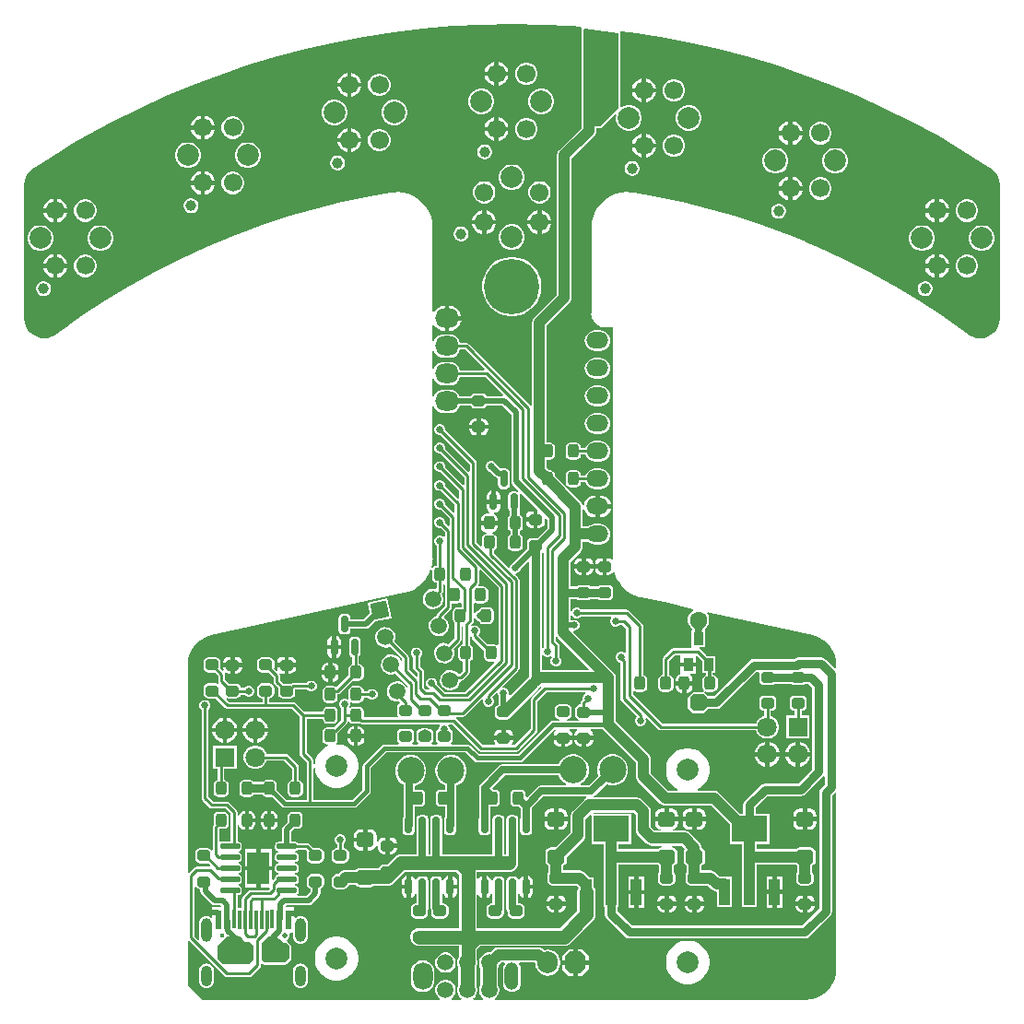
<source format=gbl>
G04*
G04 #@! TF.GenerationSoftware,Altium Limited,Altium Designer,23.1.1 (15)*
G04*
G04 Layer_Physical_Order=2*
G04 Layer_Color=16711680*
%FSAX25Y25*%
%MOIN*%
G70*
G04*
G04 #@! TF.SameCoordinates,B82E7E18-3205-491C-BA0E-7F24CF85224E*
G04*
G04*
G04 #@! TF.FilePolarity,Positive*
G04*
G01*
G75*
%ADD15C,0.01000*%
%ADD18C,0.02000*%
G04:AMPARAMS|DCode=23|XSize=39.37mil|YSize=47.24mil|CornerRadius=9.84mil|HoleSize=0mil|Usage=FLASHONLY|Rotation=270.000|XOffset=0mil|YOffset=0mil|HoleType=Round|Shape=RoundedRectangle|*
%AMROUNDEDRECTD23*
21,1,0.03937,0.02756,0,0,270.0*
21,1,0.01968,0.04724,0,0,270.0*
1,1,0.01968,-0.01378,-0.00984*
1,1,0.01968,-0.01378,0.00984*
1,1,0.01968,0.01378,0.00984*
1,1,0.01968,0.01378,-0.00984*
%
%ADD23ROUNDEDRECTD23*%
G04:AMPARAMS|DCode=25|XSize=39.37mil|YSize=47.24mil|CornerRadius=9.84mil|HoleSize=0mil|Usage=FLASHONLY|Rotation=0.000|XOffset=0mil|YOffset=0mil|HoleType=Round|Shape=RoundedRectangle|*
%AMROUNDEDRECTD25*
21,1,0.03937,0.02756,0,0,0.0*
21,1,0.01968,0.04724,0,0,0.0*
1,1,0.01968,0.00984,-0.01378*
1,1,0.01968,-0.00984,-0.01378*
1,1,0.01968,-0.00984,0.01378*
1,1,0.01968,0.00984,0.01378*
%
%ADD25ROUNDEDRECTD25*%
%ADD64C,0.03937*%
%ADD65C,0.01968*%
%ADD66C,0.05000*%
%ADD68C,0.06693*%
%ADD69C,0.07874*%
%ADD70C,0.03937*%
%ADD71R,0.07087X0.07087*%
%ADD72C,0.07087*%
%ADD73C,0.06299*%
G04:AMPARAMS|DCode=74|XSize=62.99mil|YSize=62.99mil|CornerRadius=0mil|HoleSize=0mil|Usage=FLASHONLY|Rotation=270.000|XOffset=0mil|YOffset=0mil|HoleType=Round|Shape=Octagon|*
%AMOCTAGOND74*
4,1,8,-0.01575,-0.03150,0.01575,-0.03150,0.03150,-0.01575,0.03150,0.01575,0.01575,0.03150,-0.01575,0.03150,-0.03150,0.01575,-0.03150,-0.01575,-0.01575,-0.03150,0.0*
%
%ADD74OCTAGOND74*%

%ADD75O,0.05000X0.10000*%
%ADD76C,0.05906*%
%ADD77O,0.07087X0.10000*%
G04:AMPARAMS|DCode=78|XSize=78.74mil|YSize=74.8mil|CornerRadius=0mil|HoleSize=0mil|Usage=FLASHONLY|Rotation=270.000|XOffset=0mil|YOffset=0mil|HoleType=Round|Shape=Octagon|*
%AMOCTAGOND78*
4,1,8,-0.01870,-0.03937,0.01870,-0.03937,0.03740,-0.02067,0.03740,0.02067,0.01870,0.03937,-0.01870,0.03937,-0.03740,0.02067,-0.03740,-0.02067,-0.01870,-0.03937,0.0*
%
%ADD78OCTAGOND78*%

%ADD79O,0.07480X0.07874*%
%ADD80C,0.09843*%
%ADD81C,0.01575*%
%ADD82C,0.01968*%
%ADD83O,0.03937X0.08661*%
%ADD84O,0.03937X0.07480*%
%ADD85O,0.07874X0.05906*%
%ADD86P,0.08352X4X57.0*%
%ADD87O,0.08661X0.07087*%
%ADD88C,0.02500*%
%ADD89C,0.20000*%
G04:AMPARAMS|DCode=90|XSize=70.87mil|YSize=20mil|CornerRadius=5mil|HoleSize=0mil|Usage=FLASHONLY|Rotation=180.000|XOffset=0mil|YOffset=0mil|HoleType=Round|Shape=RoundedRectangle|*
%AMROUNDEDRECTD90*
21,1,0.07087,0.01000,0,0,180.0*
21,1,0.06087,0.02000,0,0,180.0*
1,1,0.01000,-0.03043,0.00500*
1,1,0.01000,0.03043,0.00500*
1,1,0.01000,0.03043,-0.00500*
1,1,0.01000,-0.03043,-0.00500*
%
%ADD90ROUNDEDRECTD90*%
G04:AMPARAMS|DCode=91|XSize=59.06mil|YSize=27.56mil|CornerRadius=6.89mil|HoleSize=0mil|Usage=FLASHONLY|Rotation=270.000|XOffset=0mil|YOffset=0mil|HoleType=Round|Shape=RoundedRectangle|*
%AMROUNDEDRECTD91*
21,1,0.05906,0.01378,0,0,270.0*
21,1,0.04528,0.02756,0,0,270.0*
1,1,0.01378,-0.00689,-0.02264*
1,1,0.01378,-0.00689,0.02264*
1,1,0.01378,0.00689,0.02264*
1,1,0.01378,0.00689,-0.02264*
%
%ADD91ROUNDEDRECTD91*%
%ADD92R,0.03543X0.04724*%
%ADD93R,0.12992X0.09449*%
%ADD94R,0.03937X0.09449*%
G04:AMPARAMS|DCode=95|XSize=55.12mil|YSize=62.99mil|CornerRadius=13.78mil|HoleSize=0mil|Usage=FLASHONLY|Rotation=270.000|XOffset=0mil|YOffset=0mil|HoleType=Round|Shape=RoundedRectangle|*
%AMROUNDEDRECTD95*
21,1,0.05512,0.03543,0,0,270.0*
21,1,0.02756,0.06299,0,0,270.0*
1,1,0.02756,-0.01772,-0.01378*
1,1,0.02756,-0.01772,0.01378*
1,1,0.02756,0.01772,0.01378*
1,1,0.02756,0.01772,-0.01378*
%
%ADD95ROUNDEDRECTD95*%
G04:AMPARAMS|DCode=96|XSize=27.56mil|YSize=59.06mil|CornerRadius=6.89mil|HoleSize=0mil|Usage=FLASHONLY|Rotation=180.000|XOffset=0mil|YOffset=0mil|HoleType=Round|Shape=RoundedRectangle|*
%AMROUNDEDRECTD96*
21,1,0.02756,0.04528,0,0,180.0*
21,1,0.01378,0.05906,0,0,180.0*
1,1,0.01378,-0.00689,0.02264*
1,1,0.01378,0.00689,0.02264*
1,1,0.01378,0.00689,-0.02264*
1,1,0.01378,-0.00689,-0.02264*
%
%ADD96ROUNDEDRECTD96*%
%ADD97R,0.02362X0.07087*%
%ADD98R,0.01181X0.07087*%
%ADD99C,0.03150*%
%ADD100C,0.01500*%
%ADD101C,0.02500*%
%ADD102C,0.02756*%
%ADD103R,0.07874X0.11811*%
G36*
X0192305Y0361209D02*
X0203019Y0360659D01*
X0206543Y0360358D01*
X0206584Y0360322D01*
X0206724Y0360127D01*
X0206781Y0360031D01*
X0206789Y0360008D01*
X0206821Y0359832D01*
X0206810Y0359781D01*
X0206780Y0359672D01*
X0206783Y0359643D01*
X0206778Y0359615D01*
Y0349372D01*
X0206704Y0349195D01*
X0206612Y0348496D01*
Y0323931D01*
X0198591Y0315909D01*
X0198161Y0315350D01*
X0197892Y0314699D01*
X0197800Y0314000D01*
Y0263618D01*
X0189591Y0255409D01*
X0189162Y0254850D01*
X0188892Y0254199D01*
X0188800Y0253500D01*
Y0223630D01*
X0188586Y0223501D01*
X0188300Y0223443D01*
X0165871Y0245871D01*
X0165472Y0246139D01*
X0165000Y0246232D01*
X0165000Y0246232D01*
X0162879D01*
X0162502Y0247144D01*
X0161820Y0248032D01*
X0160932Y0248714D01*
X0159897Y0249143D01*
X0158787Y0249289D01*
X0157213D01*
X0156103Y0249143D01*
X0155068Y0248714D01*
X0154180Y0248032D01*
X0153498Y0247144D01*
X0153349Y0246784D01*
X0152849Y0246884D01*
Y0252402D01*
X0153349Y0252572D01*
X0153972Y0251760D01*
X0154921Y0251031D01*
X0156026Y0250574D01*
X0157213Y0250417D01*
X0157250D01*
Y0255000D01*
Y0259582D01*
X0157213D01*
X0156026Y0259426D01*
X0154921Y0258969D01*
X0153972Y0258240D01*
X0153349Y0257428D01*
X0152849Y0257598D01*
Y0288053D01*
X0152872D01*
X0152717Y0290029D01*
X0152254Y0291956D01*
X0151496Y0293788D01*
X0150460Y0295478D01*
X0149172Y0296985D01*
X0147665Y0298272D01*
X0145975Y0299308D01*
X0144144Y0300066D01*
X0142216Y0300529D01*
X0140240Y0300685D01*
X0138748Y0300567D01*
X0138733Y0300566D01*
X0138279Y0300563D01*
X0138278Y0300572D01*
X0138255Y0300563D01*
X0138256Y0300554D01*
X0137820Y0300432D01*
X0137809Y0300429D01*
X0130189Y0299134D01*
X0128275Y0298735D01*
X0120069Y0297023D01*
X0110036Y0294535D01*
X0100102Y0291673D01*
X0090283Y0288442D01*
X0080591Y0284845D01*
X0075046Y0282549D01*
X0074974Y0282535D01*
X0074972Y0282533D01*
X0074913Y0282494D01*
X0071040Y0280890D01*
X0061644Y0276579D01*
X0052416Y0271921D01*
X0043368Y0266920D01*
X0034514Y0261585D01*
X0025865Y0255922D01*
X0022063Y0253224D01*
X0021779Y0253080D01*
X0021614Y0253000D01*
X0021252Y0252649D01*
X0017434Y0249940D01*
X0016902Y0249532D01*
X0016477Y0249265D01*
X0016455Y0249256D01*
X0016074Y0248932D01*
X0014995Y0248355D01*
X0013668Y0247953D01*
X0012287Y0247817D01*
X0010907Y0247953D01*
X0009580Y0248355D01*
X0008356Y0249009D01*
X0007284Y0249889D01*
X0006404Y0250961D01*
X0005750Y0252185D01*
X0005347Y0253512D01*
X0005212Y0254892D01*
X0005212D01*
Y0303426D01*
X0005212D01*
X0005347Y0304806D01*
X0005750Y0306134D01*
X0006404Y0307357D01*
X0007284Y0308429D01*
X0008010Y0309025D01*
X0008389Y0309325D01*
D01*
X0009269Y0309924D01*
X0018339Y0315654D01*
X0022551Y0318118D01*
X0027599Y0321071D01*
X0037038Y0326168D01*
X0046646Y0330940D01*
X0056411Y0335382D01*
X0066323Y0339487D01*
X0075550Y0342945D01*
X0076368Y0343252D01*
X0086537Y0346671D01*
X0096816Y0349741D01*
X0107194Y0352459D01*
X0117658Y0354820D01*
X0128197Y0356823D01*
X0138799Y0358466D01*
X0149450Y0359745D01*
X0160139Y0360659D01*
X0170853Y0361209D01*
X0181525Y0361391D01*
X0181579Y0361380D01*
X0181633Y0361391D01*
X0192305Y0361209D01*
D02*
G37*
G36*
X0220000Y0358000D02*
Y0347500D01*
Y0331000D01*
X0213500Y0324500D01*
X0207500D01*
Y0359615D01*
X0207880Y0359939D01*
X0220000Y0358000D01*
D02*
G37*
G36*
X0224359Y0358466D02*
X0234960Y0356823D01*
X0245499Y0354820D01*
X0255964Y0352459D01*
X0266342Y0349741D01*
X0276621Y0346671D01*
X0286789Y0343252D01*
X0296835Y0339487D01*
X0306746Y0335382D01*
X0316512Y0330940D01*
X0326119Y0326168D01*
X0335559Y0321071D01*
X0344819Y0315654D01*
X0353888Y0309924D01*
X0354768Y0309325D01*
D01*
X0355148Y0309025D01*
X0355874Y0308429D01*
X0356754Y0307357D01*
X0357407Y0306134D01*
X0357810Y0304806D01*
X0357946Y0303426D01*
X0357946D01*
Y0254892D01*
X0357946D01*
X0357810Y0253512D01*
X0357407Y0252185D01*
X0356754Y0250961D01*
X0355874Y0249889D01*
X0354801Y0249009D01*
X0353578Y0248355D01*
X0352251Y0247953D01*
X0350870Y0247817D01*
X0349490Y0247953D01*
X0348162Y0248355D01*
X0347093Y0248927D01*
X0346712Y0249252D01*
X0346680Y0249265D01*
X0346255Y0249532D01*
X0345723Y0249940D01*
X0341906Y0252649D01*
X0341544Y0253000D01*
X0341414Y0253063D01*
X0341073Y0253240D01*
X0337292Y0255922D01*
X0328644Y0261585D01*
X0319789Y0266920D01*
X0310742Y0271921D01*
X0301513Y0276579D01*
X0292117Y0280890D01*
X0288662Y0282321D01*
X0288220Y0282556D01*
X0288178Y0282574D01*
X0287698Y0282720D01*
X0282567Y0284845D01*
X0272875Y0288442D01*
X0263055Y0291673D01*
X0253122Y0294535D01*
X0243088Y0297023D01*
X0234883Y0298735D01*
X0232969Y0299134D01*
X0225834Y0300347D01*
X0225349Y0300429D01*
X0225349Y0300429D01*
X0225277Y0300451D01*
X0224881Y0300572D01*
X0224880Y0300572D01*
X0224879Y0300563D01*
X0224428Y0300566D01*
X0224416Y0300567D01*
X0224425Y0300566D01*
X0224424D01*
X0224429Y0300566D01*
X0224425Y0300566D01*
X0222917Y0300685D01*
X0220941Y0300529D01*
X0219014Y0300066D01*
X0217182Y0299308D01*
X0215492Y0298272D01*
X0213985Y0296985D01*
X0212698Y0295478D01*
X0211662Y0293788D01*
X0210904Y0291956D01*
X0210441Y0290029D01*
X0210285Y0288053D01*
X0210308D01*
Y0257043D01*
X0210216Y0256579D01*
X0210206Y0256554D01*
X0210223D01*
X0210339Y0256131D01*
X0210446Y0255322D01*
X0210921Y0254174D01*
X0211678Y0253189D01*
X0212663Y0252432D01*
X0213811Y0251957D01*
X0215043Y0251795D01*
Y0251819D01*
X0218182D01*
Y0167937D01*
X0217682Y0167749D01*
X0217152Y0168103D01*
X0216378Y0168257D01*
X0215750D01*
Y0165250D01*
Y0162243D01*
X0216378D01*
X0217152Y0162397D01*
X0217809Y0162835D01*
X0218099Y0163270D01*
X0218637Y0163174D01*
X0218778Y0162587D01*
X0219536Y0160756D01*
X0220572Y0159066D01*
X0221859Y0157559D01*
X0223366Y0156271D01*
X0225057Y0155235D01*
X0226888Y0154477D01*
X0227557Y0154316D01*
X0228026Y0154144D01*
X0228046Y0154136D01*
X0228544Y0154074D01*
X0237898Y0151995D01*
X0247167Y0149935D01*
X0247249Y0149405D01*
X0246631Y0149048D01*
X0245913Y0148330D01*
X0245405Y0147450D01*
X0245142Y0146469D01*
Y0145453D01*
X0245405Y0144471D01*
X0245913Y0143592D01*
X0246240Y0143264D01*
X0246274Y0143211D01*
X0246486Y0142990D01*
X0246659Y0142784D01*
X0246716Y0142705D01*
X0246695Y0142648D01*
X0246520Y0142205D01*
X0246520D01*
X0246520Y0142205D01*
Y0141493D01*
X0246518Y0141484D01*
X0246520Y0141475D01*
Y0136232D01*
X0246520Y0136063D01*
X0246157Y0135732D01*
X0240000D01*
X0240000Y0135732D01*
X0239528Y0135638D01*
X0239129Y0135371D01*
X0239129Y0135371D01*
X0236316Y0132558D01*
X0236049Y0132159D01*
X0235955Y0131687D01*
X0235955Y0131687D01*
Y0126152D01*
X0235950Y0126093D01*
X0235943Y0126052D01*
X0235542Y0125973D01*
X0234982Y0125599D01*
X0234608Y0125039D01*
X0234477Y0124378D01*
Y0121622D01*
X0234608Y0120961D01*
X0234982Y0120402D01*
X0235542Y0120027D01*
X0236203Y0119896D01*
X0238171D01*
X0238832Y0120027D01*
X0239392Y0120402D01*
X0239766Y0120961D01*
X0239897Y0121622D01*
Y0124378D01*
X0239766Y0125039D01*
X0239392Y0125599D01*
X0238832Y0125973D01*
X0238431Y0126052D01*
X0238424Y0126093D01*
X0238419Y0126152D01*
Y0131176D01*
X0240510Y0133268D01*
X0242004D01*
X0242488Y0133228D01*
X0242488Y0132768D01*
Y0130616D01*
X0245260D01*
X0248031D01*
Y0132715D01*
X0248532Y0132923D01*
X0249933Y0131521D01*
X0250094Y0131348D01*
X0250203Y0131211D01*
X0250260Y0131130D01*
Y0130812D01*
X0250258Y0130802D01*
X0250260Y0130793D01*
Y0126795D01*
X0251725D01*
X0251726Y0126790D01*
X0251731Y0126732D01*
Y0126143D01*
X0251726Y0126078D01*
X0251715Y0126007D01*
X0251542Y0125973D01*
X0250982Y0125599D01*
X0250608Y0125039D01*
X0250477Y0124378D01*
Y0121622D01*
X0250608Y0120961D01*
X0250982Y0120402D01*
X0251084Y0120333D01*
X0250836Y0119898D01*
X0247071D01*
X0245142Y0117968D01*
Y0114110D01*
X0247071Y0112181D01*
X0250929D01*
X0252459Y0113711D01*
X0255539D01*
X0255539Y0113711D01*
X0256430Y0113888D01*
X0257186Y0114393D01*
X0270088Y0127296D01*
X0270807D01*
X0271014Y0126909D01*
X0271020Y0126796D01*
X0270896Y0126171D01*
Y0124203D01*
X0271027Y0123542D01*
X0271402Y0122982D01*
X0271961Y0122608D01*
X0272622Y0122477D01*
X0275378D01*
X0276039Y0122608D01*
X0276414Y0122859D01*
X0282586D01*
X0282962Y0122608D01*
X0283622Y0122477D01*
X0286378D01*
X0287038Y0122608D01*
X0287414Y0122859D01*
X0288729D01*
X0290172Y0121416D01*
Y0091964D01*
X0285036Y0086828D01*
X0273000D01*
X0272109Y0086651D01*
X0271354Y0086146D01*
X0271354Y0086146D01*
X0265854Y0080646D01*
X0265349Y0079891D01*
X0265172Y0079000D01*
X0265172Y0079000D01*
Y0075850D01*
X0264114D01*
X0256555Y0083409D01*
X0255996Y0083838D01*
X0255345Y0084108D01*
X0254646Y0084200D01*
X0248846D01*
X0248748Y0084691D01*
X0248830Y0084724D01*
X0250119Y0085586D01*
X0251216Y0086683D01*
X0252078Y0087973D01*
X0252671Y0089406D01*
X0252974Y0090927D01*
Y0092478D01*
X0252671Y0093999D01*
X0252078Y0095432D01*
X0251216Y0096722D01*
X0250119Y0097818D01*
X0248830Y0098680D01*
X0247397Y0099274D01*
X0245876Y0099576D01*
X0244324D01*
X0242803Y0099274D01*
X0241370Y0098680D01*
X0240081Y0097818D01*
X0238984Y0096722D01*
X0238122Y0095432D01*
X0237529Y0093999D01*
X0237226Y0092478D01*
X0237226Y0090927D01*
X0237529Y0089406D01*
X0238122Y0087973D01*
X0238984Y0086683D01*
X0240081Y0085586D01*
X0241370Y0084724D01*
X0241452Y0084691D01*
X0241354Y0084200D01*
X0238119D01*
X0231700Y0090618D01*
Y0095500D01*
X0231608Y0096199D01*
X0231339Y0096850D01*
X0230909Y0097409D01*
X0219200Y0109118D01*
Y0112500D01*
Y0125000D01*
X0219108Y0125699D01*
X0218839Y0126350D01*
X0218409Y0126909D01*
X0203777Y0141541D01*
X0203984Y0142041D01*
X0204390D01*
X0205110Y0142340D01*
X0205661Y0142891D01*
X0205959Y0143610D01*
Y0144390D01*
X0205661Y0145109D01*
X0205110Y0145660D01*
X0204390Y0145959D01*
X0203610D01*
X0203319Y0145838D01*
X0202700D01*
Y0147627D01*
X0203200Y0147727D01*
X0203340Y0147390D01*
X0203890Y0146839D01*
X0204610Y0146541D01*
X0205390D01*
X0206109Y0146839D01*
X0206538Y0147268D01*
X0217291D01*
X0217498Y0146768D01*
X0217339Y0146609D01*
X0217041Y0145890D01*
Y0145110D01*
X0217339Y0144390D01*
X0217891Y0143840D01*
X0218610Y0143541D01*
X0219390D01*
X0220110Y0143840D01*
X0220538Y0144268D01*
X0221490D01*
X0222768Y0142990D01*
Y0134209D01*
X0222268Y0134002D01*
X0222110Y0134160D01*
X0221390Y0134459D01*
X0220610D01*
X0219890Y0134160D01*
X0219339Y0133609D01*
X0219041Y0132890D01*
Y0132110D01*
X0219339Y0131391D01*
X0219890Y0130840D01*
X0220610Y0130541D01*
X0220768D01*
Y0117500D01*
X0220768Y0117500D01*
X0220862Y0117028D01*
X0221129Y0116629D01*
X0226744Y0111014D01*
X0226340Y0110609D01*
X0226041Y0109890D01*
Y0109110D01*
X0226340Y0108390D01*
X0226890Y0107840D01*
X0227610Y0107541D01*
X0228390D01*
X0229110Y0107840D01*
X0229661Y0108390D01*
X0229959Y0109110D01*
Y0109890D01*
X0229816Y0110234D01*
X0230240Y0110517D01*
X0234384Y0106373D01*
X0234784Y0106106D01*
X0235256Y0106012D01*
X0235256Y0106012D01*
X0269806D01*
X0269916Y0105603D01*
X0270476Y0104633D01*
X0271267Y0103842D01*
X0272237Y0103282D01*
X0273318Y0102992D01*
X0274438D01*
X0275519Y0103282D01*
X0276489Y0103842D01*
X0277280Y0104633D01*
X0277840Y0105603D01*
X0278130Y0106684D01*
Y0107804D01*
X0277840Y0108885D01*
X0277280Y0109855D01*
X0276489Y0110646D01*
X0275519Y0111206D01*
X0275171Y0111300D01*
Y0113103D01*
X0275378D01*
X0276039Y0113234D01*
X0276599Y0113608D01*
X0276973Y0114168D01*
X0277104Y0114829D01*
Y0116797D01*
X0276973Y0117458D01*
X0276599Y0118018D01*
X0276039Y0118392D01*
X0275378Y0118523D01*
X0272622D01*
X0271961Y0118392D01*
X0271402Y0118018D01*
X0271027Y0117458D01*
X0270896Y0116797D01*
Y0114829D01*
X0271027Y0114168D01*
X0271402Y0113608D01*
X0271961Y0113234D01*
X0272622Y0113103D01*
X0272707D01*
Y0111332D01*
X0272237Y0111206D01*
X0271267Y0110646D01*
X0270476Y0109855D01*
X0269916Y0108885D01*
X0269806Y0108476D01*
X0235766D01*
X0225232Y0119010D01*
Y0120097D01*
X0225313Y0120163D01*
X0225732Y0120319D01*
X0226168Y0120027D01*
X0226829Y0119896D01*
X0228797D01*
X0229458Y0120027D01*
X0230018Y0120402D01*
X0230392Y0120961D01*
X0230523Y0121622D01*
Y0124378D01*
X0230392Y0125039D01*
X0230018Y0125599D01*
X0229458Y0125973D01*
X0229045Y0126055D01*
Y0143687D01*
X0229045Y0143687D01*
X0228952Y0144159D01*
X0228684Y0144558D01*
X0228684Y0144558D01*
X0223871Y0149371D01*
X0223472Y0149638D01*
X0223000Y0149732D01*
X0223000Y0149732D01*
X0206538D01*
X0206109Y0150161D01*
X0205390Y0150459D01*
X0204610D01*
X0203890Y0150161D01*
X0203340Y0149609D01*
X0203200Y0149273D01*
X0202700Y0149373D01*
Y0153548D01*
X0205086D01*
X0205462Y0153297D01*
X0206122Y0153166D01*
X0208878D01*
X0209539Y0153297D01*
X0209914Y0153548D01*
X0212586D01*
X0212962Y0153297D01*
X0213622Y0153166D01*
X0216378D01*
X0217038Y0153297D01*
X0217599Y0153671D01*
X0217973Y0154231D01*
X0218104Y0154892D01*
Y0156860D01*
X0217973Y0157521D01*
X0217599Y0158081D01*
X0217038Y0158455D01*
X0216378Y0158586D01*
X0213622D01*
X0212962Y0158455D01*
X0212586Y0158204D01*
X0209914D01*
X0209539Y0158455D01*
X0208878Y0158586D01*
X0206122D01*
X0205462Y0158455D01*
X0205086Y0158204D01*
X0202700D01*
Y0166882D01*
X0206409Y0170591D01*
X0206838Y0171150D01*
X0207108Y0171801D01*
X0207200Y0172500D01*
Y0174300D01*
X0209020D01*
X0209669Y0173802D01*
X0210560Y0173433D01*
X0211516Y0173307D01*
X0213484D01*
X0214440Y0173433D01*
X0215331Y0173802D01*
X0216096Y0174389D01*
X0216683Y0175154D01*
X0217051Y0176044D01*
X0217177Y0177000D01*
X0217051Y0177956D01*
X0216683Y0178847D01*
X0216096Y0179611D01*
X0215331Y0180198D01*
X0214440Y0180567D01*
X0213484Y0180693D01*
X0211516D01*
X0210560Y0180567D01*
X0209669Y0180198D01*
X0209020Y0179700D01*
X0207200D01*
Y0185849D01*
X0207665Y0185968D01*
X0208063Y0185007D01*
X0208697Y0184181D01*
X0209522Y0183547D01*
X0210484Y0183149D01*
X0211516Y0183013D01*
X0211750D01*
Y0187000D01*
Y0190987D01*
X0211516D01*
X0210484Y0190851D01*
X0209522Y0190453D01*
X0208697Y0189819D01*
X0208063Y0188993D01*
X0207665Y0188032D01*
X0207604Y0187574D01*
X0207108Y0187512D01*
X0206838Y0188163D01*
X0206409Y0188722D01*
X0197023Y0198108D01*
Y0198378D01*
X0196892Y0199039D01*
X0196518Y0199599D01*
X0195958Y0199973D01*
X0195297Y0200104D01*
X0195028D01*
X0194200Y0200932D01*
Y0203896D01*
X0195297D01*
X0195958Y0204027D01*
X0196518Y0204401D01*
X0196892Y0204961D01*
X0197023Y0205622D01*
Y0208378D01*
X0196892Y0209038D01*
X0196518Y0209598D01*
X0195958Y0209973D01*
X0195297Y0210104D01*
X0194200D01*
Y0252381D01*
X0202409Y0260591D01*
X0202838Y0261150D01*
X0203108Y0261801D01*
X0203200Y0262500D01*
Y0312881D01*
X0211222Y0320903D01*
X0211651Y0321462D01*
X0211921Y0322114D01*
X0212013Y0322813D01*
Y0323778D01*
X0213500D01*
X0213776Y0323833D01*
X0214011Y0323989D01*
X0218884Y0328863D01*
X0219333Y0328604D01*
X0219201Y0328112D01*
Y0326888D01*
X0219517Y0325707D01*
X0220129Y0324647D01*
X0220994Y0323783D01*
X0222053Y0323171D01*
X0223235Y0322854D01*
X0224458D01*
X0225640Y0323171D01*
X0226699Y0323783D01*
X0227564Y0324647D01*
X0228175Y0325707D01*
X0228492Y0326888D01*
Y0328112D01*
X0228175Y0329293D01*
X0227564Y0330352D01*
X0226699Y0331218D01*
X0225640Y0331829D01*
X0224458Y0332146D01*
X0223235D01*
X0222053Y0331829D01*
X0221222Y0331349D01*
X0220723Y0331623D01*
Y0347500D01*
Y0358000D01*
X0220706Y0358083D01*
X0220703Y0358168D01*
X0220679Y0358220D01*
X0220668Y0358277D01*
X0220620Y0358347D01*
X0220585Y0358424D01*
X0220618Y0358610D01*
X0220669Y0358711D01*
X0220812Y0358891D01*
X0224359Y0358466D01*
D02*
G37*
G36*
X0171563Y0236694D02*
X0171372Y0236232D01*
X0162879D01*
X0162502Y0237144D01*
X0161820Y0238033D01*
X0160932Y0238714D01*
X0159897Y0239142D01*
X0158787Y0239289D01*
X0157213D01*
X0156103Y0239142D01*
X0155068Y0238714D01*
X0154180Y0238033D01*
X0153498Y0237144D01*
X0153349Y0236784D01*
X0152849Y0236883D01*
Y0243116D01*
X0153349Y0243216D01*
X0153498Y0242856D01*
X0154180Y0241968D01*
X0155068Y0241286D01*
X0156103Y0240858D01*
X0157213Y0240711D01*
X0158787D01*
X0159897Y0240858D01*
X0160932Y0241286D01*
X0161820Y0241968D01*
X0162502Y0242856D01*
X0162879Y0243768D01*
X0164489D01*
X0171563Y0236694D01*
D02*
G37*
G36*
X0178407Y0227350D02*
X0178200Y0226850D01*
X0172418D01*
X0172099Y0227329D01*
X0171538Y0227703D01*
X0170878Y0227834D01*
X0168122D01*
X0167462Y0227703D01*
X0166902Y0227329D01*
X0166540Y0226788D01*
X0162649D01*
X0162502Y0227144D01*
X0161820Y0228032D01*
X0160932Y0228714D01*
X0159897Y0229142D01*
X0158787Y0229289D01*
X0157213D01*
X0156103Y0229142D01*
X0155068Y0228714D01*
X0154180Y0228032D01*
X0153498Y0227144D01*
X0153349Y0226784D01*
X0152849Y0226884D01*
Y0233117D01*
X0153349Y0233216D01*
X0153498Y0232856D01*
X0154180Y0231967D01*
X0155068Y0231286D01*
X0156103Y0230857D01*
X0157213Y0230711D01*
X0158787D01*
X0159897Y0230857D01*
X0160932Y0231286D01*
X0161820Y0231967D01*
X0162502Y0232856D01*
X0162879Y0233768D01*
X0171990D01*
X0178407Y0227350D01*
D02*
G37*
G36*
X0181274Y0220285D02*
Y0196000D01*
X0181405Y0195340D01*
X0181780Y0194780D01*
X0183830Y0192728D01*
X0183570Y0192338D01*
X0183536Y0192316D01*
X0183008Y0192421D01*
X0181630D01*
X0181085Y0192313D01*
X0180622Y0192004D01*
X0180313Y0191541D01*
X0180205Y0190996D01*
Y0186469D01*
X0180313Y0185923D01*
X0180622Y0185461D01*
X0180761Y0185368D01*
Y0183785D01*
X0180482Y0183598D01*
X0180108Y0183038D01*
X0179977Y0182378D01*
Y0179622D01*
X0180108Y0178962D01*
X0180482Y0178402D01*
X0180945Y0178092D01*
Y0176908D01*
X0180482Y0176599D01*
X0180108Y0176039D01*
X0179977Y0175378D01*
Y0172622D01*
X0180108Y0171961D01*
X0180482Y0171402D01*
X0181042Y0171027D01*
X0181703Y0170896D01*
X0183671D01*
X0184332Y0171027D01*
X0184892Y0171402D01*
X0185266Y0171961D01*
X0185397Y0172622D01*
Y0175378D01*
X0185266Y0176039D01*
X0184892Y0176599D01*
X0184429Y0176908D01*
Y0178092D01*
X0184892Y0178402D01*
X0185266Y0178962D01*
X0185397Y0179622D01*
Y0182378D01*
X0185266Y0183038D01*
X0184892Y0183598D01*
X0184332Y0183973D01*
X0184245Y0183990D01*
Y0185804D01*
X0184324Y0185923D01*
X0184433Y0186469D01*
Y0190996D01*
X0184328Y0191524D01*
X0184350Y0191558D01*
X0184740Y0191819D01*
X0190840Y0185719D01*
X0190750Y0185503D01*
Y0182250D01*
Y0179243D01*
X0191378D01*
X0192152Y0179397D01*
X0192808Y0179835D01*
X0193247Y0180491D01*
X0193401Y0181266D01*
Y0182505D01*
X0193863Y0182696D01*
X0194274Y0182285D01*
Y0179197D01*
X0190663Y0175586D01*
X0188622D01*
X0187961Y0175455D01*
X0187401Y0175081D01*
X0187027Y0174521D01*
X0186896Y0173860D01*
Y0171892D01*
X0186896Y0171892D01*
Y0171502D01*
X0182119Y0166726D01*
X0181558Y0166493D01*
X0181007Y0165942D01*
X0180709Y0165222D01*
Y0165104D01*
X0180247Y0164912D01*
X0175045Y0170114D01*
Y0171086D01*
X0175518Y0171402D01*
X0175892Y0171961D01*
X0176023Y0172622D01*
Y0175378D01*
X0175892Y0176039D01*
X0175518Y0176599D01*
X0174958Y0176973D01*
X0174297Y0177104D01*
Y0177599D01*
X0175072Y0177753D01*
X0175728Y0178191D01*
X0176166Y0178848D01*
X0176320Y0179622D01*
Y0180250D01*
X0170306D01*
Y0179622D01*
X0170460Y0178848D01*
X0170898Y0178191D01*
X0171555Y0177753D01*
X0172329Y0177599D01*
Y0177104D01*
X0171668Y0176973D01*
X0171108Y0176599D01*
X0170734Y0176039D01*
X0170603Y0175378D01*
Y0172847D01*
X0170103Y0172640D01*
X0168732Y0174011D01*
Y0202791D01*
X0168639Y0203263D01*
X0168371Y0203663D01*
X0168371Y0203663D01*
X0157459Y0214576D01*
Y0215181D01*
X0157160Y0215901D01*
X0156609Y0216452D01*
X0155890Y0216750D01*
X0155110D01*
X0154391Y0216452D01*
X0153840Y0215901D01*
X0153541Y0215181D01*
Y0214402D01*
X0153840Y0213682D01*
X0154391Y0213131D01*
X0155110Y0212833D01*
X0155716D01*
X0166268Y0202281D01*
Y0199705D01*
X0165806Y0199513D01*
X0157459Y0207860D01*
Y0208466D01*
X0157160Y0209186D01*
X0156609Y0209737D01*
X0155890Y0210035D01*
X0155110D01*
X0154391Y0209737D01*
X0153840Y0209186D01*
X0153541Y0208466D01*
Y0207686D01*
X0153840Y0206967D01*
X0154391Y0206416D01*
X0155110Y0206117D01*
X0155716D01*
X0164268Y0197566D01*
Y0194989D01*
X0163806Y0194798D01*
X0157459Y0201145D01*
Y0201750D01*
X0157160Y0202470D01*
X0156609Y0203021D01*
X0155890Y0203320D01*
X0155110D01*
X0154391Y0203021D01*
X0153840Y0202470D01*
X0153541Y0201750D01*
Y0200971D01*
X0153840Y0200251D01*
X0154391Y0199700D01*
X0155110Y0199402D01*
X0155716D01*
X0162476Y0192642D01*
Y0190065D01*
X0162014Y0189874D01*
X0157459Y0194430D01*
Y0195035D01*
X0157160Y0195755D01*
X0156609Y0196306D01*
X0155890Y0196604D01*
X0155110D01*
X0154391Y0196306D01*
X0153840Y0195755D01*
X0153541Y0195035D01*
Y0194256D01*
X0153840Y0193536D01*
X0154391Y0192985D01*
X0155110Y0192687D01*
X0155716D01*
X0160768Y0187635D01*
Y0185059D01*
X0160306Y0184868D01*
X0157459Y0187715D01*
Y0188320D01*
X0157160Y0189040D01*
X0156609Y0189591D01*
X0155890Y0189889D01*
X0155110D01*
X0154391Y0189591D01*
X0153840Y0189040D01*
X0153541Y0188320D01*
Y0187541D01*
X0153840Y0186821D01*
X0154391Y0186270D01*
X0155110Y0185972D01*
X0155716D01*
X0158976Y0182711D01*
Y0180135D01*
X0158514Y0179944D01*
X0157459Y0180999D01*
Y0181605D01*
X0157160Y0182325D01*
X0156609Y0182876D01*
X0155890Y0183174D01*
X0155110D01*
X0154391Y0182876D01*
X0153840Y0182325D01*
X0153541Y0181605D01*
Y0180826D01*
X0153840Y0180106D01*
X0154391Y0179555D01*
X0155110Y0179257D01*
X0155716D01*
X0157268Y0177705D01*
Y0176209D01*
X0156768Y0176002D01*
X0156609Y0176161D01*
X0155890Y0176459D01*
X0155110D01*
X0154391Y0176161D01*
X0153840Y0175610D01*
X0153541Y0174890D01*
Y0174110D01*
X0153840Y0173390D01*
X0154268Y0172962D01*
Y0165592D01*
X0153668Y0165473D01*
X0153108Y0165099D01*
X0152863Y0164732D01*
X0152398Y0164935D01*
X0152717Y0166264D01*
X0152834Y0167755D01*
X0152837Y0167788D01*
X0152952Y0168240D01*
X0152870Y0168241D01*
X0152849Y0168704D01*
Y0223116D01*
X0153349Y0223216D01*
X0153498Y0222856D01*
X0154180Y0221968D01*
X0155068Y0221286D01*
X0156103Y0220858D01*
X0157213Y0220711D01*
X0158787D01*
X0159897Y0220858D01*
X0160932Y0221286D01*
X0161820Y0221968D01*
X0162502Y0222856D01*
X0162700Y0223336D01*
X0166623D01*
X0166902Y0222919D01*
X0167462Y0222545D01*
X0168122Y0222414D01*
X0170878D01*
X0171538Y0222545D01*
X0172099Y0222919D01*
X0172418Y0223398D01*
X0178161D01*
X0181274Y0220285D01*
D02*
G37*
G36*
X0176559Y0157698D02*
Y0137088D01*
X0176059Y0136821D01*
X0175832Y0136973D01*
X0175171Y0137104D01*
X0173203D01*
X0172888Y0137041D01*
X0169350Y0140580D01*
X0169660Y0140891D01*
X0169959Y0141610D01*
Y0142390D01*
X0169660Y0143110D01*
X0169109Y0143660D01*
X0168390Y0143959D01*
X0167610D01*
X0167184Y0143782D01*
X0166625Y0144044D01*
X0166621Y0144049D01*
X0166612Y0144093D01*
X0167371Y0144852D01*
X0167639Y0145252D01*
X0167732Y0145724D01*
X0167732Y0145724D01*
Y0146550D01*
X0168232Y0146649D01*
X0168340Y0146390D01*
X0168891Y0145840D01*
X0169591Y0145550D01*
X0169608Y0145461D01*
X0169982Y0144902D01*
X0170542Y0144527D01*
X0171203Y0144396D01*
X0173171D01*
X0173832Y0144527D01*
X0174392Y0144902D01*
X0174766Y0145461D01*
X0174897Y0146122D01*
Y0148878D01*
X0174766Y0149539D01*
X0174392Y0150099D01*
X0173832Y0150473D01*
X0173171Y0150604D01*
X0171203D01*
X0170542Y0150473D01*
X0169982Y0150099D01*
X0169608Y0149539D01*
X0169591Y0149450D01*
X0168891Y0149161D01*
X0168340Y0148609D01*
X0168232Y0148351D01*
X0167732Y0148450D01*
Y0151967D01*
X0168232Y0152234D01*
X0168542Y0152027D01*
X0169203Y0151896D01*
X0171171D01*
X0171832Y0152027D01*
X0172392Y0152401D01*
X0172766Y0152962D01*
X0172897Y0153622D01*
Y0156378D01*
X0172766Y0157038D01*
X0172392Y0157598D01*
X0171832Y0157973D01*
X0171171Y0158104D01*
X0169554D01*
X0169347Y0158604D01*
X0169371Y0158629D01*
X0169371Y0158629D01*
X0169639Y0159028D01*
X0169732Y0159500D01*
X0169732Y0159500D01*
Y0163872D01*
X0170194Y0164063D01*
X0176559Y0157698D01*
D02*
G37*
G36*
X0251205Y0143711D02*
X0250976Y0143473D01*
X0250771Y0143228D01*
X0250590Y0142979D01*
X0250434Y0142724D01*
X0250301Y0142464D01*
X0250193Y0142199D01*
X0250158Y0142087D01*
X0250190Y0141984D01*
X0250273Y0141804D01*
X0250372Y0141664D01*
X0250486Y0141564D01*
X0250615Y0141504D01*
X0250760Y0141484D01*
X0250027D01*
X0250012Y0141371D01*
X0250000Y0141084D01*
X0248000Y0141084D01*
X0247988Y0141371D01*
X0247973Y0141484D01*
X0247240D01*
X0247385Y0141504D01*
X0247514Y0141564D01*
X0247628Y0141664D01*
X0247726Y0141804D01*
X0247810Y0141984D01*
X0247842Y0142087D01*
X0247807Y0142199D01*
X0247699Y0142464D01*
X0247566Y0142724D01*
X0247410Y0142979D01*
X0247229Y0143228D01*
X0247024Y0143473D01*
X0246795Y0143711D01*
X0251205Y0143711D01*
D02*
G37*
G36*
X0192935Y0170307D02*
X0193059Y0170197D01*
Y0135984D01*
X0192828Y0135779D01*
X0192328Y0136005D01*
Y0170242D01*
X0192559Y0170435D01*
X0192935Y0170307D01*
D02*
G37*
G36*
X0251186Y0132726D02*
X0251553Y0132414D01*
X0251716Y0132301D01*
X0251864Y0132216D01*
X0251999Y0132160D01*
X0252119Y0132132D01*
X0252225D01*
X0252317Y0132160D01*
X0252395Y0132216D01*
X0250980Y0130802D01*
X0251037Y0130880D01*
X0251065Y0130972D01*
Y0131078D01*
X0251037Y0131198D01*
X0250980Y0131333D01*
X0250896Y0131481D01*
X0250782Y0131644D01*
X0250641Y0131820D01*
X0250273Y0132216D01*
X0250980Y0132923D01*
X0251186Y0132726D01*
D02*
G37*
G36*
X0198091Y0139591D02*
X0209519Y0128162D01*
X0209328Y0127700D01*
X0192328D01*
Y0133318D01*
X0192828Y0133418D01*
X0192840Y0133390D01*
X0193391Y0132840D01*
X0194110Y0132541D01*
X0194890D01*
X0195484Y0132787D01*
X0195898Y0132641D01*
X0196028Y0132551D01*
X0196064Y0132334D01*
X0195840Y0132109D01*
X0195541Y0131390D01*
Y0130610D01*
X0195840Y0129891D01*
X0196390Y0129340D01*
X0197110Y0129041D01*
X0197890D01*
X0198609Y0129340D01*
X0199161Y0129891D01*
X0199459Y0130610D01*
Y0131390D01*
X0199161Y0132109D01*
X0198732Y0132538D01*
Y0136500D01*
X0198732Y0136500D01*
X0198638Y0136972D01*
X0198371Y0137371D01*
X0197232Y0138511D01*
Y0139926D01*
X0197353Y0139989D01*
X0197732Y0140058D01*
X0198091Y0139591D01*
D02*
G37*
G36*
X0253269Y0148579D02*
X0290267Y0140357D01*
X0290260Y0140325D01*
X0291281Y0140080D01*
X0292878Y0139419D01*
X0294351Y0138516D01*
X0295665Y0137394D01*
X0296788Y0136080D01*
X0297691Y0134606D01*
X0298352Y0133010D01*
X0298755Y0131329D01*
X0298891Y0129606D01*
X0298891D01*
Y0128609D01*
X0298391Y0128402D01*
X0295146Y0131646D01*
X0294391Y0132151D01*
X0293500Y0132328D01*
X0293500Y0132328D01*
X0285000D01*
X0285000Y0132328D01*
X0284109Y0132151D01*
X0283812Y0131952D01*
X0269124D01*
X0269124Y0131952D01*
X0268233Y0131775D01*
X0267478Y0131270D01*
X0267478Y0131270D01*
X0254575Y0118368D01*
X0252459D01*
X0251116Y0119711D01*
X0251435Y0120099D01*
X0251542Y0120027D01*
X0252203Y0119896D01*
X0254171D01*
X0254832Y0120027D01*
X0255392Y0120402D01*
X0255766Y0120961D01*
X0255897Y0121622D01*
Y0124378D01*
X0255766Y0125039D01*
X0255392Y0125599D01*
X0254832Y0125973D01*
X0254200Y0126098D01*
X0254196Y0126150D01*
Y0126732D01*
X0254201Y0126790D01*
X0254202Y0126795D01*
X0255221D01*
Y0132937D01*
X0252404D01*
X0252395Y0132939D01*
X0252385Y0132937D01*
X0252067D01*
X0251994Y0132988D01*
X0251719Y0133220D01*
X0249568Y0135371D01*
X0249282Y0135563D01*
X0249402Y0136063D01*
X0251480D01*
Y0141475D01*
X0251482Y0141484D01*
X0251480Y0141493D01*
Y0142205D01*
X0251480D01*
X0251310Y0142634D01*
X0251284Y0142705D01*
X0251341Y0142784D01*
X0251514Y0142990D01*
X0251726Y0143211D01*
X0251760Y0143264D01*
X0252087Y0143592D01*
X0252595Y0144471D01*
X0252858Y0145453D01*
Y0146469D01*
X0252595Y0147450D01*
X0252087Y0148330D01*
X0252061Y0148356D01*
X0252302Y0148794D01*
X0253269Y0148579D01*
D02*
G37*
G36*
X0253869Y0127518D02*
X0253784Y0127488D01*
X0253709Y0127437D01*
X0253644Y0127366D01*
X0253589Y0127275D01*
X0253544Y0127164D01*
X0253509Y0127032D01*
X0253484Y0126880D01*
X0253469Y0126708D01*
X0253464Y0126516D01*
X0252464D01*
X0252459Y0126708D01*
X0252444Y0126880D01*
X0252419Y0127032D01*
X0252384Y0127164D01*
X0252339Y0127275D01*
X0252284Y0127366D01*
X0252219Y0127437D01*
X0252144Y0127488D01*
X0252059Y0127518D01*
X0251964Y0127528D01*
X0253964D01*
X0253869Y0127518D01*
D02*
G37*
G36*
X0237692Y0126176D02*
X0237707Y0126004D01*
X0237732Y0125852D01*
X0237767Y0125720D01*
X0237811Y0125608D01*
X0237866Y0125517D01*
X0237931Y0125446D01*
X0238005Y0125395D01*
X0238090Y0125364D01*
X0238185Y0125354D01*
X0236189D01*
X0236284Y0125364D01*
X0236368Y0125395D01*
X0236443Y0125446D01*
X0236508Y0125517D01*
X0236563Y0125608D01*
X0236607Y0125720D01*
X0236642Y0125852D01*
X0236667Y0126004D01*
X0236682Y0126176D01*
X0236687Y0126369D01*
X0237687D01*
X0237692Y0126176D01*
D02*
G37*
G36*
X0253469Y0126175D02*
X0253484Y0126001D01*
X0253509Y0125848D01*
X0253544Y0125716D01*
X0253589Y0125604D01*
X0253644Y0125514D01*
X0253709Y0125443D01*
X0253784Y0125394D01*
X0253869Y0125365D01*
X0253964Y0125357D01*
X0251966Y0125310D01*
X0252061Y0125323D01*
X0252145Y0125356D01*
X0252220Y0125410D01*
X0252284Y0125485D01*
X0252339Y0125581D01*
X0252384Y0125697D01*
X0252419Y0125834D01*
X0252444Y0125992D01*
X0252459Y0126170D01*
X0252464Y0126369D01*
X0253464D01*
X0253469Y0126175D01*
D02*
G37*
G36*
X0152603Y0163878D02*
Y0161122D01*
X0152734Y0160461D01*
X0153108Y0159901D01*
X0153668Y0159527D01*
X0154268Y0159408D01*
Y0157495D01*
X0153768Y0157132D01*
X0153638Y0157175D01*
X0152675Y0157225D01*
X0151732Y0157025D01*
X0150873Y0156587D01*
X0150156Y0155942D01*
X0149631Y0155133D01*
X0149333Y0154216D01*
X0149283Y0153254D01*
X0149483Y0152311D01*
X0149921Y0151452D01*
X0150566Y0150735D01*
X0151375Y0150210D01*
X0152292Y0149912D01*
X0153254Y0149862D01*
X0154197Y0150062D01*
X0155056Y0150500D01*
X0155773Y0151145D01*
X0156298Y0151953D01*
X0156596Y0152870D01*
X0156646Y0153833D01*
X0156446Y0154776D01*
X0156141Y0155375D01*
X0156371Y0155605D01*
X0156639Y0156005D01*
X0156732Y0156477D01*
X0156732Y0156477D01*
Y0158923D01*
X0156768Y0158942D01*
X0157268Y0158648D01*
Y0154400D01*
Y0151011D01*
X0154680Y0148423D01*
X0154413Y0148023D01*
X0154319Y0147551D01*
X0154319Y0147551D01*
Y0147351D01*
X0153811Y0147243D01*
X0152952Y0146805D01*
X0152235Y0146160D01*
X0151710Y0145352D01*
X0151412Y0144435D01*
X0151362Y0143472D01*
X0151562Y0142529D01*
X0152000Y0141670D01*
X0152645Y0140954D01*
X0153454Y0140429D01*
X0154371Y0140131D01*
X0155333Y0140080D01*
X0156276Y0140281D01*
X0157135Y0140718D01*
X0157852Y0141363D01*
X0158377Y0142172D01*
X0158675Y0143089D01*
X0158725Y0144052D01*
X0158525Y0144995D01*
X0158087Y0145854D01*
X0157442Y0146570D01*
X0157186Y0146736D01*
X0157119Y0147376D01*
X0159371Y0149629D01*
X0159639Y0150028D01*
X0159732Y0150500D01*
X0159732Y0150500D01*
Y0151817D01*
X0159829Y0151896D01*
X0161797D01*
X0162458Y0152027D01*
X0162768Y0152234D01*
X0163268Y0151967D01*
Y0150604D01*
X0161829D01*
X0161168Y0150473D01*
X0160608Y0150099D01*
X0160234Y0149539D01*
X0160103Y0148878D01*
Y0146122D01*
X0160234Y0145461D01*
X0160608Y0144902D01*
X0160768Y0144795D01*
Y0139368D01*
X0158713Y0137313D01*
X0158713Y0137314D01*
X0157796Y0137611D01*
X0156833Y0137662D01*
X0155890Y0137461D01*
X0155031Y0137024D01*
X0154315Y0136379D01*
X0153790Y0135570D01*
X0153492Y0134653D01*
X0153441Y0133691D01*
X0153642Y0132748D01*
X0154079Y0131889D01*
X0154724Y0131172D01*
X0155533Y0130647D01*
X0156450Y0130349D01*
X0157413Y0130299D01*
X0158355Y0130499D01*
X0159214Y0130937D01*
X0159931Y0131582D01*
X0160456Y0132390D01*
X0160754Y0133307D01*
X0160804Y0134270D01*
X0160604Y0135213D01*
X0160433Y0135548D01*
X0162871Y0137986D01*
X0162871Y0137986D01*
X0163138Y0138386D01*
X0163232Y0138857D01*
Y0143886D01*
X0163268Y0143911D01*
X0163768Y0143650D01*
Y0137092D01*
X0163168Y0136973D01*
X0162608Y0136599D01*
X0162234Y0136038D01*
X0162103Y0135378D01*
Y0132622D01*
X0162234Y0131962D01*
X0162608Y0131402D01*
X0163168Y0131027D01*
X0163768Y0130908D01*
Y0127510D01*
X0162654Y0126397D01*
X0162142Y0126406D01*
X0161600Y0127007D01*
X0160792Y0127532D01*
X0159875Y0127830D01*
X0158912Y0127881D01*
X0157969Y0127680D01*
X0157110Y0127242D01*
X0156394Y0126597D01*
X0155869Y0125789D01*
X0155571Y0124872D01*
X0155520Y0123909D01*
X0155721Y0122966D01*
X0156158Y0122107D01*
X0156804Y0121391D01*
X0157612Y0120866D01*
X0158529Y0120568D01*
X0159492Y0120517D01*
X0160435Y0120718D01*
X0161294Y0121155D01*
X0162010Y0121800D01*
X0162535Y0122609D01*
X0162833Y0123526D01*
X0162834Y0123552D01*
X0163137Y0123905D01*
X0163609Y0123999D01*
X0164009Y0124266D01*
X0165871Y0126129D01*
X0165871Y0126129D01*
X0166139Y0126528D01*
X0166232Y0127000D01*
X0166232Y0127000D01*
Y0130982D01*
X0166458Y0131027D01*
X0167018Y0131402D01*
X0167392Y0131962D01*
X0167523Y0132622D01*
Y0135378D01*
X0167392Y0136038D01*
X0167018Y0136599D01*
X0166458Y0136973D01*
X0166232Y0137018D01*
Y0139818D01*
X0166243Y0139835D01*
X0166732Y0140078D01*
X0166835Y0139999D01*
X0166900Y0139677D01*
X0167167Y0139278D01*
X0171477Y0134968D01*
Y0132622D01*
X0171608Y0131962D01*
X0171982Y0131402D01*
X0172542Y0131027D01*
X0173203Y0130896D01*
X0174946D01*
X0175153Y0130396D01*
X0164698Y0119941D01*
X0157302D01*
X0154459Y0122784D01*
Y0123390D01*
X0154160Y0124109D01*
X0153610Y0124661D01*
X0152890Y0124959D01*
X0152110D01*
X0151391Y0124661D01*
X0150839Y0124109D01*
X0150541Y0123390D01*
Y0122610D01*
X0150839Y0121890D01*
X0151391Y0121339D01*
X0151649Y0121232D01*
X0151550Y0120732D01*
X0150511D01*
X0149732Y0121511D01*
Y0127297D01*
X0149732Y0127297D01*
X0149638Y0127769D01*
X0149371Y0128168D01*
X0148232Y0129307D01*
Y0132462D01*
X0148661Y0132890D01*
X0148959Y0133610D01*
Y0134390D01*
X0148661Y0135109D01*
X0148109Y0135661D01*
X0147390Y0135959D01*
X0146610D01*
X0145890Y0135661D01*
X0145340Y0135109D01*
X0145041Y0134390D01*
Y0133610D01*
X0145340Y0132890D01*
X0145768Y0132462D01*
Y0128797D01*
X0145768Y0128797D01*
X0145861Y0128325D01*
X0146129Y0127926D01*
X0147268Y0126787D01*
Y0125628D01*
X0146806Y0125437D01*
X0144232Y0128010D01*
Y0132458D01*
X0144232Y0132458D01*
X0144139Y0132930D01*
X0143871Y0133329D01*
X0143871Y0133329D01*
X0139122Y0138079D01*
X0139122Y0138079D01*
X0139420Y0138996D01*
X0139470Y0139959D01*
X0139270Y0140902D01*
X0138832Y0141761D01*
X0138187Y0142477D01*
X0137379Y0143002D01*
X0136462Y0143300D01*
X0135499Y0143351D01*
X0134556Y0143150D01*
X0133697Y0142713D01*
X0132981Y0142068D01*
X0132456Y0141259D01*
X0132158Y0140342D01*
X0132107Y0139379D01*
X0132308Y0138436D01*
X0132745Y0137577D01*
X0133390Y0136861D01*
X0134199Y0136336D01*
X0135116Y0136038D01*
X0136079Y0135987D01*
X0137022Y0136188D01*
X0137356Y0136358D01*
X0141768Y0131947D01*
Y0131400D01*
X0141268Y0131280D01*
X0140911Y0131979D01*
X0140266Y0132696D01*
X0139458Y0133221D01*
X0138541Y0133519D01*
X0137578Y0133569D01*
X0136635Y0133369D01*
X0135776Y0132931D01*
X0135060Y0132286D01*
X0134535Y0131477D01*
X0134237Y0130561D01*
X0134186Y0129598D01*
X0134387Y0128655D01*
X0134824Y0127796D01*
X0135469Y0127079D01*
X0136278Y0126554D01*
X0137195Y0126256D01*
X0138158Y0126206D01*
X0139101Y0126406D01*
X0139436Y0126577D01*
X0143768Y0122245D01*
Y0121774D01*
X0143268Y0121654D01*
X0142991Y0122198D01*
X0142345Y0122914D01*
X0141537Y0123439D01*
X0140620Y0123737D01*
X0139657Y0123788D01*
X0138714Y0123587D01*
X0137855Y0123150D01*
X0137139Y0122504D01*
X0136614Y0121696D01*
X0136316Y0120779D01*
X0136265Y0119816D01*
X0136466Y0118873D01*
X0136904Y0118014D01*
X0137549Y0117298D01*
X0138357Y0116773D01*
X0139274Y0116475D01*
X0140237Y0116425D01*
X0140650Y0116512D01*
X0140956Y0116193D01*
X0140865Y0115701D01*
X0140401Y0115392D01*
X0140027Y0114832D01*
X0139896Y0114171D01*
Y0112203D01*
X0140027Y0111542D01*
X0140234Y0111232D01*
X0139967Y0110732D01*
X0127897D01*
Y0112878D01*
X0127766Y0113539D01*
X0127392Y0114099D01*
X0126832Y0114473D01*
X0126171Y0114604D01*
X0124203D01*
X0123542Y0114473D01*
X0123101Y0114178D01*
X0122714Y0114521D01*
X0122959Y0115110D01*
Y0115816D01*
X0123162Y0115994D01*
X0123405Y0116119D01*
X0123542Y0116027D01*
X0124203Y0115896D01*
X0126171D01*
X0126832Y0116027D01*
X0127392Y0116402D01*
X0127766Y0116962D01*
X0127897Y0117622D01*
Y0117768D01*
X0129462D01*
X0129891Y0117340D01*
X0130610Y0117041D01*
X0131390D01*
X0132109Y0117340D01*
X0132660Y0117891D01*
X0132959Y0118610D01*
Y0119390D01*
X0132660Y0120109D01*
X0132109Y0120660D01*
X0131390Y0120959D01*
X0130610D01*
X0129891Y0120660D01*
X0129462Y0120232D01*
X0127897D01*
Y0120378D01*
X0127766Y0121038D01*
X0127392Y0121598D01*
X0126832Y0121973D01*
X0126171Y0122104D01*
X0124203D01*
X0123542Y0121973D01*
X0122982Y0121598D01*
X0122608Y0121038D01*
X0122477Y0120378D01*
Y0117622D01*
X0122507Y0117470D01*
X0122268Y0117284D01*
X0122054Y0117183D01*
X0121390Y0117459D01*
X0120610D01*
X0119890Y0117160D01*
X0119340Y0116610D01*
X0119041Y0115890D01*
Y0115110D01*
X0119340Y0114391D01*
X0119768Y0113962D01*
Y0111407D01*
X0119768Y0111407D01*
X0119768Y0111406D01*
Y0109760D01*
X0117049Y0107042D01*
X0116734Y0107104D01*
X0114766D01*
X0114105Y0106973D01*
X0113545Y0106598D01*
X0113171Y0106038D01*
X0113040Y0105378D01*
Y0102622D01*
X0113171Y0101962D01*
X0113545Y0101401D01*
X0114105Y0101027D01*
X0114766Y0100896D01*
X0115033D01*
X0115132Y0100396D01*
X0114370Y0100080D01*
X0113081Y0099218D01*
X0111984Y0098122D01*
X0111122Y0096832D01*
X0110529Y0095399D01*
X0110226Y0093878D01*
X0109732Y0093893D01*
Y0095000D01*
X0109639Y0095472D01*
X0109371Y0095871D01*
X0109371Y0095871D01*
X0107232Y0098010D01*
Y0110268D01*
X0113103D01*
Y0110122D01*
X0113234Y0109461D01*
X0113608Y0108902D01*
X0114168Y0108527D01*
X0114829Y0108396D01*
X0116797D01*
X0117458Y0108527D01*
X0118018Y0108902D01*
X0118392Y0109461D01*
X0118523Y0110122D01*
Y0112878D01*
X0118392Y0113539D01*
X0118018Y0114099D01*
X0117458Y0114473D01*
X0116797Y0114604D01*
X0114829D01*
X0114168Y0114473D01*
X0113608Y0114099D01*
X0113234Y0113539D01*
X0113103Y0112878D01*
Y0112732D01*
X0106510D01*
X0103371Y0115871D01*
X0102972Y0116139D01*
X0102500Y0116232D01*
X0102500Y0116232D01*
X0093732D01*
Y0117603D01*
X0093878D01*
X0094538Y0117734D01*
X0095099Y0118108D01*
X0095473Y0118668D01*
X0095604Y0119329D01*
Y0121297D01*
X0095473Y0121958D01*
X0095099Y0122518D01*
X0094538Y0122892D01*
X0093878Y0123023D01*
X0091122D01*
X0090461Y0122892D01*
X0089902Y0122518D01*
X0089527Y0121958D01*
X0089396Y0121297D01*
Y0119329D01*
X0089527Y0118668D01*
X0089902Y0118108D01*
X0090461Y0117734D01*
X0091122Y0117603D01*
X0091268D01*
Y0116232D01*
X0079217D01*
X0078277Y0117173D01*
X0078461Y0117643D01*
X0078491Y0117665D01*
X0079122Y0117540D01*
X0081878D01*
X0082538Y0117671D01*
X0083099Y0118045D01*
X0083473Y0118605D01*
X0083530Y0118893D01*
X0084837D01*
X0085265Y0118465D01*
X0085985Y0118166D01*
X0086765D01*
X0087485Y0118465D01*
X0088036Y0119016D01*
X0088334Y0119735D01*
Y0120515D01*
X0088036Y0121235D01*
X0087485Y0121785D01*
X0086765Y0122084D01*
X0085985D01*
X0085265Y0121785D01*
X0084837Y0121357D01*
X0083579D01*
X0083473Y0121895D01*
X0083099Y0122455D01*
X0082538Y0122829D01*
X0081878Y0122960D01*
X0079139D01*
X0077732Y0124367D01*
Y0126187D01*
X0077732Y0126187D01*
X0077642Y0126641D01*
X0077683Y0126698D01*
X0078018Y0126991D01*
X0078348Y0126771D01*
X0079122Y0126617D01*
X0079750D01*
Y0128874D01*
X0077099D01*
Y0128640D01*
X0077248Y0127889D01*
X0077227Y0127857D01*
X0076813Y0127617D01*
X0076042Y0128388D01*
X0076104Y0128703D01*
Y0130671D01*
X0075973Y0131332D01*
X0075599Y0131892D01*
X0075038Y0132266D01*
X0074378Y0132397D01*
X0071622D01*
X0070961Y0132266D01*
X0070402Y0131892D01*
X0070027Y0131332D01*
X0069896Y0130671D01*
Y0128703D01*
X0070027Y0128042D01*
X0070402Y0127482D01*
X0070961Y0127108D01*
X0071622Y0126977D01*
X0073967D01*
X0075268Y0125677D01*
Y0123856D01*
X0075268Y0123856D01*
X0075362Y0123385D01*
X0075491Y0123191D01*
X0075130Y0122830D01*
X0075038Y0122892D01*
X0074378Y0123023D01*
X0071622D01*
X0070961Y0122892D01*
X0070402Y0122518D01*
X0070027Y0121958D01*
X0069896Y0121297D01*
Y0119329D01*
X0070027Y0118668D01*
X0070402Y0118108D01*
X0070961Y0117734D01*
X0071622Y0117603D01*
X0074361D01*
X0077835Y0114129D01*
X0077835Y0114129D01*
X0078235Y0113862D01*
X0078707Y0113768D01*
X0091914D01*
X0091914Y0113768D01*
X0091914Y0113768D01*
X0101989D01*
X0104768Y0110990D01*
Y0097500D01*
X0104768Y0097500D01*
X0104861Y0097028D01*
X0105129Y0096629D01*
X0107268Y0094490D01*
Y0080987D01*
X0099929D01*
X0096523Y0084393D01*
Y0086378D01*
X0096392Y0087038D01*
X0096018Y0087599D01*
X0095458Y0087973D01*
X0094797Y0088104D01*
X0092829D01*
X0092168Y0087973D01*
X0091608Y0087599D01*
X0091428Y0087328D01*
X0088072D01*
X0087892Y0087599D01*
X0087332Y0087973D01*
X0086671Y0088104D01*
X0084703D01*
X0084042Y0087973D01*
X0083482Y0087599D01*
X0083108Y0087038D01*
X0082977Y0086378D01*
Y0083622D01*
X0083108Y0082961D01*
X0083482Y0082402D01*
X0084042Y0082027D01*
X0084703Y0081896D01*
X0086671D01*
X0087332Y0082027D01*
X0087892Y0082402D01*
X0088072Y0082672D01*
X0091428D01*
X0091608Y0082402D01*
X0092168Y0082027D01*
X0092829Y0081896D01*
X0094797D01*
X0094811Y0081899D01*
X0098261Y0078448D01*
X0098744Y0078126D01*
X0099313Y0078013D01*
X0124500D01*
X0125069Y0078126D01*
X0125552Y0078448D01*
X0130052Y0082948D01*
X0130374Y0083431D01*
X0130487Y0084000D01*
Y0092384D01*
X0136116Y0098013D01*
X0164884D01*
X0167948Y0094948D01*
X0168431Y0094626D01*
X0169000Y0094513D01*
X0169000Y0094513D01*
X0184500D01*
X0185069Y0094626D01*
X0185552Y0094948D01*
X0196990Y0106386D01*
X0197224Y0106351D01*
X0197340Y0105827D01*
X0197192Y0105728D01*
X0196753Y0105071D01*
X0196599Y0104297D01*
Y0104063D01*
X0200000D01*
X0203401D01*
Y0104297D01*
X0203247Y0105071D01*
X0202808Y0105728D01*
X0202382Y0106013D01*
X0202534Y0106513D01*
X0205061D01*
X0205212Y0106013D01*
X0204692Y0105665D01*
X0204253Y0105008D01*
X0204099Y0104234D01*
Y0104000D01*
X0207500D01*
X0210901D01*
Y0104234D01*
X0210747Y0105008D01*
X0210309Y0105665D01*
X0209788Y0106013D01*
X0209939Y0106513D01*
X0214267D01*
X0214591Y0106091D01*
X0226300Y0094381D01*
Y0089500D01*
X0226392Y0088801D01*
X0226661Y0088150D01*
X0227091Y0087591D01*
X0235091Y0079591D01*
X0235650Y0079162D01*
X0236301Y0078892D01*
X0237000Y0078800D01*
X0253527D01*
X0260295Y0072032D01*
Y0064984D01*
X0264800D01*
Y0061000D01*
Y0047583D01*
X0264823Y0047407D01*
Y0042150D01*
X0270177D01*
Y0047407D01*
X0270200Y0047583D01*
Y0057613D01*
X0284102D01*
X0284224Y0057431D01*
X0284800Y0057046D01*
Y0054676D01*
X0284527Y0054269D01*
X0284396Y0053608D01*
Y0051640D01*
X0284527Y0050979D01*
X0284901Y0050419D01*
X0285461Y0050045D01*
X0286122Y0049914D01*
X0288878D01*
X0289539Y0050045D01*
X0290099Y0050419D01*
X0290473Y0050979D01*
X0290604Y0051640D01*
Y0053608D01*
X0290473Y0054269D01*
X0290200Y0054676D01*
Y0057046D01*
X0290776Y0057431D01*
X0291237Y0058121D01*
X0291399Y0058935D01*
Y0061691D01*
X0291237Y0062505D01*
X0290776Y0063195D01*
X0290086Y0063657D01*
X0289272Y0063818D01*
X0285728D01*
X0284914Y0063657D01*
X0284224Y0063195D01*
X0284102Y0063013D01*
X0270200D01*
Y0064984D01*
X0274705D01*
Y0075850D01*
X0269828D01*
Y0078036D01*
X0273964Y0082172D01*
X0286000D01*
X0286000Y0082172D01*
X0286891Y0082349D01*
X0287646Y0082854D01*
X0294146Y0089354D01*
X0294146Y0089354D01*
X0294172Y0089392D01*
X0294672Y0089240D01*
Y0086464D01*
X0293354Y0085146D01*
X0292849Y0084391D01*
X0292672Y0083500D01*
X0292672Y0083500D01*
Y0041464D01*
X0286536Y0035328D01*
X0224964D01*
X0219828Y0040464D01*
Y0042067D01*
X0220177D01*
Y0047324D01*
X0220200Y0047500D01*
Y0057613D01*
X0234102D01*
X0234224Y0057431D01*
X0234800Y0057046D01*
Y0054676D01*
X0234527Y0054269D01*
X0234396Y0053608D01*
Y0051640D01*
X0234527Y0050979D01*
X0234901Y0050419D01*
X0235461Y0050045D01*
X0236122Y0049914D01*
X0238878D01*
X0239539Y0050045D01*
X0240099Y0050419D01*
X0240473Y0050979D01*
X0240604Y0051640D01*
Y0053608D01*
X0240473Y0054269D01*
X0240200Y0054676D01*
Y0057046D01*
X0240776Y0057431D01*
X0241237Y0058121D01*
X0241399Y0058935D01*
Y0061691D01*
X0241237Y0062505D01*
X0240776Y0063195D01*
X0240086Y0063657D01*
X0239366Y0063800D01*
X0239415Y0064300D01*
X0242894D01*
X0244134Y0063060D01*
X0243763Y0062505D01*
X0243601Y0061691D01*
Y0058935D01*
X0243763Y0058121D01*
X0244224Y0057431D01*
X0244800Y0057046D01*
Y0054676D01*
X0244527Y0054269D01*
X0244396Y0053608D01*
Y0051640D01*
X0244527Y0050979D01*
X0244901Y0050419D01*
X0245462Y0050045D01*
X0246122Y0049914D01*
X0248878D01*
X0248929Y0049924D01*
X0252285D01*
X0253780Y0048429D01*
X0254339Y0048000D01*
X0254990Y0047730D01*
X0255689Y0047638D01*
X0255745D01*
Y0047583D01*
X0255768Y0047407D01*
Y0042150D01*
X0261122D01*
Y0047407D01*
X0261145Y0047583D01*
Y0050339D01*
X0261122Y0050514D01*
Y0053016D01*
X0258620D01*
X0258445Y0053039D01*
X0256807D01*
X0255313Y0054533D01*
X0254754Y0054962D01*
X0254102Y0055232D01*
X0253403Y0055324D01*
X0250200D01*
Y0057046D01*
X0250776Y0057431D01*
X0251237Y0058121D01*
X0251399Y0058935D01*
Y0061691D01*
X0251237Y0062505D01*
X0250776Y0063195D01*
X0250190Y0063586D01*
X0250108Y0064211D01*
X0249838Y0064863D01*
X0249409Y0065422D01*
X0245922Y0068909D01*
X0245363Y0069339D01*
X0244711Y0069608D01*
X0244013Y0069700D01*
X0239651D01*
X0239602Y0070200D01*
X0240199Y0070319D01*
X0240986Y0070845D01*
X0241512Y0071631D01*
X0241696Y0072559D01*
Y0073187D01*
X0237500D01*
X0233304D01*
Y0072559D01*
X0233488Y0071631D01*
X0234014Y0070845D01*
X0234801Y0070319D01*
X0235398Y0070200D01*
X0235349Y0069700D01*
X0233119D01*
X0231700Y0071118D01*
Y0076694D01*
X0231608Y0077393D01*
X0231339Y0078044D01*
X0230909Y0078603D01*
X0228603Y0080909D01*
X0228044Y0081339D01*
X0227393Y0081608D01*
X0226694Y0081700D01*
X0211113D01*
X0211037Y0081928D01*
X0211030Y0082200D01*
X0211610Y0082588D01*
X0215569Y0086547D01*
X0215727Y0086456D01*
X0217159Y0086072D01*
X0218641D01*
X0220073Y0086456D01*
X0221357Y0087197D01*
X0222405Y0088245D01*
X0223146Y0089529D01*
X0223530Y0090961D01*
Y0092444D01*
X0223146Y0093875D01*
X0222405Y0095159D01*
X0221357Y0096207D01*
X0220073Y0096949D01*
X0218641Y0097332D01*
X0217159D01*
X0215727Y0096949D01*
X0214443Y0096207D01*
X0213395Y0095159D01*
X0212654Y0093875D01*
X0212270Y0092444D01*
Y0090961D01*
X0212654Y0089529D01*
X0212745Y0089372D01*
X0209370Y0085997D01*
X0206315D01*
X0206240Y0086090D01*
X0206360Y0086738D01*
X0207157Y0087197D01*
X0208205Y0088245D01*
X0208946Y0089529D01*
X0209330Y0090961D01*
Y0092444D01*
X0208946Y0093875D01*
X0208205Y0095159D01*
X0207157Y0096207D01*
X0205873Y0096949D01*
X0204441Y0097332D01*
X0202959D01*
X0201527Y0096949D01*
X0200243Y0096207D01*
X0199195Y0095159D01*
X0198454Y0093875D01*
X0198407Y0093699D01*
X0178202D01*
X0177438Y0093547D01*
X0176790Y0093115D01*
X0170186Y0086510D01*
X0169753Y0085863D01*
X0169601Y0085098D01*
Y0074542D01*
X0169593Y0074530D01*
X0169484Y0073984D01*
Y0069457D01*
X0169593Y0068911D01*
X0169902Y0068449D01*
X0170364Y0068140D01*
X0170910Y0068032D01*
X0172287D01*
X0172833Y0068140D01*
X0173295Y0068449D01*
X0173604Y0068911D01*
X0173712Y0069457D01*
Y0073984D01*
X0173604Y0074530D01*
X0173595Y0074542D01*
Y0078396D01*
X0175360D01*
X0176021Y0078527D01*
X0176581Y0078901D01*
X0176955Y0079461D01*
X0177086Y0080122D01*
Y0082878D01*
X0176955Y0083539D01*
X0176581Y0084099D01*
X0176021Y0084473D01*
X0175360Y0084604D01*
X0174635D01*
X0174385Y0085061D01*
X0179030Y0089705D01*
X0198407D01*
X0198454Y0089529D01*
X0199195Y0088245D01*
X0200243Y0087197D01*
X0201040Y0086738D01*
X0201160Y0086090D01*
X0201085Y0085997D01*
X0192000D01*
X0191236Y0085845D01*
X0190588Y0085412D01*
X0186960Y0081785D01*
X0186460Y0081992D01*
Y0082878D01*
X0186329Y0083539D01*
X0185955Y0084099D01*
X0185395Y0084473D01*
X0184734Y0084604D01*
X0182766D01*
X0182105Y0084473D01*
X0181545Y0084099D01*
X0181171Y0083539D01*
X0181040Y0082878D01*
Y0080122D01*
X0181171Y0079461D01*
X0181545Y0078901D01*
X0182105Y0078527D01*
X0182766Y0078396D01*
X0184030D01*
X0184601Y0077824D01*
Y0074542D01*
X0184593Y0074530D01*
X0184484Y0073984D01*
Y0069457D01*
X0184593Y0068911D01*
X0184902Y0068449D01*
X0185364Y0068140D01*
X0185909Y0068032D01*
X0187287D01*
X0187833Y0068140D01*
X0188295Y0068449D01*
X0188604Y0068911D01*
X0188712Y0069457D01*
Y0073984D01*
X0188604Y0074530D01*
X0188595Y0074542D01*
Y0077771D01*
X0192827Y0082003D01*
X0208448D01*
X0208547Y0081503D01*
X0208150Y0081339D01*
X0207591Y0080909D01*
X0203591Y0076909D01*
X0203162Y0076350D01*
X0202892Y0075699D01*
X0202800Y0075000D01*
Y0069118D01*
X0197500Y0063818D01*
X0195728D01*
X0194914Y0063657D01*
X0194224Y0063195D01*
X0193763Y0062505D01*
X0193601Y0061691D01*
Y0058935D01*
X0193763Y0058121D01*
X0194224Y0057431D01*
X0194800Y0057046D01*
Y0054676D01*
X0194527Y0054269D01*
X0194396Y0053608D01*
Y0051640D01*
X0194527Y0050979D01*
X0194902Y0050419D01*
X0195461Y0050045D01*
X0196122Y0049914D01*
X0198878D01*
X0198938Y0049926D01*
X0205020D01*
X0205723Y0049223D01*
X0205642Y0049118D01*
X0205319Y0048338D01*
X0205208Y0047500D01*
X0205210Y0047485D01*
Y0040787D01*
X0198972Y0034549D01*
X0168813D01*
X0168813Y0034549D01*
X0168811Y0035028D01*
Y0046525D01*
X0169311Y0046574D01*
X0169318Y0046538D01*
X0169692Y0045979D01*
X0170250Y0045606D01*
X0170848Y0045487D01*
Y0049461D01*
Y0053434D01*
X0170250Y0053315D01*
X0169692Y0052942D01*
X0169318Y0052383D01*
X0169311Y0052347D01*
X0168811Y0052396D01*
Y0054764D01*
X0180500D01*
X0181338Y0054874D01*
X0182118Y0055197D01*
X0182788Y0055712D01*
X0183303Y0056382D01*
X0183626Y0057162D01*
X0183736Y0058000D01*
X0183645Y0058693D01*
X0183726Y0059098D01*
Y0071720D01*
X0183712Y0071788D01*
Y0073984D01*
X0183604Y0074530D01*
X0183295Y0074992D01*
X0182833Y0075301D01*
X0182287Y0075409D01*
X0180910D01*
X0180364Y0075301D01*
X0179902Y0074992D01*
X0179593Y0074530D01*
X0179484Y0073984D01*
Y0071788D01*
X0179471Y0071720D01*
Y0061236D01*
X0178726D01*
Y0071720D01*
X0178712Y0071788D01*
Y0073984D01*
X0178604Y0074530D01*
X0178295Y0074992D01*
X0177833Y0075301D01*
X0177287Y0075409D01*
X0175909D01*
X0175364Y0075301D01*
X0174902Y0074992D01*
X0174593Y0074530D01*
X0174484Y0073984D01*
Y0071788D01*
X0174471Y0071720D01*
Y0061236D01*
X0162646D01*
X0162646Y0061236D01*
X0162646Y0061236D01*
X0156328D01*
Y0071720D01*
X0156315Y0071788D01*
Y0073984D01*
X0156206Y0074530D01*
X0155897Y0074992D01*
X0155435Y0075301D01*
X0154890Y0075409D01*
X0153512D01*
X0152966Y0075301D01*
X0152504Y0074992D01*
X0152195Y0074530D01*
X0152087Y0073984D01*
Y0071788D01*
X0152073Y0071720D01*
Y0061236D01*
X0151328D01*
Y0071720D01*
X0151315Y0071788D01*
Y0073984D01*
X0151206Y0074530D01*
X0150897Y0074992D01*
X0150435Y0075301D01*
X0149890Y0075409D01*
X0148512D01*
X0147967Y0075301D01*
X0147504Y0074992D01*
X0147195Y0074530D01*
X0147087Y0073984D01*
Y0071788D01*
X0147073Y0071720D01*
Y0061236D01*
X0141431D01*
X0141431Y0061236D01*
X0140594Y0061126D01*
X0139813Y0060803D01*
X0139143Y0060289D01*
X0139143Y0060288D01*
X0136441Y0057586D01*
X0135122D01*
X0134461Y0057455D01*
X0133902Y0057081D01*
X0133527Y0056521D01*
X0133484Y0056305D01*
X0130338D01*
X0130272Y0056318D01*
X0126728D01*
X0125914Y0056156D01*
X0125224Y0055695D01*
X0125102Y0055513D01*
X0121394D01*
X0120695Y0055421D01*
X0120044Y0055151D01*
X0119484Y0054722D01*
X0118785Y0054023D01*
X0118122D01*
X0117462Y0053892D01*
X0116902Y0053518D01*
X0116527Y0052958D01*
X0116396Y0052297D01*
Y0050329D01*
X0116527Y0049668D01*
X0116902Y0049108D01*
X0117462Y0048734D01*
X0118122Y0048603D01*
X0120878D01*
X0121538Y0048734D01*
X0122099Y0049108D01*
X0122473Y0049668D01*
X0122561Y0050113D01*
X0125102D01*
X0125224Y0049931D01*
X0125914Y0049470D01*
X0126728Y0049308D01*
X0130272D01*
X0131086Y0049470D01*
X0131629Y0049832D01*
X0136500D01*
X0136500Y0049832D01*
X0137338Y0049943D01*
X0138118Y0050266D01*
X0138788Y0050780D01*
X0142772Y0054764D01*
X0161305D01*
X0162338Y0053730D01*
Y0034549D01*
X0148000D01*
X0147162Y0034439D01*
X0146382Y0034116D01*
X0146135Y0033926D01*
X0145961Y0033892D01*
X0145402Y0033518D01*
X0145027Y0032958D01*
X0144896Y0032297D01*
Y0032204D01*
X0144874Y0032151D01*
X0144764Y0031313D01*
X0144874Y0030475D01*
X0144896Y0030422D01*
Y0030329D01*
X0145027Y0029668D01*
X0145402Y0029108D01*
X0145961Y0028734D01*
X0146135Y0028699D01*
X0146382Y0028510D01*
X0147162Y0028187D01*
X0148000Y0028077D01*
X0162337D01*
X0162338Y0028075D01*
X0162338Y0028075D01*
Y0024017D01*
X0161990Y0023413D01*
X0161740Y0022482D01*
Y0021518D01*
X0161990Y0020587D01*
X0162165Y0020283D01*
Y0013875D01*
X0161990Y0013571D01*
X0161740Y0012640D01*
Y0011675D01*
X0161990Y0010744D01*
X0162472Y0009909D01*
X0163153Y0009228D01*
X0163296Y0009145D01*
X0163162Y0008645D01*
X0159767D01*
X0159633Y0009145D01*
X0159776Y0009228D01*
X0160457Y0009909D01*
X0160940Y0010744D01*
X0161189Y0011675D01*
Y0012640D01*
X0160940Y0013571D01*
X0160457Y0014406D01*
X0159776Y0015087D01*
X0158941Y0015569D01*
X0158010Y0015819D01*
X0157045D01*
X0156114Y0015569D01*
X0155279Y0015087D01*
X0154598Y0014406D01*
X0154116Y0013571D01*
X0153866Y0012640D01*
Y0011675D01*
X0154116Y0010744D01*
X0154598Y0009909D01*
X0155279Y0009228D01*
X0155422Y0009145D01*
X0155288Y0008645D01*
X0069521Y0008645D01*
X0064267Y0013899D01*
Y0029796D01*
X0064767Y0029991D01*
X0077629Y0017129D01*
X0077629Y0017129D01*
X0078028Y0016861D01*
X0078500Y0016768D01*
X0078500Y0016768D01*
X0086500D01*
X0086500Y0016768D01*
X0086972Y0016861D01*
X0087371Y0017129D01*
X0090371Y0020129D01*
X0090639Y0020528D01*
X0090732Y0021000D01*
X0090732Y0021000D01*
Y0021592D01*
X0091194Y0021784D01*
X0091489Y0021489D01*
X0091724Y0021332D01*
X0092000Y0021278D01*
X0099500D01*
X0099777Y0021332D01*
X0100011Y0021489D01*
X0101511Y0022989D01*
X0101667Y0023223D01*
X0101723Y0023500D01*
Y0028000D01*
X0101667Y0028277D01*
X0101511Y0028511D01*
X0100511Y0029511D01*
X0100277Y0029667D01*
X0100091Y0029704D01*
X0100008Y0029952D01*
X0100017Y0030215D01*
X0100376Y0030364D01*
X0100853Y0030840D01*
X0101110Y0031462D01*
Y0032136D01*
X0100974Y0032465D01*
X0101299Y0032965D01*
X0102327D01*
Y0031405D01*
X0102419Y0030707D01*
X0102689Y0030055D01*
X0103118Y0029496D01*
X0103677Y0029067D01*
X0104329Y0028797D01*
X0105028Y0028705D01*
X0105726Y0028797D01*
X0106378Y0029067D01*
X0106937Y0029496D01*
X0107366Y0030055D01*
X0107636Y0030707D01*
X0107728Y0031405D01*
Y0036130D01*
X0107636Y0036829D01*
X0107366Y0037480D01*
X0106937Y0038039D01*
X0106378Y0038468D01*
X0105726Y0038738D01*
X0105028Y0038830D01*
X0104329Y0038738D01*
X0103677Y0038468D01*
X0103279Y0038163D01*
X0102779Y0038377D01*
Y0042051D01*
X0099978D01*
X0099736Y0042551D01*
X0099911Y0042774D01*
X0108000D01*
X0108660Y0042905D01*
X0109221Y0043279D01*
X0111721Y0045779D01*
X0112095Y0046339D01*
X0112226Y0047000D01*
Y0048672D01*
X0112539Y0048734D01*
X0113099Y0049108D01*
X0113473Y0049668D01*
X0113604Y0050329D01*
Y0052297D01*
X0113473Y0052958D01*
X0113099Y0053518D01*
X0112539Y0053892D01*
X0111878Y0054023D01*
X0109122D01*
X0108461Y0053892D01*
X0107902Y0053518D01*
X0107527Y0052958D01*
X0107396Y0052297D01*
Y0050329D01*
X0107527Y0049668D01*
X0107902Y0049108D01*
X0108461Y0048734D01*
X0108774Y0048672D01*
Y0047715D01*
X0107285Y0046226D01*
X0103914D01*
X0103762Y0046726D01*
X0103993Y0046881D01*
X0104261Y0047280D01*
X0104354Y0047752D01*
Y0048752D01*
X0104261Y0049224D01*
X0103993Y0049623D01*
X0103594Y0049891D01*
X0103122Y0049984D01*
Y0050457D01*
X0103594Y0050551D01*
X0103993Y0050818D01*
X0104261Y0051217D01*
X0104354Y0051689D01*
Y0052689D01*
X0104261Y0053161D01*
X0103993Y0053560D01*
X0103594Y0053828D01*
X0103122Y0053921D01*
Y0054394D01*
X0103594Y0054488D01*
X0103993Y0054755D01*
X0104261Y0055154D01*
X0104354Y0055626D01*
Y0056626D01*
X0104261Y0057098D01*
X0103993Y0057497D01*
X0103594Y0057765D01*
X0103122Y0057858D01*
Y0058331D01*
X0103594Y0058425D01*
X0103993Y0058692D01*
X0104261Y0059091D01*
X0104354Y0059563D01*
Y0060563D01*
X0104261Y0061035D01*
X0103993Y0061434D01*
X0103594Y0061702D01*
X0103122Y0061795D01*
Y0062268D01*
X0103594Y0062362D01*
X0103993Y0062629D01*
X0104086Y0062768D01*
X0106990D01*
X0107510Y0062247D01*
X0107396Y0061671D01*
Y0059703D01*
X0107527Y0059042D01*
X0107902Y0058482D01*
X0108461Y0058108D01*
X0109122Y0057977D01*
X0111878D01*
X0112539Y0058108D01*
X0113099Y0058482D01*
X0113473Y0059042D01*
X0113604Y0059703D01*
Y0061671D01*
X0113473Y0062332D01*
X0113099Y0062892D01*
X0112539Y0063266D01*
X0111878Y0063397D01*
X0109845D01*
X0108371Y0064871D01*
X0107972Y0065139D01*
X0107500Y0065232D01*
X0107500Y0065232D01*
X0104086D01*
X0103993Y0065371D01*
X0103594Y0065639D01*
X0103122Y0065732D01*
X0101805D01*
Y0069346D01*
X0102855Y0070396D01*
X0104108D01*
X0104769Y0070527D01*
X0105329Y0070902D01*
X0105703Y0071461D01*
X0105834Y0072122D01*
Y0074878D01*
X0105703Y0075538D01*
X0105329Y0076099D01*
X0104769Y0076473D01*
X0104108Y0076604D01*
X0102140D01*
X0101479Y0076473D01*
X0100919Y0076099D01*
X0100545Y0075538D01*
X0100414Y0074878D01*
Y0072837D01*
X0098858Y0071281D01*
X0098484Y0070722D01*
X0098353Y0070061D01*
Y0065732D01*
X0097035D01*
X0096564Y0065639D01*
X0096164Y0065371D01*
X0095897Y0064972D01*
X0095803Y0064500D01*
Y0063500D01*
X0095897Y0063028D01*
X0096164Y0062629D01*
X0096564Y0062362D01*
X0097035Y0062268D01*
Y0061795D01*
X0096564Y0061702D01*
X0096164Y0061434D01*
X0095897Y0061035D01*
X0095803Y0060563D01*
Y0059563D01*
X0095897Y0059091D01*
X0096164Y0058692D01*
X0096564Y0058425D01*
X0097035Y0058331D01*
Y0057858D01*
X0096564Y0057765D01*
X0096164Y0057497D01*
X0095897Y0057098D01*
X0095803Y0056626D01*
Y0055626D01*
X0095897Y0055154D01*
X0096164Y0054755D01*
X0096564Y0054488D01*
X0097035Y0054394D01*
Y0053921D01*
X0096564Y0053828D01*
X0096164Y0053560D01*
X0095897Y0053161D01*
X0095803Y0052689D01*
Y0052546D01*
X0095241Y0051984D01*
X0094779Y0052176D01*
Y0055376D01*
X0090592D01*
Y0049220D01*
X0093771D01*
X0093978Y0048720D01*
X0093489Y0048232D01*
X0087000D01*
X0087000Y0048232D01*
X0086528Y0048138D01*
X0086129Y0047871D01*
X0084176Y0045919D01*
X0083909Y0045519D01*
X0083815Y0045047D01*
X0083815Y0045047D01*
Y0041760D01*
X0082410D01*
Y0042047D01*
X0082343D01*
Y0046520D01*
X0082650D01*
X0083121Y0046613D01*
X0083521Y0046881D01*
X0083788Y0047280D01*
X0083882Y0047752D01*
Y0048752D01*
X0083788Y0049224D01*
X0083521Y0049623D01*
X0083121Y0049891D01*
X0082650Y0049984D01*
Y0050457D01*
X0083121Y0050551D01*
X0083521Y0050818D01*
X0083788Y0051217D01*
X0083882Y0051689D01*
Y0052689D01*
X0083788Y0053161D01*
X0083521Y0053560D01*
X0083121Y0053828D01*
X0082650Y0053921D01*
Y0054394D01*
X0083121Y0054488D01*
X0083521Y0054755D01*
X0083788Y0055154D01*
X0083882Y0055626D01*
Y0056626D01*
X0083788Y0057098D01*
X0083521Y0057497D01*
X0083121Y0057765D01*
X0082650Y0057858D01*
Y0058331D01*
X0083121Y0058425D01*
X0083521Y0058692D01*
X0083788Y0059091D01*
X0083882Y0059563D01*
Y0060563D01*
X0083788Y0061035D01*
X0083521Y0061434D01*
X0083121Y0061702D01*
X0082650Y0061795D01*
Y0062268D01*
X0083121Y0062362D01*
X0083521Y0062629D01*
X0083788Y0063028D01*
X0083882Y0063500D01*
Y0064500D01*
X0083788Y0064972D01*
X0083521Y0065371D01*
X0083121Y0065639D01*
X0082650Y0065732D01*
X0082232D01*
Y0071808D01*
X0082732Y0071857D01*
X0082834Y0071348D01*
X0083272Y0070692D01*
X0083929Y0070253D01*
X0084703Y0070099D01*
X0084937D01*
Y0073500D01*
Y0076901D01*
X0084703D01*
X0083929Y0076747D01*
X0083272Y0076309D01*
X0082834Y0075652D01*
X0082732Y0075143D01*
X0082232Y0075192D01*
Y0076500D01*
X0082232Y0076500D01*
X0082139Y0076972D01*
X0081871Y0077371D01*
X0079371Y0079871D01*
X0078972Y0080138D01*
X0078500Y0080232D01*
X0078500Y0080232D01*
X0073510D01*
X0071732Y0082011D01*
Y0113462D01*
X0072161Y0113891D01*
X0072459Y0114610D01*
Y0115390D01*
X0072161Y0116110D01*
X0071609Y0116660D01*
X0070890Y0116959D01*
X0070110D01*
X0069390Y0116660D01*
X0068840Y0116110D01*
X0068541Y0115390D01*
Y0114610D01*
X0068840Y0113891D01*
X0069268Y0113462D01*
Y0081500D01*
X0069268Y0081500D01*
X0069362Y0081028D01*
X0069629Y0080629D01*
X0072129Y0078129D01*
X0072129Y0078129D01*
X0072528Y0077861D01*
X0073000Y0077768D01*
X0073000Y0077768D01*
X0077990D01*
X0079768Y0075990D01*
Y0065732D01*
X0076563D01*
X0076232Y0065667D01*
X0075732Y0065954D01*
Y0070396D01*
X0077297D01*
X0077958Y0070527D01*
X0078518Y0070902D01*
X0078892Y0071461D01*
X0079023Y0072122D01*
Y0074878D01*
X0078892Y0075538D01*
X0078518Y0076099D01*
X0077958Y0076473D01*
X0077297Y0076604D01*
X0075329D01*
X0074668Y0076473D01*
X0074108Y0076099D01*
X0073734Y0075538D01*
X0073603Y0074878D01*
Y0072122D01*
X0073640Y0071935D01*
X0073629Y0071923D01*
X0073361Y0071524D01*
X0073268Y0071052D01*
X0073268Y0071052D01*
Y0062790D01*
X0072768Y0062639D01*
X0072598Y0062892D01*
X0072039Y0063266D01*
X0071378Y0063397D01*
X0068622D01*
X0067962Y0063266D01*
X0067401Y0062892D01*
X0067027Y0062332D01*
X0066896Y0061671D01*
Y0059703D01*
X0067027Y0059042D01*
X0067401Y0058482D01*
X0067962Y0058108D01*
X0068622Y0057977D01*
X0071378D01*
X0071583Y0058017D01*
X0072368Y0057232D01*
X0072161Y0056732D01*
X0067500D01*
X0067500Y0056732D01*
X0067028Y0056638D01*
X0066629Y0056371D01*
X0066629Y0056371D01*
X0064767Y0054509D01*
X0064267Y0054704D01*
Y0129606D01*
X0064267D01*
X0064402Y0131329D01*
X0064806Y0133010D01*
X0065467Y0134606D01*
X0066370Y0136080D01*
X0067492Y0137394D01*
X0068806Y0138516D01*
X0070280Y0139419D01*
X0071876Y0140080D01*
X0072898Y0140325D01*
X0072891Y0140357D01*
X0142487Y0155823D01*
X0142986Y0155886D01*
X0143006Y0155894D01*
X0143475Y0156066D01*
X0144144Y0156227D01*
X0145975Y0156985D01*
X0147665Y0158021D01*
X0149172Y0159308D01*
X0150460Y0160816D01*
X0151496Y0162506D01*
X0152120Y0164012D01*
X0152603Y0163878D01*
D02*
G37*
G36*
X0187672Y0166743D02*
Y0125168D01*
X0187197Y0124803D01*
X0181053Y0118659D01*
X0180469Y0118782D01*
X0180398Y0118964D01*
X0180459Y0119110D01*
Y0119890D01*
X0180160Y0120609D01*
X0179610Y0121160D01*
X0178890Y0121459D01*
X0178409D01*
X0178201Y0121959D01*
X0183871Y0127629D01*
X0183871Y0127629D01*
X0184139Y0128028D01*
X0184232Y0128500D01*
X0184232Y0128500D01*
Y0160416D01*
X0184139Y0160888D01*
X0183871Y0161288D01*
X0183871Y0161288D01*
X0182747Y0162412D01*
X0182939Y0162874D01*
X0183057D01*
X0183777Y0163172D01*
X0184328Y0163723D01*
X0184560Y0164285D01*
X0187210Y0166934D01*
X0187672Y0166743D01*
D02*
G37*
G36*
X0192167Y0121410D02*
X0188629Y0117871D01*
X0188362Y0117472D01*
X0188268Y0117000D01*
X0188268Y0117000D01*
Y0106510D01*
X0182490Y0100732D01*
X0181803D01*
X0181536Y0101232D01*
X0181747Y0101549D01*
X0181901Y0102323D01*
Y0102557D01*
X0178500D01*
X0175099D01*
Y0102323D01*
X0175253Y0101549D01*
X0175464Y0101232D01*
X0175197Y0100732D01*
X0171010D01*
X0161371Y0110371D01*
X0161247Y0110455D01*
X0161398Y0110955D01*
X0163687D01*
X0163687Y0110955D01*
X0164159Y0111048D01*
X0164558Y0111316D01*
X0170760Y0117517D01*
X0171184Y0117234D01*
X0171041Y0116890D01*
Y0116110D01*
X0171339Y0115391D01*
X0171890Y0114839D01*
X0172610Y0114541D01*
X0173390D01*
X0174109Y0114839D01*
X0174661Y0115391D01*
X0174959Y0116110D01*
Y0116890D01*
X0174661Y0117610D01*
X0174256Y0118014D01*
X0176041Y0119799D01*
X0176541Y0119591D01*
Y0119110D01*
X0176758Y0118588D01*
Y0115319D01*
X0176462Y0115260D01*
X0175901Y0114886D01*
X0175527Y0114326D01*
X0175396Y0113665D01*
Y0111697D01*
X0175527Y0111036D01*
X0175901Y0110476D01*
X0176462Y0110102D01*
X0177122Y0109971D01*
X0179878D01*
X0180538Y0110102D01*
X0181098Y0110476D01*
X0181473Y0111036D01*
X0181573Y0111542D01*
X0191016Y0120984D01*
X0191404Y0121490D01*
X0191909Y0121878D01*
X0191991Y0121960D01*
X0192037Y0121971D01*
X0192167Y0121410D01*
D02*
G37*
G36*
X0208149Y0119268D02*
X0207891Y0119160D01*
X0207340Y0118609D01*
X0207041Y0117890D01*
Y0117284D01*
X0206629Y0116871D01*
X0206362Y0116472D01*
X0206268Y0116000D01*
X0206268Y0116000D01*
Y0115334D01*
X0206122D01*
X0205462Y0115203D01*
X0204902Y0114829D01*
X0204527Y0114269D01*
X0204396Y0113608D01*
Y0111640D01*
X0204527Y0110979D01*
X0204902Y0110419D01*
X0205462Y0110045D01*
X0205752Y0109987D01*
X0205703Y0109487D01*
X0201480D01*
X0201431Y0109987D01*
X0202039Y0110108D01*
X0202599Y0110482D01*
X0202973Y0111042D01*
X0203104Y0111703D01*
Y0113671D01*
X0202973Y0114332D01*
X0202599Y0114892D01*
X0202039Y0115266D01*
X0201378Y0115397D01*
X0198622D01*
X0197961Y0115266D01*
X0197401Y0114892D01*
X0197027Y0114332D01*
X0196896Y0113671D01*
Y0111703D01*
X0197027Y0111042D01*
X0197401Y0110482D01*
X0197961Y0110108D01*
X0198569Y0109987D01*
X0198520Y0109487D01*
X0196500D01*
X0195931Y0109374D01*
X0195448Y0109052D01*
X0183884Y0097487D01*
X0169616D01*
X0166552Y0100552D01*
X0166069Y0100874D01*
X0165500Y0100987D01*
X0159569D01*
X0159417Y0101487D01*
X0159599Y0101608D01*
X0159973Y0102168D01*
X0160104Y0102829D01*
Y0104797D01*
X0159973Y0105458D01*
X0159599Y0106018D01*
X0159038Y0106392D01*
X0158959Y0106408D01*
Y0106890D01*
X0158660Y0107609D01*
X0158502Y0107768D01*
X0158709Y0108268D01*
X0159990D01*
X0169629Y0098629D01*
X0169629Y0098629D01*
X0170028Y0098361D01*
X0170500Y0098268D01*
X0170500Y0098268D01*
X0183000D01*
X0183000Y0098268D01*
X0183472Y0098361D01*
X0183871Y0098629D01*
X0190371Y0105129D01*
X0190371Y0105129D01*
X0190638Y0105528D01*
X0190732Y0106000D01*
X0190732Y0106000D01*
Y0116490D01*
X0194010Y0119768D01*
X0208050D01*
X0208149Y0119268D01*
D02*
G37*
G36*
X0122982Y0108902D02*
X0123542Y0108527D01*
X0124203Y0108396D01*
X0126171D01*
X0126568Y0108475D01*
X0126613Y0108466D01*
X0126770Y0108361D01*
X0127241Y0108268D01*
X0155291D01*
X0155498Y0107768D01*
X0155340Y0107609D01*
X0155041Y0106890D01*
Y0106408D01*
X0154962Y0106392D01*
X0154402Y0106018D01*
X0154027Y0105458D01*
X0153896Y0104797D01*
Y0102829D01*
X0154027Y0102168D01*
X0154402Y0101608D01*
X0154583Y0101487D01*
X0154431Y0100987D01*
X0152569D01*
X0152417Y0101487D01*
X0152599Y0101608D01*
X0152973Y0102168D01*
X0153104Y0102829D01*
Y0104797D01*
X0152973Y0105458D01*
X0152599Y0106018D01*
X0152039Y0106392D01*
X0151378Y0106523D01*
X0151247D01*
X0151110Y0106660D01*
X0150390Y0106959D01*
X0149610D01*
X0148890Y0106660D01*
X0148753Y0106523D01*
X0148622D01*
X0147961Y0106392D01*
X0147401Y0106018D01*
X0147027Y0105458D01*
X0146896Y0104797D01*
Y0102829D01*
X0147027Y0102168D01*
X0147401Y0101608D01*
X0147583Y0101487D01*
X0147431Y0100987D01*
X0145569D01*
X0145417Y0101487D01*
X0145598Y0101608D01*
X0145973Y0102168D01*
X0146104Y0102829D01*
Y0104797D01*
X0145973Y0105458D01*
X0145598Y0106018D01*
X0145038Y0106392D01*
X0144378Y0106523D01*
X0141622D01*
X0140962Y0106392D01*
X0140401Y0106018D01*
X0140027Y0105458D01*
X0139896Y0104797D01*
Y0102829D01*
X0140027Y0102168D01*
X0140401Y0101608D01*
X0140583Y0101487D01*
X0140431Y0100987D01*
X0135500D01*
X0134931Y0100874D01*
X0134448Y0100552D01*
X0127948Y0094052D01*
X0127626Y0093569D01*
X0127513Y0093000D01*
Y0084616D01*
X0123884Y0080987D01*
X0109732D01*
Y0092312D01*
X0110226Y0092327D01*
X0110529Y0090806D01*
X0111122Y0089373D01*
X0111984Y0088083D01*
X0113081Y0086986D01*
X0114370Y0086124D01*
X0115803Y0085531D01*
X0117324Y0085228D01*
X0118876Y0085228D01*
X0120397Y0085531D01*
X0121830Y0086124D01*
X0123119Y0086986D01*
X0124216Y0088083D01*
X0125078Y0089373D01*
X0125671Y0090806D01*
X0125974Y0092327D01*
Y0093878D01*
X0125671Y0095399D01*
X0125078Y0096832D01*
X0124216Y0098122D01*
X0123119Y0099218D01*
X0121830Y0100080D01*
X0120397Y0100674D01*
X0118876Y0100976D01*
X0118219D01*
X0118090Y0101184D01*
X0118005Y0101476D01*
X0118329Y0101962D01*
X0118460Y0102622D01*
Y0104975D01*
X0118484Y0104991D01*
X0121871Y0108379D01*
X0121871Y0108379D01*
X0122139Y0108778D01*
X0122213Y0109153D01*
X0122477Y0109263D01*
X0122732Y0109275D01*
X0122982Y0108902D01*
D02*
G37*
G36*
X0226300Y0075575D02*
Y0070000D01*
X0226392Y0069301D01*
X0226661Y0068650D01*
X0227091Y0068091D01*
X0230091Y0065091D01*
X0230650Y0064662D01*
X0231301Y0064392D01*
X0232000Y0064300D01*
X0235585D01*
X0235634Y0063800D01*
X0234914Y0063657D01*
X0234224Y0063195D01*
X0234102Y0063013D01*
X0220200D01*
Y0064902D01*
X0224705D01*
Y0075768D01*
X0211360D01*
X0211093Y0076268D01*
X0211114Y0076300D01*
X0225575D01*
X0226300Y0075575D01*
D02*
G37*
G36*
X0067401Y0049108D02*
X0067962Y0048734D01*
X0068622Y0048603D01*
X0068864D01*
Y0047910D01*
X0068995Y0047249D01*
X0069370Y0046690D01*
X0072780Y0043279D01*
X0073339Y0042905D01*
X0074000Y0042774D01*
X0076077D01*
X0076246Y0042551D01*
X0075998Y0042051D01*
X0073220D01*
Y0038377D01*
X0072720Y0038163D01*
X0072323Y0038468D01*
X0071671Y0038738D01*
X0070972Y0038830D01*
X0070274Y0038738D01*
X0069622Y0038468D01*
X0069063Y0038039D01*
X0068634Y0037480D01*
X0068364Y0036829D01*
X0068272Y0036130D01*
Y0031405D01*
X0068364Y0030707D01*
X0068450Y0030500D01*
X0068026Y0030217D01*
X0066732Y0031510D01*
Y0049210D01*
X0067232Y0049361D01*
X0067401Y0049108D01*
D02*
G37*
G36*
X0298891Y0083391D02*
Y0019658D01*
X0298891D01*
X0298755Y0017936D01*
X0298352Y0016255D01*
X0297691Y0014659D01*
X0296788Y0013185D01*
X0295665Y0011871D01*
X0294351Y0010749D01*
X0292878Y0009846D01*
X0291281Y0009185D01*
X0289601Y0008781D01*
X0287878Y0008646D01*
Y0008645D01*
X0175515Y0008645D01*
X0175381Y0009145D01*
X0175524Y0009228D01*
X0176205Y0009909D01*
X0176688Y0010744D01*
X0176937Y0011675D01*
Y0012640D01*
X0176688Y0013571D01*
X0176512Y0013875D01*
Y0020283D01*
X0176688Y0020587D01*
X0176861Y0021234D01*
X0177683Y0022056D01*
X0178769D01*
X0179016Y0021556D01*
X0178741Y0021197D01*
X0178417Y0020416D01*
X0178307Y0019579D01*
Y0014579D01*
X0178417Y0013741D01*
X0178741Y0012961D01*
X0179255Y0012290D01*
X0179925Y0011776D01*
X0180706Y0011453D01*
X0181543Y0011342D01*
X0182381Y0011453D01*
X0183161Y0011776D01*
X0183832Y0012290D01*
X0184346Y0012961D01*
X0184669Y0013741D01*
X0184780Y0014579D01*
Y0019579D01*
X0184669Y0020416D01*
X0184346Y0021197D01*
X0184071Y0021556D01*
X0184317Y0022056D01*
X0189864D01*
X0190013Y0021906D01*
Y0021803D01*
X0190166Y0020642D01*
X0190614Y0019559D01*
X0191327Y0018630D01*
X0192256Y0017917D01*
X0193339Y0017469D01*
X0194500Y0017316D01*
X0195661Y0017469D01*
X0196744Y0017917D01*
X0197673Y0018630D01*
X0198386Y0019559D01*
X0198834Y0020642D01*
X0198987Y0021803D01*
Y0022197D01*
X0198834Y0023358D01*
X0198386Y0024441D01*
X0197673Y0025370D01*
X0196744Y0026083D01*
X0195661Y0026531D01*
X0194500Y0026684D01*
X0193339Y0026531D01*
X0193117Y0026439D01*
X0192892Y0026665D01*
X0192332Y0027094D01*
X0191681Y0027364D01*
X0190982Y0027456D01*
X0176564D01*
X0175865Y0027364D01*
X0175214Y0027094D01*
X0174655Y0026665D01*
X0173651Y0025661D01*
X0172794D01*
X0171862Y0025412D01*
X0171027Y0024930D01*
X0170346Y0024248D01*
X0169864Y0023413D01*
X0169614Y0022482D01*
Y0021518D01*
X0169864Y0020587D01*
X0170039Y0020283D01*
Y0013875D01*
X0169864Y0013571D01*
X0169614Y0012640D01*
Y0011675D01*
X0169864Y0010744D01*
X0170346Y0009909D01*
X0171027Y0009228D01*
X0171170Y0009145D01*
X0171036Y0008645D01*
X0167641D01*
X0167507Y0009145D01*
X0167650Y0009228D01*
X0168331Y0009909D01*
X0168814Y0010744D01*
X0169063Y0011675D01*
Y0012640D01*
X0168814Y0013571D01*
X0168638Y0013875D01*
Y0020283D01*
X0168814Y0020587D01*
X0169063Y0021518D01*
Y0022482D01*
X0168814Y0023413D01*
X0168811Y0023417D01*
Y0026734D01*
X0170153Y0028077D01*
X0200313D01*
X0200313Y0028077D01*
X0201151Y0028187D01*
X0201931Y0028510D01*
X0202601Y0029024D01*
X0210735Y0037158D01*
X0210735Y0037158D01*
X0211250Y0037829D01*
X0211573Y0038609D01*
X0211683Y0039447D01*
X0211683Y0039447D01*
Y0047498D01*
X0211683Y0047498D01*
X0211573Y0048336D01*
X0211250Y0049116D01*
X0211145Y0049252D01*
Y0050320D01*
X0211122Y0050495D01*
Y0052933D01*
X0209650D01*
X0208048Y0054535D01*
X0207489Y0054965D01*
X0206838Y0055234D01*
X0206139Y0055326D01*
X0200200D01*
Y0057046D01*
X0200776Y0057431D01*
X0201237Y0058121D01*
X0201399Y0058935D01*
Y0060080D01*
X0207409Y0066091D01*
X0207839Y0066650D01*
X0208108Y0067301D01*
X0208200Y0068000D01*
Y0073882D01*
X0209795Y0075476D01*
X0210295Y0075269D01*
Y0064902D01*
X0214800D01*
Y0060000D01*
Y0047500D01*
X0214823Y0047324D01*
Y0042067D01*
X0215172D01*
Y0039500D01*
X0215172Y0039500D01*
X0215349Y0038609D01*
X0215854Y0037854D01*
X0222354Y0031354D01*
X0222354Y0031354D01*
X0223109Y0030849D01*
X0224000Y0030672D01*
X0224000Y0030672D01*
X0287500D01*
X0287500Y0030672D01*
X0288391Y0030849D01*
X0289146Y0031354D01*
X0296646Y0038854D01*
X0296646Y0038854D01*
X0297151Y0039609D01*
X0297328Y0040500D01*
Y0082536D01*
X0298391Y0083599D01*
X0298891Y0083391D01*
D02*
G37*
G36*
X0097500Y0030500D02*
X0099000Y0029000D01*
X0100000D01*
X0101000Y0028000D01*
Y0023500D01*
X0099500Y0022000D01*
X0092000D01*
X0091000Y0023000D01*
Y0029000D01*
X0093500Y0031500D01*
X0096500D01*
X0097500Y0030500D01*
D02*
G37*
G36*
X0084875Y0029500D02*
X0086500D01*
X0088000Y0028000D01*
Y0023000D01*
X0086500Y0021500D01*
X0077000D01*
X0075000Y0023500D01*
Y0028000D01*
X0078500Y0031500D01*
X0083375D01*
X0084875Y0029500D01*
D02*
G37*
%LPC*%
G36*
X0176663Y0347799D02*
Y0344250D01*
X0180212D01*
X0179964Y0345178D01*
X0179391Y0346169D01*
X0178582Y0346978D01*
X0177591Y0347550D01*
X0176663Y0347799D01*
D02*
G37*
G36*
X0175163D02*
X0174236Y0347550D01*
X0173245Y0346978D01*
X0172435Y0346169D01*
X0171863Y0345178D01*
X0171615Y0344250D01*
X0175163D01*
Y0347799D01*
D02*
G37*
G36*
X0123510Y0343799D02*
Y0340250D01*
X0127059D01*
X0126810Y0341178D01*
X0126238Y0342169D01*
X0125429Y0342978D01*
X0124437Y0343550D01*
X0123510Y0343799D01*
D02*
G37*
G36*
X0122010Y0343799D02*
X0121082Y0343550D01*
X0120091Y0342978D01*
X0119282Y0342169D01*
X0118710Y0341178D01*
X0118461Y0340250D01*
X0122010D01*
Y0343799D01*
D02*
G37*
G36*
X0187274Y0347555D02*
X0186206D01*
X0185175Y0347279D01*
X0184250Y0346745D01*
X0183495Y0345990D01*
X0182961Y0345065D01*
X0182685Y0344034D01*
Y0342966D01*
X0182961Y0341935D01*
X0183495Y0341010D01*
X0184250Y0340255D01*
X0185175Y0339721D01*
X0186206Y0339445D01*
X0187274D01*
X0188305Y0339721D01*
X0189230Y0340255D01*
X0189985Y0341010D01*
X0190519Y0341935D01*
X0190795Y0342966D01*
Y0344034D01*
X0190519Y0345065D01*
X0189985Y0345990D01*
X0189230Y0346745D01*
X0188305Y0347279D01*
X0187274Y0347555D01*
D02*
G37*
G36*
X0180212Y0342750D02*
X0176663D01*
Y0339201D01*
X0177591Y0339450D01*
X0178582Y0340022D01*
X0179391Y0340831D01*
X0179964Y0341822D01*
X0180212Y0342750D01*
D02*
G37*
G36*
X0175163D02*
X0171615D01*
X0171863Y0341822D01*
X0172435Y0340831D01*
X0173245Y0340022D01*
X0174236Y0339450D01*
X0175163Y0339201D01*
Y0342750D01*
D02*
G37*
G36*
X0134121Y0343555D02*
X0133053D01*
X0132021Y0343279D01*
X0131097Y0342745D01*
X0130342Y0341990D01*
X0129808Y0341065D01*
X0129532Y0340034D01*
Y0338966D01*
X0129808Y0337935D01*
X0130342Y0337010D01*
X0131097Y0336255D01*
X0132021Y0335721D01*
X0133053Y0335445D01*
X0134121D01*
X0135152Y0335721D01*
X0136076Y0336255D01*
X0136831Y0337010D01*
X0137365Y0337935D01*
X0137642Y0338966D01*
Y0340034D01*
X0137365Y0341065D01*
X0136831Y0341990D01*
X0136076Y0342745D01*
X0135152Y0343279D01*
X0134121Y0343555D01*
D02*
G37*
G36*
X0122010Y0338750D02*
X0118461D01*
X0118710Y0337822D01*
X0119282Y0336831D01*
X0120091Y0336022D01*
X0121082Y0335450D01*
X0122010Y0335201D01*
Y0338750D01*
D02*
G37*
G36*
X0127059D02*
X0123510D01*
Y0335201D01*
X0124437Y0335450D01*
X0125429Y0336022D01*
X0126238Y0336831D01*
X0126810Y0337822D01*
X0127059Y0338750D01*
D02*
G37*
G36*
X0171112Y0338146D02*
X0169888D01*
X0168707Y0337829D01*
X0167648Y0337217D01*
X0166782Y0336352D01*
X0166171Y0335293D01*
X0165854Y0334112D01*
Y0332888D01*
X0166171Y0331707D01*
X0166782Y0330647D01*
X0167648Y0329783D01*
X0168707Y0329171D01*
X0169888Y0328854D01*
X0171112D01*
X0172293Y0329171D01*
X0173353Y0329783D01*
X0174217Y0330647D01*
X0174829Y0331707D01*
X0175146Y0332888D01*
Y0334112D01*
X0174829Y0335293D01*
X0174217Y0336352D01*
X0173353Y0337217D01*
X0172293Y0337829D01*
X0171112Y0338146D01*
D02*
G37*
G36*
X0192765Y0338146D02*
X0191542D01*
X0190360Y0337829D01*
X0189301Y0337217D01*
X0188436Y0336352D01*
X0187824Y0335293D01*
X0187508Y0334112D01*
Y0332888D01*
X0187824Y0331707D01*
X0188436Y0330647D01*
X0189301Y0329783D01*
X0190360Y0329171D01*
X0191542Y0328854D01*
X0192765D01*
X0193947Y0329171D01*
X0195006Y0329783D01*
X0195871Y0330647D01*
X0196483Y0331707D01*
X0196799Y0332888D01*
Y0334112D01*
X0196483Y0335293D01*
X0195871Y0336352D01*
X0195006Y0337217D01*
X0193947Y0337829D01*
X0192765Y0338146D01*
D02*
G37*
G36*
X0117958Y0334146D02*
X0116735D01*
X0115553Y0333829D01*
X0114494Y0333218D01*
X0113629Y0332352D01*
X0113017Y0331293D01*
X0112701Y0330112D01*
Y0328888D01*
X0113017Y0327707D01*
X0113629Y0326647D01*
X0114494Y0325783D01*
X0115553Y0325171D01*
X0116735Y0324854D01*
X0117958D01*
X0119140Y0325171D01*
X0120199Y0325783D01*
X0121064Y0326647D01*
X0121676Y0327707D01*
X0121992Y0328888D01*
Y0330112D01*
X0121676Y0331293D01*
X0121064Y0332352D01*
X0120199Y0333218D01*
X0119140Y0333829D01*
X0117958Y0334146D01*
D02*
G37*
G36*
X0139612Y0334146D02*
X0138388D01*
X0137207Y0333829D01*
X0136147Y0333218D01*
X0135283Y0332352D01*
X0134671Y0331293D01*
X0134354Y0330112D01*
Y0328888D01*
X0134671Y0327707D01*
X0135283Y0326647D01*
X0136147Y0325782D01*
X0137207Y0325171D01*
X0138388Y0324854D01*
X0139612D01*
X0140793Y0325171D01*
X0141852Y0325782D01*
X0142717Y0326647D01*
X0143329Y0327707D01*
X0143646Y0328888D01*
Y0330112D01*
X0143329Y0331293D01*
X0142717Y0332352D01*
X0141852Y0333218D01*
X0140793Y0333829D01*
X0139612Y0334146D01*
D02*
G37*
G36*
X0070510Y0328299D02*
Y0324750D01*
X0074059D01*
X0073810Y0325678D01*
X0073238Y0326669D01*
X0072429Y0327478D01*
X0071438Y0328050D01*
X0070510Y0328299D01*
D02*
G37*
G36*
X0069010Y0328299D02*
X0068082Y0328050D01*
X0067091Y0327478D01*
X0066282Y0326669D01*
X0065710Y0325678D01*
X0065461Y0324750D01*
X0069010D01*
Y0328299D01*
D02*
G37*
G36*
X0176663Y0327799D02*
Y0324250D01*
X0180212D01*
X0179964Y0325178D01*
X0179391Y0326169D01*
X0178582Y0326978D01*
X0177591Y0327550D01*
X0176663Y0327799D01*
D02*
G37*
G36*
X0175163Y0327799D02*
X0174236Y0327550D01*
X0173245Y0326978D01*
X0172435Y0326169D01*
X0171863Y0325178D01*
X0171615Y0324250D01*
X0175163D01*
Y0327799D01*
D02*
G37*
G36*
X0123510Y0323799D02*
Y0320250D01*
X0127059D01*
X0126810Y0321178D01*
X0126238Y0322169D01*
X0125429Y0322978D01*
X0124437Y0323550D01*
X0123510Y0323799D01*
D02*
G37*
G36*
X0122010Y0323799D02*
X0121082Y0323550D01*
X0120091Y0322978D01*
X0119282Y0322169D01*
X0118710Y0321178D01*
X0118461Y0320250D01*
X0122010D01*
Y0323799D01*
D02*
G37*
G36*
X0081121Y0328055D02*
X0080053D01*
X0079021Y0327779D01*
X0078097Y0327245D01*
X0077342Y0326490D01*
X0076808Y0325565D01*
X0076531Y0324534D01*
Y0323466D01*
X0076808Y0322435D01*
X0077342Y0321510D01*
X0078097Y0320755D01*
X0079021Y0320221D01*
X0080053Y0319945D01*
X0081121D01*
X0082152Y0320221D01*
X0083077Y0320755D01*
X0083832Y0321510D01*
X0084365Y0322435D01*
X0084642Y0323466D01*
Y0324534D01*
X0084365Y0325565D01*
X0083832Y0326490D01*
X0083077Y0327245D01*
X0082152Y0327779D01*
X0081121Y0328055D01*
D02*
G37*
G36*
X0069010Y0323250D02*
X0065461D01*
X0065710Y0322322D01*
X0066282Y0321331D01*
X0067091Y0320522D01*
X0068082Y0319950D01*
X0069010Y0319701D01*
Y0323250D01*
D02*
G37*
G36*
X0074059D02*
X0070510D01*
Y0319701D01*
X0071438Y0319950D01*
X0072429Y0320522D01*
X0073238Y0321331D01*
X0073810Y0322322D01*
X0074059Y0323250D01*
D02*
G37*
G36*
X0187274Y0327555D02*
X0186206D01*
X0185175Y0327279D01*
X0184250Y0326745D01*
X0183495Y0325990D01*
X0182961Y0325065D01*
X0182685Y0324034D01*
Y0322966D01*
X0182961Y0321935D01*
X0183495Y0321010D01*
X0184250Y0320255D01*
X0185175Y0319721D01*
X0186206Y0319445D01*
X0187274D01*
X0188305Y0319721D01*
X0189230Y0320255D01*
X0189985Y0321010D01*
X0190519Y0321935D01*
X0190795Y0322966D01*
Y0324034D01*
X0190519Y0325065D01*
X0189985Y0325990D01*
X0189230Y0326745D01*
X0188305Y0327279D01*
X0187274Y0327555D01*
D02*
G37*
G36*
X0175163Y0322750D02*
X0171615D01*
X0171863Y0321822D01*
X0172435Y0320831D01*
X0173245Y0320022D01*
X0174236Y0319450D01*
X0175163Y0319201D01*
Y0322750D01*
D02*
G37*
G36*
X0180212D02*
X0176663D01*
Y0319201D01*
X0177591Y0319450D01*
X0178582Y0320022D01*
X0179391Y0320831D01*
X0179964Y0321822D01*
X0180212Y0322750D01*
D02*
G37*
G36*
X0134121Y0323555D02*
X0133053D01*
X0132021Y0323279D01*
X0131097Y0322745D01*
X0130342Y0321990D01*
X0129808Y0321065D01*
X0129532Y0320034D01*
Y0318966D01*
X0129808Y0317935D01*
X0130342Y0317010D01*
X0131097Y0316255D01*
X0132021Y0315721D01*
X0133053Y0315445D01*
X0134121D01*
X0135152Y0315721D01*
X0136076Y0316255D01*
X0136831Y0317010D01*
X0137365Y0317935D01*
X0137642Y0318966D01*
Y0320034D01*
X0137365Y0321065D01*
X0136831Y0321990D01*
X0136076Y0322745D01*
X0135152Y0323279D01*
X0134121Y0323555D01*
D02*
G37*
G36*
X0122010Y0318750D02*
X0118461D01*
X0118710Y0317822D01*
X0119282Y0316831D01*
X0120091Y0316022D01*
X0121082Y0315450D01*
X0122010Y0315201D01*
Y0318750D01*
D02*
G37*
G36*
X0127059D02*
X0123510D01*
Y0315201D01*
X0124437Y0315450D01*
X0125429Y0316022D01*
X0126238Y0316831D01*
X0126810Y0317822D01*
X0127059Y0318750D01*
D02*
G37*
G36*
X0172034Y0317870D02*
X0171329D01*
X0170648Y0317688D01*
X0170037Y0317335D01*
X0169539Y0316837D01*
X0169186Y0316226D01*
X0169004Y0315545D01*
Y0314841D01*
X0169186Y0314160D01*
X0169539Y0313549D01*
X0170037Y0313051D01*
X0170648Y0312698D01*
X0171329Y0312516D01*
X0172034D01*
X0172714Y0312698D01*
X0173325Y0313051D01*
X0173823Y0313549D01*
X0174176Y0314160D01*
X0174358Y0314841D01*
Y0315545D01*
X0174176Y0316226D01*
X0173823Y0316837D01*
X0173325Y0317335D01*
X0172714Y0317688D01*
X0172034Y0317870D01*
D02*
G37*
G36*
X0064958Y0318646D02*
X0063735D01*
X0062553Y0318329D01*
X0061494Y0317718D01*
X0060629Y0316852D01*
X0060017Y0315793D01*
X0059701Y0314612D01*
Y0313388D01*
X0060017Y0312207D01*
X0060629Y0311147D01*
X0061494Y0310283D01*
X0062553Y0309671D01*
X0063735Y0309354D01*
X0064958D01*
X0066140Y0309671D01*
X0067199Y0310283D01*
X0068064Y0311147D01*
X0068676Y0312207D01*
X0068992Y0313388D01*
Y0314612D01*
X0068676Y0315793D01*
X0068064Y0316852D01*
X0067199Y0317718D01*
X0066140Y0318329D01*
X0064958Y0318646D01*
D02*
G37*
G36*
X0086612Y0318646D02*
X0085388D01*
X0084207Y0318329D01*
X0083148Y0317718D01*
X0082283Y0316852D01*
X0081671Y0315793D01*
X0081354Y0314612D01*
Y0313388D01*
X0081671Y0312207D01*
X0082283Y0311147D01*
X0083148Y0310282D01*
X0084207Y0309671D01*
X0085388Y0309354D01*
X0086612D01*
X0087793Y0309671D01*
X0088853Y0310282D01*
X0089717Y0311147D01*
X0090329Y0312207D01*
X0090646Y0313388D01*
Y0314612D01*
X0090329Y0315793D01*
X0089717Y0316852D01*
X0088853Y0317718D01*
X0087793Y0318329D01*
X0086612Y0318646D01*
D02*
G37*
G36*
X0118880Y0313870D02*
X0118175D01*
X0117494Y0313688D01*
X0116884Y0313335D01*
X0116385Y0312837D01*
X0116033Y0312226D01*
X0115850Y0311545D01*
Y0310841D01*
X0116033Y0310160D01*
X0116385Y0309549D01*
X0116884Y0309051D01*
X0117494Y0308698D01*
X0118175Y0308516D01*
X0118880D01*
X0119561Y0308698D01*
X0120171Y0309051D01*
X0120670Y0309549D01*
X0121022Y0310160D01*
X0121205Y0310841D01*
Y0311545D01*
X0121022Y0312226D01*
X0120670Y0312837D01*
X0120171Y0313335D01*
X0119561Y0313688D01*
X0118880Y0313870D01*
D02*
G37*
G36*
X0070510Y0308299D02*
Y0304750D01*
X0074059D01*
X0073810Y0305678D01*
X0073238Y0306669D01*
X0072429Y0307478D01*
X0071438Y0308050D01*
X0070510Y0308299D01*
D02*
G37*
G36*
X0069010Y0308299D02*
X0068082Y0308050D01*
X0067091Y0307478D01*
X0066282Y0306669D01*
X0065710Y0305678D01*
X0065461Y0304750D01*
X0069010D01*
Y0308299D01*
D02*
G37*
G36*
X0182112Y0310646D02*
X0180888D01*
X0179707Y0310329D01*
X0178647Y0309717D01*
X0177782Y0308853D01*
X0177171Y0307793D01*
X0176854Y0306612D01*
Y0305388D01*
X0177171Y0304207D01*
X0177782Y0303148D01*
X0178647Y0302283D01*
X0179707Y0301671D01*
X0180888Y0301354D01*
X0182112D01*
X0183293Y0301671D01*
X0184353Y0302283D01*
X0185217Y0303148D01*
X0185829Y0304207D01*
X0186146Y0305388D01*
Y0306612D01*
X0185829Y0307793D01*
X0185217Y0308853D01*
X0184353Y0309717D01*
X0183293Y0310329D01*
X0182112Y0310646D01*
D02*
G37*
G36*
X0081121Y0308055D02*
X0080053D01*
X0079021Y0307779D01*
X0078097Y0307245D01*
X0077342Y0306490D01*
X0076808Y0305565D01*
X0076531Y0304534D01*
Y0303466D01*
X0076808Y0302435D01*
X0077342Y0301510D01*
X0078097Y0300755D01*
X0079021Y0300221D01*
X0080053Y0299945D01*
X0081121D01*
X0082152Y0300221D01*
X0083077Y0300755D01*
X0083832Y0301510D01*
X0084365Y0302435D01*
X0084642Y0303466D01*
Y0304534D01*
X0084365Y0305565D01*
X0083832Y0306490D01*
X0083077Y0307245D01*
X0082152Y0307779D01*
X0081121Y0308055D01*
D02*
G37*
G36*
X0069010Y0303250D02*
X0065461D01*
X0065710Y0302322D01*
X0066282Y0301331D01*
X0067091Y0300522D01*
X0068082Y0299950D01*
X0069010Y0299701D01*
Y0303250D01*
D02*
G37*
G36*
X0074059D02*
X0070510D01*
Y0299701D01*
X0071438Y0299950D01*
X0072429Y0300522D01*
X0073238Y0301331D01*
X0073810Y0302322D01*
X0074059Y0303250D01*
D02*
G37*
G36*
X0192034Y0304642D02*
X0190966D01*
X0189935Y0304365D01*
X0189010Y0303832D01*
X0188255Y0303077D01*
X0187721Y0302152D01*
X0187445Y0301120D01*
Y0300053D01*
X0187721Y0299021D01*
X0188255Y0298097D01*
X0189010Y0297342D01*
X0189935Y0296808D01*
X0190966Y0296532D01*
X0192034D01*
X0193065Y0296808D01*
X0193990Y0297342D01*
X0194745Y0298097D01*
X0195279Y0299021D01*
X0195555Y0300053D01*
Y0301120D01*
X0195279Y0302152D01*
X0194745Y0303077D01*
X0193990Y0303832D01*
X0193065Y0304365D01*
X0192034Y0304642D01*
D02*
G37*
G36*
X0172034D02*
X0170966D01*
X0169935Y0304365D01*
X0169010Y0303832D01*
X0168255Y0303077D01*
X0167721Y0302152D01*
X0167445Y0301120D01*
Y0300053D01*
X0167721Y0299021D01*
X0168255Y0298097D01*
X0169010Y0297342D01*
X0169935Y0296808D01*
X0170966Y0296532D01*
X0172034D01*
X0173065Y0296808D01*
X0173990Y0297342D01*
X0174745Y0298097D01*
X0175279Y0299021D01*
X0175555Y0300053D01*
Y0301120D01*
X0175279Y0302152D01*
X0174745Y0303077D01*
X0173990Y0303832D01*
X0173065Y0304365D01*
X0172034Y0304642D01*
D02*
G37*
G36*
X0017163Y0298299D02*
Y0294750D01*
X0020712D01*
X0020464Y0295678D01*
X0019891Y0296669D01*
X0019082Y0297478D01*
X0018091Y0298050D01*
X0017163Y0298299D01*
D02*
G37*
G36*
X0015663Y0298299D02*
X0014736Y0298050D01*
X0013745Y0297478D01*
X0012935Y0296669D01*
X0012363Y0295678D01*
X0012115Y0294750D01*
X0015663D01*
Y0298299D01*
D02*
G37*
G36*
X0065880Y0298370D02*
X0065175D01*
X0064494Y0298188D01*
X0063884Y0297835D01*
X0063385Y0297337D01*
X0063033Y0296726D01*
X0062850Y0296045D01*
Y0295340D01*
X0063033Y0294660D01*
X0063385Y0294049D01*
X0063884Y0293551D01*
X0064494Y0293198D01*
X0065175Y0293016D01*
X0065880D01*
X0066561Y0293198D01*
X0067171Y0293551D01*
X0067670Y0294049D01*
X0068022Y0294660D01*
X0068205Y0295340D01*
Y0296045D01*
X0068022Y0296726D01*
X0067670Y0297337D01*
X0067171Y0297835D01*
X0066561Y0298188D01*
X0065880Y0298370D01*
D02*
G37*
G36*
X0192250Y0294059D02*
Y0290510D01*
X0195799D01*
X0195550Y0291438D01*
X0194978Y0292429D01*
X0194169Y0293238D01*
X0193178Y0293810D01*
X0192250Y0294059D01*
D02*
G37*
G36*
X0190750D02*
X0189822Y0293810D01*
X0188831Y0293238D01*
X0188022Y0292429D01*
X0187450Y0291438D01*
X0187201Y0290510D01*
X0190750D01*
Y0294059D01*
D02*
G37*
G36*
X0172250Y0294059D02*
Y0290510D01*
X0175799D01*
X0175550Y0291437D01*
X0174978Y0292429D01*
X0174169Y0293238D01*
X0173178Y0293810D01*
X0172250Y0294059D01*
D02*
G37*
G36*
X0170750D02*
X0169822Y0293810D01*
X0168831Y0293238D01*
X0168022Y0292429D01*
X0167450Y0291437D01*
X0167201Y0290510D01*
X0170750D01*
Y0294059D01*
D02*
G37*
G36*
X0027774Y0298055D02*
X0026706D01*
X0025675Y0297779D01*
X0024750Y0297245D01*
X0023995Y0296490D01*
X0023461Y0295565D01*
X0023185Y0294534D01*
Y0293466D01*
X0023461Y0292435D01*
X0023995Y0291510D01*
X0024750Y0290755D01*
X0025675Y0290221D01*
X0026706Y0289945D01*
X0027774D01*
X0028805Y0290221D01*
X0029730Y0290755D01*
X0030485Y0291510D01*
X0031019Y0292435D01*
X0031295Y0293466D01*
Y0294534D01*
X0031019Y0295565D01*
X0030485Y0296490D01*
X0029730Y0297245D01*
X0028805Y0297779D01*
X0027774Y0298055D01*
D02*
G37*
G36*
X0015663Y0293250D02*
X0012115D01*
X0012363Y0292322D01*
X0012935Y0291331D01*
X0013745Y0290522D01*
X0014736Y0289950D01*
X0015663Y0289701D01*
Y0293250D01*
D02*
G37*
G36*
X0020712D02*
X0017163D01*
Y0289701D01*
X0018091Y0289950D01*
X0019082Y0290522D01*
X0019891Y0291331D01*
X0020464Y0292322D01*
X0020712Y0293250D01*
D02*
G37*
G36*
X0195799Y0289010D02*
X0192250D01*
Y0285461D01*
X0193178Y0285710D01*
X0194169Y0286282D01*
X0194978Y0287091D01*
X0195550Y0288082D01*
X0195799Y0289010D01*
D02*
G37*
G36*
X0190750D02*
X0187201D01*
X0187450Y0288082D01*
X0188022Y0287091D01*
X0188831Y0286282D01*
X0189822Y0285710D01*
X0190750Y0285461D01*
Y0289010D01*
D02*
G37*
G36*
X0175799Y0289010D02*
X0172250D01*
Y0285461D01*
X0173178Y0285710D01*
X0174169Y0286282D01*
X0174978Y0287091D01*
X0175550Y0288082D01*
X0175799Y0289010D01*
D02*
G37*
G36*
X0170750D02*
X0167201D01*
X0167450Y0288082D01*
X0168022Y0287091D01*
X0168831Y0286282D01*
X0169822Y0285710D01*
X0170750Y0285461D01*
Y0289010D01*
D02*
G37*
G36*
X0163545Y0288205D02*
X0162840D01*
X0162160Y0288022D01*
X0161549Y0287670D01*
X0161051Y0287171D01*
X0160698Y0286561D01*
X0160516Y0285880D01*
Y0285175D01*
X0160698Y0284494D01*
X0161051Y0283884D01*
X0161549Y0283385D01*
X0162160Y0283033D01*
X0162840Y0282850D01*
X0163545D01*
X0164226Y0283033D01*
X0164837Y0283385D01*
X0165335Y0283884D01*
X0165688Y0284494D01*
X0165870Y0285175D01*
Y0285880D01*
X0165688Y0286561D01*
X0165335Y0287171D01*
X0164837Y0287670D01*
X0164226Y0288022D01*
X0163545Y0288205D01*
D02*
G37*
G36*
X0182112Y0288992D02*
X0180888D01*
X0179707Y0288675D01*
X0178647Y0288064D01*
X0177782Y0287199D01*
X0177171Y0286140D01*
X0176854Y0284958D01*
Y0283735D01*
X0177171Y0282553D01*
X0177782Y0281494D01*
X0178647Y0280629D01*
X0179707Y0280017D01*
X0180888Y0279701D01*
X0182112D01*
X0183293Y0280017D01*
X0184353Y0280629D01*
X0185217Y0281494D01*
X0185829Y0282553D01*
X0186146Y0283735D01*
Y0284958D01*
X0185829Y0286140D01*
X0185217Y0287199D01*
X0184353Y0288064D01*
X0183293Y0288675D01*
X0182112Y0288992D01*
D02*
G37*
G36*
X0011612Y0288646D02*
X0010388D01*
X0009207Y0288329D01*
X0008147Y0287718D01*
X0007282Y0286853D01*
X0006671Y0285793D01*
X0006354Y0284612D01*
Y0283388D01*
X0006671Y0282207D01*
X0007282Y0281148D01*
X0008147Y0280283D01*
X0009207Y0279671D01*
X0010388Y0279354D01*
X0011612D01*
X0012793Y0279671D01*
X0013852Y0280283D01*
X0014717Y0281148D01*
X0015329Y0282207D01*
X0015646Y0283388D01*
Y0284612D01*
X0015329Y0285793D01*
X0014717Y0286853D01*
X0013852Y0287718D01*
X0012793Y0288329D01*
X0011612Y0288646D01*
D02*
G37*
G36*
X0033265Y0288646D02*
X0032042D01*
X0030860Y0288329D01*
X0029801Y0287718D01*
X0028936Y0286853D01*
X0028324Y0285793D01*
X0028008Y0284612D01*
Y0283388D01*
X0028324Y0282207D01*
X0028936Y0281148D01*
X0029801Y0280282D01*
X0030860Y0279671D01*
X0032042Y0279354D01*
X0033265D01*
X0034447Y0279671D01*
X0035506Y0280282D01*
X0036371Y0281148D01*
X0036983Y0282207D01*
X0037299Y0283388D01*
Y0284612D01*
X0036983Y0285793D01*
X0036371Y0286853D01*
X0035506Y0287718D01*
X0034447Y0288329D01*
X0033265Y0288646D01*
D02*
G37*
G36*
X0017163Y0278299D02*
Y0274750D01*
X0020712D01*
X0020464Y0275678D01*
X0019891Y0276669D01*
X0019082Y0277478D01*
X0018091Y0278050D01*
X0017163Y0278299D01*
D02*
G37*
G36*
X0015663Y0278299D02*
X0014736Y0278050D01*
X0013745Y0277478D01*
X0012935Y0276669D01*
X0012363Y0275678D01*
X0012115Y0274750D01*
X0015663D01*
Y0278299D01*
D02*
G37*
G36*
X0027774Y0278055D02*
X0026706D01*
X0025675Y0277779D01*
X0024750Y0277245D01*
X0023995Y0276490D01*
X0023461Y0275565D01*
X0023185Y0274534D01*
Y0273466D01*
X0023461Y0272435D01*
X0023995Y0271510D01*
X0024750Y0270755D01*
X0025675Y0270221D01*
X0026706Y0269945D01*
X0027774D01*
X0028805Y0270221D01*
X0029730Y0270755D01*
X0030485Y0271510D01*
X0031019Y0272435D01*
X0031295Y0273466D01*
Y0274534D01*
X0031019Y0275565D01*
X0030485Y0276490D01*
X0029730Y0277245D01*
X0028805Y0277779D01*
X0027774Y0278055D01*
D02*
G37*
G36*
X0015663Y0273250D02*
X0012115D01*
X0012363Y0272322D01*
X0012935Y0271331D01*
X0013745Y0270522D01*
X0014736Y0269950D01*
X0015663Y0269701D01*
Y0273250D01*
D02*
G37*
G36*
X0020712D02*
X0017163D01*
Y0269701D01*
X0018091Y0269950D01*
X0019082Y0270522D01*
X0019891Y0271331D01*
X0020464Y0272322D01*
X0020712Y0273250D01*
D02*
G37*
G36*
X0012534Y0268370D02*
X0011829D01*
X0011148Y0268188D01*
X0010537Y0267835D01*
X0010039Y0267337D01*
X0009686Y0266726D01*
X0009504Y0266045D01*
Y0265340D01*
X0009686Y0264660D01*
X0010039Y0264049D01*
X0010537Y0263551D01*
X0011148Y0263198D01*
X0011829Y0263016D01*
X0012534D01*
X0013215Y0263198D01*
X0013825Y0263551D01*
X0014323Y0264049D01*
X0014676Y0264660D01*
X0014858Y0265340D01*
Y0266045D01*
X0014676Y0266726D01*
X0014323Y0267337D01*
X0013825Y0267835D01*
X0013215Y0268188D01*
X0012534Y0268370D01*
D02*
G37*
G36*
X0182343Y0277209D02*
X0180657D01*
X0178992Y0276945D01*
X0177389Y0276424D01*
X0175887Y0275659D01*
X0174524Y0274668D01*
X0173332Y0273476D01*
X0172341Y0272113D01*
X0171576Y0270611D01*
X0171055Y0269008D01*
X0170791Y0267343D01*
Y0265657D01*
X0171055Y0263992D01*
X0171576Y0262389D01*
X0172341Y0260887D01*
X0173332Y0259524D01*
X0174524Y0258332D01*
X0175887Y0257341D01*
X0177389Y0256576D01*
X0178992Y0256055D01*
X0180657Y0255791D01*
X0182343D01*
X0184008Y0256055D01*
X0185611Y0256576D01*
X0187113Y0257341D01*
X0188476Y0258332D01*
X0189668Y0259524D01*
X0190659Y0260887D01*
X0191424Y0262389D01*
X0191945Y0263992D01*
X0192209Y0265657D01*
Y0267343D01*
X0191945Y0269008D01*
X0191424Y0270611D01*
X0190659Y0272113D01*
X0189668Y0273476D01*
X0188476Y0274668D01*
X0187113Y0275659D01*
X0185611Y0276424D01*
X0184008Y0276945D01*
X0182343Y0277209D01*
D02*
G37*
G36*
X0158787Y0259582D02*
X0158750D01*
Y0255750D01*
X0163271D01*
X0163214Y0256186D01*
X0162756Y0257291D01*
X0162028Y0258240D01*
X0161079Y0258969D01*
X0159974Y0259426D01*
X0158787Y0259582D01*
D02*
G37*
G36*
X0163271Y0254250D02*
X0158750D01*
Y0250417D01*
X0158787D01*
X0159974Y0250574D01*
X0161079Y0251031D01*
X0162028Y0251760D01*
X0162756Y0252709D01*
X0163214Y0253814D01*
X0163271Y0254250D01*
D02*
G37*
G36*
X0230010Y0341799D02*
Y0338250D01*
X0233559D01*
X0233310Y0339178D01*
X0232738Y0340169D01*
X0231929Y0340978D01*
X0230938Y0341550D01*
X0230010Y0341799D01*
D02*
G37*
G36*
X0228510Y0341799D02*
X0227582Y0341550D01*
X0226591Y0340978D01*
X0225782Y0340169D01*
X0225210Y0339178D01*
X0224961Y0338250D01*
X0228510D01*
Y0341799D01*
D02*
G37*
G36*
X0240620Y0341555D02*
X0239553D01*
X0238521Y0341279D01*
X0237597Y0340745D01*
X0236842Y0339990D01*
X0236308Y0339065D01*
X0236032Y0338034D01*
Y0336966D01*
X0236308Y0335935D01*
X0236842Y0335010D01*
X0237597Y0334255D01*
X0238521Y0333721D01*
X0239553Y0333445D01*
X0240620D01*
X0241652Y0333721D01*
X0242577Y0334255D01*
X0243332Y0335010D01*
X0243865Y0335935D01*
X0244142Y0336966D01*
Y0338034D01*
X0243865Y0339065D01*
X0243332Y0339990D01*
X0242577Y0340745D01*
X0241652Y0341279D01*
X0240620Y0341555D01*
D02*
G37*
G36*
X0228510Y0336750D02*
X0224961D01*
X0225210Y0335822D01*
X0225782Y0334831D01*
X0226591Y0334022D01*
X0227582Y0333450D01*
X0228510Y0333201D01*
Y0336750D01*
D02*
G37*
G36*
X0233559D02*
X0230010D01*
Y0333201D01*
X0230938Y0333450D01*
X0231929Y0334022D01*
X0232738Y0334831D01*
X0233310Y0335822D01*
X0233559Y0336750D01*
D02*
G37*
G36*
X0246112Y0332146D02*
X0244888D01*
X0243707Y0331829D01*
X0242648Y0331218D01*
X0241782Y0330352D01*
X0241171Y0329293D01*
X0240854Y0328112D01*
Y0326888D01*
X0241171Y0325707D01*
X0241782Y0324647D01*
X0242648Y0323782D01*
X0243707Y0323171D01*
X0244888Y0322854D01*
X0246112D01*
X0247293Y0323171D01*
X0248353Y0323782D01*
X0249217Y0324647D01*
X0249829Y0325707D01*
X0250146Y0326888D01*
Y0328112D01*
X0249829Y0329293D01*
X0249217Y0330352D01*
X0248353Y0331218D01*
X0247293Y0331829D01*
X0246112Y0332146D01*
D02*
G37*
G36*
X0283010Y0326299D02*
Y0322750D01*
X0286559D01*
X0286310Y0323678D01*
X0285738Y0324669D01*
X0284929Y0325478D01*
X0283938Y0326050D01*
X0283010Y0326299D01*
D02*
G37*
G36*
X0281510Y0326299D02*
X0280582Y0326050D01*
X0279591Y0325478D01*
X0278782Y0324669D01*
X0278210Y0323678D01*
X0277961Y0322750D01*
X0281510D01*
Y0326299D01*
D02*
G37*
G36*
X0230010Y0321799D02*
Y0318250D01*
X0233559D01*
X0233310Y0319178D01*
X0232738Y0320169D01*
X0231929Y0320978D01*
X0230938Y0321550D01*
X0230010Y0321799D01*
D02*
G37*
G36*
X0228510D02*
X0227582Y0321550D01*
X0226591Y0320978D01*
X0225782Y0320169D01*
X0225209Y0319178D01*
X0224961Y0318250D01*
X0228510D01*
Y0321799D01*
D02*
G37*
G36*
X0293620Y0326055D02*
X0292553D01*
X0291521Y0325779D01*
X0290597Y0325245D01*
X0289842Y0324490D01*
X0289308Y0323565D01*
X0289032Y0322534D01*
Y0321466D01*
X0289308Y0320435D01*
X0289842Y0319510D01*
X0290597Y0318755D01*
X0291521Y0318221D01*
X0292553Y0317945D01*
X0293620D01*
X0294652Y0318221D01*
X0295577Y0318755D01*
X0296332Y0319510D01*
X0296865Y0320435D01*
X0297142Y0321466D01*
Y0322534D01*
X0296865Y0323565D01*
X0296332Y0324490D01*
X0295577Y0325245D01*
X0294652Y0325779D01*
X0293620Y0326055D01*
D02*
G37*
G36*
X0281510Y0321250D02*
X0277961D01*
X0278210Y0320322D01*
X0278782Y0319331D01*
X0279591Y0318522D01*
X0280582Y0317950D01*
X0281510Y0317701D01*
Y0321250D01*
D02*
G37*
G36*
X0286559D02*
X0283010D01*
Y0317701D01*
X0283938Y0317950D01*
X0284929Y0318522D01*
X0285738Y0319331D01*
X0286310Y0320322D01*
X0286559Y0321250D01*
D02*
G37*
G36*
X0240620Y0321555D02*
X0239553D01*
X0238521Y0321279D01*
X0237597Y0320745D01*
X0236842Y0319990D01*
X0236308Y0319065D01*
X0236032Y0318034D01*
Y0316966D01*
X0236308Y0315935D01*
X0236842Y0315010D01*
X0237597Y0314255D01*
X0238521Y0313721D01*
X0239553Y0313445D01*
X0240620D01*
X0241652Y0313721D01*
X0242577Y0314255D01*
X0243332Y0315010D01*
X0243865Y0315935D01*
X0244142Y0316966D01*
Y0318034D01*
X0243865Y0319065D01*
X0243332Y0319990D01*
X0242577Y0320745D01*
X0241652Y0321279D01*
X0240620Y0321555D01*
D02*
G37*
G36*
X0233559Y0316750D02*
X0230010D01*
Y0313201D01*
X0230938Y0313450D01*
X0231929Y0314022D01*
X0232738Y0314831D01*
X0233310Y0315822D01*
X0233559Y0316750D01*
D02*
G37*
G36*
X0228510D02*
X0224961D01*
X0225209Y0315822D01*
X0225782Y0314831D01*
X0226591Y0314022D01*
X0227582Y0313450D01*
X0228510Y0313201D01*
Y0316750D01*
D02*
G37*
G36*
X0277458Y0316646D02*
X0276235D01*
X0275053Y0316329D01*
X0273994Y0315718D01*
X0273129Y0314852D01*
X0272517Y0313793D01*
X0272201Y0312612D01*
Y0311388D01*
X0272517Y0310207D01*
X0273129Y0309148D01*
X0273994Y0308283D01*
X0275053Y0307671D01*
X0276235Y0307354D01*
X0277458D01*
X0278640Y0307671D01*
X0279699Y0308283D01*
X0280564Y0309148D01*
X0281175Y0310207D01*
X0281492Y0311388D01*
Y0312612D01*
X0281175Y0313793D01*
X0280564Y0314852D01*
X0279699Y0315718D01*
X0278640Y0316329D01*
X0277458Y0316646D01*
D02*
G37*
G36*
X0299112Y0316646D02*
X0297888D01*
X0296707Y0316329D01*
X0295648Y0315718D01*
X0294782Y0314852D01*
X0294171Y0313793D01*
X0293854Y0312612D01*
Y0311388D01*
X0294171Y0310207D01*
X0294782Y0309148D01*
X0295648Y0308282D01*
X0296707Y0307671D01*
X0297888Y0307354D01*
X0299112D01*
X0300293Y0307671D01*
X0301353Y0308282D01*
X0302217Y0309148D01*
X0302829Y0310207D01*
X0303146Y0311388D01*
Y0312612D01*
X0302829Y0313793D01*
X0302217Y0314852D01*
X0301353Y0315718D01*
X0300293Y0316329D01*
X0299112Y0316646D01*
D02*
G37*
G36*
X0225380Y0311870D02*
X0224675D01*
X0223994Y0311688D01*
X0223384Y0311335D01*
X0222885Y0310837D01*
X0222533Y0310226D01*
X0222350Y0309545D01*
Y0308840D01*
X0222533Y0308160D01*
X0222885Y0307549D01*
X0223384Y0307051D01*
X0223994Y0306698D01*
X0224675Y0306516D01*
X0225380D01*
X0226061Y0306698D01*
X0226671Y0307051D01*
X0227170Y0307549D01*
X0227522Y0308160D01*
X0227705Y0308840D01*
Y0309545D01*
X0227522Y0310226D01*
X0227170Y0310837D01*
X0226671Y0311335D01*
X0226061Y0311688D01*
X0225380Y0311870D01*
D02*
G37*
G36*
X0283010Y0306299D02*
Y0302750D01*
X0286559D01*
X0286310Y0303678D01*
X0285738Y0304669D01*
X0284929Y0305478D01*
X0283938Y0306050D01*
X0283010Y0306299D01*
D02*
G37*
G36*
X0281510D02*
X0280582Y0306050D01*
X0279591Y0305478D01*
X0278782Y0304669D01*
X0278209Y0303678D01*
X0277961Y0302750D01*
X0281510D01*
Y0306299D01*
D02*
G37*
G36*
X0293620Y0306055D02*
X0292553D01*
X0291521Y0305779D01*
X0290597Y0305245D01*
X0289842Y0304490D01*
X0289308Y0303565D01*
X0289032Y0302534D01*
Y0301466D01*
X0289308Y0300435D01*
X0289842Y0299510D01*
X0290597Y0298755D01*
X0291521Y0298221D01*
X0292553Y0297945D01*
X0293620D01*
X0294652Y0298221D01*
X0295577Y0298755D01*
X0296332Y0299510D01*
X0296865Y0300435D01*
X0297142Y0301466D01*
Y0302534D01*
X0296865Y0303565D01*
X0296332Y0304490D01*
X0295577Y0305245D01*
X0294652Y0305779D01*
X0293620Y0306055D01*
D02*
G37*
G36*
X0286559Y0301250D02*
X0283010D01*
Y0297701D01*
X0283938Y0297950D01*
X0284929Y0298522D01*
X0285738Y0299331D01*
X0286310Y0300322D01*
X0286559Y0301250D01*
D02*
G37*
G36*
X0281510D02*
X0277961D01*
X0278209Y0300322D01*
X0278782Y0299331D01*
X0279591Y0298522D01*
X0280582Y0297950D01*
X0281510Y0297701D01*
Y0301250D01*
D02*
G37*
G36*
X0336010Y0298299D02*
Y0294750D01*
X0339559D01*
X0339310Y0295678D01*
X0338738Y0296669D01*
X0337929Y0297478D01*
X0336937Y0298050D01*
X0336010Y0298299D01*
D02*
G37*
G36*
X0334510Y0298299D02*
X0333582Y0298050D01*
X0332591Y0297478D01*
X0331782Y0296669D01*
X0331210Y0295678D01*
X0330961Y0294750D01*
X0334510D01*
Y0298299D01*
D02*
G37*
G36*
X0278380Y0296370D02*
X0277675D01*
X0276994Y0296188D01*
X0276384Y0295835D01*
X0275885Y0295337D01*
X0275533Y0294726D01*
X0275350Y0294045D01*
Y0293340D01*
X0275533Y0292660D01*
X0275885Y0292049D01*
X0276384Y0291551D01*
X0276994Y0291198D01*
X0277675Y0291016D01*
X0278380D01*
X0279061Y0291198D01*
X0279671Y0291551D01*
X0280170Y0292049D01*
X0280522Y0292660D01*
X0280705Y0293340D01*
Y0294045D01*
X0280522Y0294726D01*
X0280170Y0295337D01*
X0279671Y0295835D01*
X0279061Y0296188D01*
X0278380Y0296370D01*
D02*
G37*
G36*
X0346620Y0298055D02*
X0345553D01*
X0344521Y0297779D01*
X0343597Y0297245D01*
X0342842Y0296490D01*
X0342308Y0295565D01*
X0342032Y0294534D01*
Y0293466D01*
X0342308Y0292435D01*
X0342842Y0291510D01*
X0343597Y0290755D01*
X0344521Y0290221D01*
X0345553Y0289945D01*
X0346620D01*
X0347652Y0290221D01*
X0348576Y0290755D01*
X0349331Y0291510D01*
X0349865Y0292435D01*
X0350142Y0293466D01*
Y0294534D01*
X0349865Y0295565D01*
X0349331Y0296490D01*
X0348576Y0297245D01*
X0347652Y0297779D01*
X0346620Y0298055D01*
D02*
G37*
G36*
X0334510Y0293250D02*
X0330961D01*
X0331210Y0292322D01*
X0331782Y0291331D01*
X0332591Y0290522D01*
X0333582Y0289950D01*
X0334510Y0289701D01*
Y0293250D01*
D02*
G37*
G36*
X0339559D02*
X0336010D01*
Y0289701D01*
X0336937Y0289950D01*
X0337929Y0290522D01*
X0338738Y0291331D01*
X0339310Y0292322D01*
X0339559Y0293250D01*
D02*
G37*
G36*
X0330458Y0288646D02*
X0329235D01*
X0328053Y0288329D01*
X0326994Y0287718D01*
X0326129Y0286853D01*
X0325517Y0285793D01*
X0325201Y0284612D01*
Y0283388D01*
X0325517Y0282207D01*
X0326129Y0281148D01*
X0326994Y0280283D01*
X0328053Y0279671D01*
X0329235Y0279354D01*
X0330458D01*
X0331640Y0279671D01*
X0332699Y0280283D01*
X0333564Y0281148D01*
X0334175Y0282207D01*
X0334492Y0283388D01*
Y0284612D01*
X0334175Y0285793D01*
X0333564Y0286853D01*
X0332699Y0287718D01*
X0331640Y0288329D01*
X0330458Y0288646D01*
D02*
G37*
G36*
X0352112Y0288646D02*
X0350888D01*
X0349707Y0288329D01*
X0348647Y0287718D01*
X0347782Y0286853D01*
X0347171Y0285793D01*
X0346854Y0284612D01*
Y0283388D01*
X0347171Y0282207D01*
X0347782Y0281148D01*
X0348647Y0280282D01*
X0349707Y0279671D01*
X0350888Y0279354D01*
X0352112D01*
X0353293Y0279671D01*
X0354352Y0280282D01*
X0355217Y0281148D01*
X0355829Y0282207D01*
X0356146Y0283388D01*
Y0284612D01*
X0355829Y0285793D01*
X0355217Y0286853D01*
X0354352Y0287718D01*
X0353293Y0288329D01*
X0352112Y0288646D01*
D02*
G37*
G36*
X0336010Y0278299D02*
Y0274750D01*
X0339559D01*
X0339310Y0275678D01*
X0338738Y0276669D01*
X0337929Y0277478D01*
X0336937Y0278050D01*
X0336010Y0278299D01*
D02*
G37*
G36*
X0334510D02*
X0333582Y0278050D01*
X0332591Y0277478D01*
X0331782Y0276669D01*
X0331209Y0275678D01*
X0330961Y0274750D01*
X0334510D01*
Y0278299D01*
D02*
G37*
G36*
X0346620Y0278055D02*
X0345553D01*
X0344521Y0277779D01*
X0343597Y0277245D01*
X0342842Y0276490D01*
X0342308Y0275565D01*
X0342032Y0274534D01*
Y0273466D01*
X0342308Y0272435D01*
X0342842Y0271510D01*
X0343597Y0270755D01*
X0344521Y0270221D01*
X0345553Y0269945D01*
X0346620D01*
X0347652Y0270221D01*
X0348576Y0270755D01*
X0349331Y0271510D01*
X0349865Y0272435D01*
X0350142Y0273466D01*
Y0274534D01*
X0349865Y0275565D01*
X0349331Y0276490D01*
X0348576Y0277245D01*
X0347652Y0277779D01*
X0346620Y0278055D01*
D02*
G37*
G36*
X0339559Y0273250D02*
X0336010D01*
Y0269701D01*
X0336937Y0269950D01*
X0337929Y0270522D01*
X0338738Y0271331D01*
X0339310Y0272322D01*
X0339559Y0273250D01*
D02*
G37*
G36*
X0334510D02*
X0330961D01*
X0331209Y0272322D01*
X0331782Y0271331D01*
X0332591Y0270522D01*
X0333582Y0269950D01*
X0334510Y0269701D01*
Y0273250D01*
D02*
G37*
G36*
X0331380Y0268370D02*
X0330675D01*
X0329994Y0268188D01*
X0329384Y0267835D01*
X0328885Y0267337D01*
X0328533Y0266726D01*
X0328350Y0266045D01*
Y0265340D01*
X0328533Y0264660D01*
X0328885Y0264049D01*
X0329384Y0263551D01*
X0329994Y0263198D01*
X0330675Y0263016D01*
X0331380D01*
X0332061Y0263198D01*
X0332671Y0263551D01*
X0333170Y0264049D01*
X0333522Y0264660D01*
X0333705Y0265340D01*
Y0266045D01*
X0333522Y0266726D01*
X0333170Y0267337D01*
X0332671Y0267835D01*
X0332061Y0268188D01*
X0331380Y0268370D01*
D02*
G37*
G36*
X0213484Y0250693D02*
X0211516D01*
X0210560Y0250567D01*
X0209669Y0250198D01*
X0208904Y0249611D01*
X0208317Y0248847D01*
X0207949Y0247956D01*
X0207823Y0247000D01*
X0207949Y0246044D01*
X0208317Y0245153D01*
X0208904Y0244389D01*
X0209669Y0243802D01*
X0210560Y0243433D01*
X0211516Y0243307D01*
X0213484D01*
X0214440Y0243433D01*
X0215331Y0243802D01*
X0216096Y0244389D01*
X0216683Y0245153D01*
X0217051Y0246044D01*
X0217177Y0247000D01*
X0217051Y0247956D01*
X0216683Y0248847D01*
X0216096Y0249611D01*
X0215331Y0250198D01*
X0214440Y0250567D01*
X0213484Y0250693D01*
D02*
G37*
G36*
Y0240693D02*
X0211516D01*
X0210560Y0240567D01*
X0209669Y0240198D01*
X0208904Y0239611D01*
X0208317Y0238846D01*
X0207949Y0237956D01*
X0207823Y0237000D01*
X0207949Y0236044D01*
X0208317Y0235154D01*
X0208904Y0234389D01*
X0209669Y0233802D01*
X0210560Y0233433D01*
X0211516Y0233307D01*
X0213484D01*
X0214440Y0233433D01*
X0215331Y0233802D01*
X0216096Y0234389D01*
X0216683Y0235154D01*
X0217051Y0236044D01*
X0217177Y0237000D01*
X0217051Y0237956D01*
X0216683Y0238846D01*
X0216096Y0239611D01*
X0215331Y0240198D01*
X0214440Y0240567D01*
X0213484Y0240693D01*
D02*
G37*
G36*
Y0230693D02*
X0211516D01*
X0210560Y0230567D01*
X0209669Y0230198D01*
X0208904Y0229611D01*
X0208317Y0228847D01*
X0207949Y0227956D01*
X0207823Y0227000D01*
X0207949Y0226044D01*
X0208317Y0225153D01*
X0208904Y0224389D01*
X0209669Y0223802D01*
X0210560Y0223433D01*
X0211516Y0223307D01*
X0213484D01*
X0214440Y0223433D01*
X0215331Y0223802D01*
X0216096Y0224389D01*
X0216683Y0225153D01*
X0217051Y0226044D01*
X0217177Y0227000D01*
X0217051Y0227956D01*
X0216683Y0228847D01*
X0216096Y0229611D01*
X0215331Y0230198D01*
X0214440Y0230567D01*
X0213484Y0230693D01*
D02*
G37*
G36*
Y0220693D02*
X0211516D01*
X0210560Y0220567D01*
X0209669Y0220198D01*
X0208904Y0219611D01*
X0208317Y0218847D01*
X0207949Y0217956D01*
X0207823Y0217000D01*
X0207949Y0216044D01*
X0208317Y0215154D01*
X0208904Y0214389D01*
X0209669Y0213802D01*
X0210560Y0213433D01*
X0211516Y0213307D01*
X0213484D01*
X0214440Y0213433D01*
X0215331Y0213802D01*
X0216096Y0214389D01*
X0216683Y0215154D01*
X0217051Y0216044D01*
X0217177Y0217000D01*
X0217051Y0217956D01*
X0216683Y0218847D01*
X0216096Y0219611D01*
X0215331Y0220198D01*
X0214440Y0220567D01*
X0213484Y0220693D01*
D02*
G37*
G36*
Y0210693D02*
X0211516D01*
X0210560Y0210567D01*
X0209669Y0210198D01*
X0208904Y0209611D01*
X0208317Y0208846D01*
X0208063Y0208232D01*
X0206397D01*
Y0208378D01*
X0206266Y0209038D01*
X0205892Y0209598D01*
X0205332Y0209973D01*
X0204671Y0210104D01*
X0202703D01*
X0202042Y0209973D01*
X0201482Y0209598D01*
X0201108Y0209038D01*
X0200977Y0208378D01*
Y0205622D01*
X0201108Y0204961D01*
X0201482Y0204401D01*
X0202042Y0204027D01*
X0202703Y0203896D01*
X0204671D01*
X0205332Y0204027D01*
X0205892Y0204401D01*
X0206266Y0204961D01*
X0206397Y0205622D01*
Y0205768D01*
X0208063D01*
X0208317Y0205153D01*
X0208904Y0204389D01*
X0209669Y0203802D01*
X0210560Y0203433D01*
X0211516Y0203307D01*
X0213484D01*
X0214440Y0203433D01*
X0215331Y0203802D01*
X0216096Y0204389D01*
X0216683Y0205153D01*
X0217051Y0206044D01*
X0217177Y0207000D01*
X0217051Y0207956D01*
X0216683Y0208846D01*
X0216096Y0209611D01*
X0215331Y0210198D01*
X0214440Y0210567D01*
X0213484Y0210693D01*
D02*
G37*
G36*
Y0200693D02*
X0211516D01*
X0210560Y0200567D01*
X0209669Y0200198D01*
X0208904Y0199611D01*
X0208317Y0198846D01*
X0208063Y0198232D01*
X0206397D01*
Y0198378D01*
X0206266Y0199039D01*
X0205892Y0199599D01*
X0205332Y0199973D01*
X0204671Y0200104D01*
X0202703D01*
X0202042Y0199973D01*
X0201482Y0199599D01*
X0201108Y0199039D01*
X0200977Y0198378D01*
Y0195622D01*
X0201108Y0194962D01*
X0201482Y0194402D01*
X0202042Y0194027D01*
X0202703Y0193896D01*
X0204671D01*
X0205332Y0194027D01*
X0205892Y0194402D01*
X0206266Y0194962D01*
X0206397Y0195622D01*
Y0195768D01*
X0208063D01*
X0208317Y0195153D01*
X0208904Y0194389D01*
X0209669Y0193802D01*
X0210560Y0193433D01*
X0211516Y0193307D01*
X0213484D01*
X0214440Y0193433D01*
X0215331Y0193802D01*
X0216096Y0194389D01*
X0216683Y0195153D01*
X0217051Y0196044D01*
X0217177Y0197000D01*
X0217051Y0197956D01*
X0216683Y0198846D01*
X0216096Y0199611D01*
X0215331Y0200198D01*
X0214440Y0200567D01*
X0213484Y0200693D01*
D02*
G37*
G36*
Y0190987D02*
X0213250D01*
Y0187750D01*
X0217372D01*
X0217335Y0188032D01*
X0216937Y0188993D01*
X0216303Y0189819D01*
X0215478Y0190453D01*
X0214516Y0190851D01*
X0213484Y0190987D01*
D02*
G37*
G36*
X0217372Y0186250D02*
X0213250D01*
Y0183013D01*
X0213484D01*
X0214516Y0183149D01*
X0215478Y0183547D01*
X0216303Y0184181D01*
X0216937Y0185007D01*
X0217335Y0185968D01*
X0217372Y0186250D01*
D02*
G37*
G36*
X0208878Y0168257D02*
X0208250D01*
Y0166000D01*
X0210901D01*
Y0166234D01*
X0210747Y0167008D01*
X0210309Y0167665D01*
X0209652Y0168103D01*
X0208878Y0168257D01*
D02*
G37*
G36*
X0214250D02*
X0213622D01*
X0212848Y0168103D01*
X0212192Y0167665D01*
X0211753Y0167008D01*
X0211599Y0166234D01*
Y0166000D01*
X0214250D01*
Y0168257D01*
D02*
G37*
G36*
X0206750D02*
X0206122D01*
X0205348Y0168103D01*
X0204692Y0167665D01*
X0204253Y0167008D01*
X0204099Y0166234D01*
Y0166000D01*
X0206750D01*
Y0168257D01*
D02*
G37*
G36*
X0214250Y0164500D02*
X0211599D01*
Y0164266D01*
X0211753Y0163491D01*
X0212192Y0162835D01*
X0212848Y0162397D01*
X0213622Y0162243D01*
X0214250D01*
Y0164500D01*
D02*
G37*
G36*
X0210901D02*
X0208250D01*
Y0162243D01*
X0208878D01*
X0209652Y0162397D01*
X0210309Y0162835D01*
X0210747Y0163491D01*
X0210901Y0164266D01*
Y0164500D01*
D02*
G37*
G36*
X0206750D02*
X0204099D01*
Y0164266D01*
X0204253Y0163491D01*
X0204692Y0162835D01*
X0205348Y0162397D01*
X0206122Y0162243D01*
X0206750D01*
Y0164500D01*
D02*
G37*
G36*
X0248031Y0129116D02*
X0245260D01*
X0242488D01*
Y0126843D01*
X0242488Y0126504D01*
X0242091Y0126254D01*
X0242055Y0126247D01*
X0241398Y0125809D01*
X0240960Y0125152D01*
X0240806Y0124378D01*
Y0123750D01*
X0246820D01*
Y0124378D01*
X0246666Y0125152D01*
X0246228Y0125809D01*
X0245935Y0126004D01*
X0246087Y0126504D01*
X0248031D01*
Y0129116D01*
D02*
G37*
G36*
X0246820Y0122250D02*
X0244563D01*
Y0119599D01*
X0244797D01*
X0245571Y0119753D01*
X0246228Y0120192D01*
X0246666Y0120848D01*
X0246820Y0121622D01*
Y0122250D01*
D02*
G37*
G36*
X0243063D02*
X0240806D01*
Y0121622D01*
X0240960Y0120848D01*
X0241398Y0120192D01*
X0242055Y0119753D01*
X0242829Y0119599D01*
X0243063D01*
Y0122250D01*
D02*
G37*
G36*
X0286378Y0118523D02*
X0283622D01*
X0282962Y0118392D01*
X0282401Y0118018D01*
X0282027Y0117458D01*
X0281896Y0116797D01*
Y0114829D01*
X0282027Y0114168D01*
X0282401Y0113608D01*
X0282962Y0113234D01*
X0283622Y0113103D01*
X0283768D01*
Y0111496D01*
X0280650D01*
Y0102992D01*
X0289154D01*
Y0111496D01*
X0286232D01*
Y0113103D01*
X0286378D01*
X0287038Y0113234D01*
X0287598Y0113608D01*
X0287973Y0114168D01*
X0288104Y0114829D01*
Y0116797D01*
X0287973Y0117458D01*
X0287598Y0118018D01*
X0287038Y0118392D01*
X0286378Y0118523D01*
D02*
G37*
G36*
X0274628Y0101904D02*
Y0098152D01*
X0278381D01*
X0278112Y0099155D01*
X0277514Y0100191D01*
X0276668Y0101037D01*
X0275632Y0101635D01*
X0274628Y0101904D01*
D02*
G37*
G36*
X0285652Y0101904D02*
Y0098152D01*
X0289404D01*
X0289135Y0099155D01*
X0288537Y0100191D01*
X0287691Y0101037D01*
X0286655Y0101635D01*
X0285652Y0101904D01*
D02*
G37*
G36*
X0284152D02*
X0283148Y0101635D01*
X0282112Y0101037D01*
X0281266Y0100191D01*
X0280668Y0099155D01*
X0280399Y0098152D01*
X0284152D01*
Y0101904D01*
D02*
G37*
G36*
X0273128D02*
X0272124Y0101635D01*
X0271088Y0101037D01*
X0270242Y0100191D01*
X0269644Y0099155D01*
X0269375Y0098152D01*
X0273128D01*
Y0101904D01*
D02*
G37*
G36*
X0278381Y0096652D02*
X0274628D01*
Y0092899D01*
X0275632Y0093168D01*
X0276668Y0093766D01*
X0277514Y0094612D01*
X0278112Y0095648D01*
X0278381Y0096652D01*
D02*
G37*
G36*
X0289404D02*
X0285652D01*
Y0092899D01*
X0286655Y0093168D01*
X0287691Y0093766D01*
X0288537Y0094612D01*
X0289135Y0095648D01*
X0289404Y0096652D01*
D02*
G37*
G36*
X0284152D02*
X0280399D01*
X0280668Y0095648D01*
X0281266Y0094612D01*
X0282112Y0093766D01*
X0283148Y0093168D01*
X0284152Y0092899D01*
Y0096652D01*
D02*
G37*
G36*
X0273128D02*
X0269375D01*
X0269644Y0095648D01*
X0270242Y0094612D01*
X0271088Y0093766D01*
X0272124Y0093168D01*
X0273128Y0092899D01*
Y0096652D01*
D02*
G37*
G36*
X0170878Y0218757D02*
X0170250D01*
Y0216500D01*
X0172901D01*
Y0216734D01*
X0172747Y0217509D01*
X0172309Y0218165D01*
X0171652Y0218603D01*
X0170878Y0218757D01*
D02*
G37*
G36*
X0168750D02*
X0168122D01*
X0167348Y0218603D01*
X0166692Y0218165D01*
X0166253Y0217509D01*
X0166099Y0216734D01*
Y0216500D01*
X0168750D01*
Y0218757D01*
D02*
G37*
G36*
X0172901Y0215000D02*
X0170250D01*
Y0212743D01*
X0170878D01*
X0171652Y0212897D01*
X0172309Y0213335D01*
X0172747Y0213991D01*
X0172901Y0214766D01*
Y0215000D01*
D02*
G37*
G36*
X0168750D02*
X0166099D01*
Y0214766D01*
X0166253Y0213991D01*
X0166692Y0213335D01*
X0167348Y0212897D01*
X0168122Y0212743D01*
X0168750D01*
Y0215000D01*
D02*
G37*
G36*
X0174390Y0203459D02*
X0173610D01*
X0172890Y0203161D01*
X0172339Y0202609D01*
X0172041Y0201890D01*
Y0201110D01*
X0172339Y0200391D01*
X0172890Y0199839D01*
X0173586Y0199551D01*
X0175390Y0197748D01*
X0175950Y0197374D01*
X0176465Y0197271D01*
Y0194736D01*
X0176573Y0194191D01*
X0176882Y0193729D01*
X0177344Y0193420D01*
X0177890Y0193311D01*
X0179268D01*
X0179813Y0193420D01*
X0180275Y0193729D01*
X0180584Y0194191D01*
X0180693Y0194736D01*
Y0199264D01*
X0180584Y0199809D01*
X0180275Y0200271D01*
X0179813Y0200580D01*
X0179268Y0200689D01*
X0178214D01*
X0178185Y0200695D01*
X0177325D01*
X0175837Y0202182D01*
X0175661Y0202609D01*
X0175110Y0203161D01*
X0174390Y0203459D01*
D02*
G37*
G36*
X0175589Y0192706D02*
Y0189482D01*
X0177250D01*
Y0190996D01*
X0177119Y0191655D01*
X0176745Y0192214D01*
X0176187Y0192587D01*
X0175589Y0192706D01*
D02*
G37*
G36*
X0174089D02*
X0173491Y0192587D01*
X0172932Y0192214D01*
X0172559Y0191655D01*
X0172427Y0190996D01*
Y0189482D01*
X0174089D01*
Y0192706D01*
D02*
G37*
G36*
X0189250Y0185257D02*
X0188622D01*
X0187848Y0185103D01*
X0187191Y0184665D01*
X0186753Y0184009D01*
X0186599Y0183234D01*
Y0183000D01*
X0189250D01*
Y0185257D01*
D02*
G37*
G36*
X0177250Y0187982D02*
X0174839D01*
X0172427D01*
Y0186469D01*
X0172559Y0185810D01*
X0172932Y0185251D01*
X0173455Y0184901D01*
X0173460Y0184865D01*
X0173160Y0184401D01*
X0172329D01*
X0171555Y0184247D01*
X0170898Y0183809D01*
X0170460Y0183152D01*
X0170306Y0182378D01*
Y0181750D01*
X0176320D01*
Y0182378D01*
X0176166Y0183152D01*
X0175728Y0183809D01*
X0175072Y0184247D01*
X0175124Y0184746D01*
X0175528D01*
X0176187Y0184878D01*
X0176745Y0185251D01*
X0177119Y0185810D01*
X0177250Y0186469D01*
Y0187982D01*
D02*
G37*
G36*
X0189250Y0181500D02*
X0186599D01*
Y0181266D01*
X0186753Y0180491D01*
X0187191Y0179835D01*
X0187848Y0179397D01*
X0188622Y0179243D01*
X0189250D01*
Y0181500D01*
D02*
G37*
G36*
X0136530Y0153793D02*
X0129367Y0152271D01*
X0130191Y0148395D01*
X0127959Y0146163D01*
X0123114D01*
Y0146685D01*
X0123005Y0147230D01*
X0122697Y0147693D01*
X0122234Y0148002D01*
X0121689Y0148110D01*
X0120311D01*
X0119766Y0148002D01*
X0119303Y0147693D01*
X0118994Y0147230D01*
X0118886Y0146685D01*
Y0142157D01*
X0118994Y0141612D01*
X0119303Y0141150D01*
X0119766Y0140841D01*
X0120311Y0140733D01*
X0121689D01*
X0122234Y0140841D01*
X0122697Y0141150D01*
X0123005Y0141612D01*
X0123114Y0142157D01*
Y0142679D01*
X0128680D01*
X0129347Y0142812D01*
X0129912Y0143189D01*
X0132085Y0145362D01*
X0138052Y0146630D01*
X0136530Y0153793D01*
D02*
G37*
G36*
X0118010Y0140127D02*
Y0136904D01*
X0119671D01*
Y0138417D01*
X0119540Y0139076D01*
X0119167Y0139635D01*
X0118608Y0140008D01*
X0118010Y0140127D01*
D02*
G37*
G36*
X0116510D02*
X0115912Y0140008D01*
X0115353Y0139635D01*
X0114980Y0139076D01*
X0114849Y0138417D01*
Y0136904D01*
X0116510D01*
Y0140127D01*
D02*
G37*
G36*
X0119671Y0135404D02*
X0118010D01*
Y0132180D01*
X0118608Y0132299D01*
X0119167Y0132672D01*
X0119540Y0133231D01*
X0119671Y0133890D01*
Y0135404D01*
D02*
G37*
G36*
X0116510D02*
X0114849D01*
Y0133890D01*
X0114980Y0133231D01*
X0115353Y0132672D01*
X0115912Y0132299D01*
X0116510Y0132180D01*
Y0135404D01*
D02*
G37*
G36*
X0101378Y0132631D02*
X0100750D01*
Y0130374D01*
X0103401D01*
Y0130608D01*
X0103247Y0131383D01*
X0102808Y0132039D01*
X0102152Y0132477D01*
X0101378Y0132631D01*
D02*
G37*
G36*
X0081878D02*
X0081250D01*
Y0130374D01*
X0083901D01*
Y0130608D01*
X0083747Y0131383D01*
X0083309Y0132039D01*
X0082652Y0132477D01*
X0081878Y0132631D01*
D02*
G37*
G36*
X0099250D02*
X0098622D01*
X0097848Y0132477D01*
X0097192Y0132039D01*
X0096753Y0131383D01*
X0096599Y0130608D01*
Y0130374D01*
X0099250D01*
Y0132631D01*
D02*
G37*
G36*
X0079750D02*
X0079122D01*
X0078348Y0132477D01*
X0077692Y0132039D01*
X0077253Y0131383D01*
X0077099Y0130608D01*
Y0130374D01*
X0079750D01*
Y0132631D01*
D02*
G37*
G36*
X0116797Y0130401D02*
X0116563D01*
Y0127750D01*
X0118820D01*
Y0128378D01*
X0118666Y0129152D01*
X0118228Y0129808D01*
X0117571Y0130247D01*
X0116797Y0130401D01*
D02*
G37*
G36*
X0115063D02*
X0114829D01*
X0114055Y0130247D01*
X0113398Y0129808D01*
X0112960Y0129152D01*
X0112806Y0128378D01*
Y0127750D01*
X0115063D01*
Y0130401D01*
D02*
G37*
G36*
X0103401Y0128874D02*
X0100750D01*
Y0126617D01*
X0101378D01*
X0102152Y0126771D01*
X0102808Y0127209D01*
X0103247Y0127866D01*
X0103401Y0128640D01*
Y0128874D01*
D02*
G37*
G36*
X0093878Y0132397D02*
X0091122D01*
X0090461Y0132266D01*
X0089902Y0131892D01*
X0089527Y0131332D01*
X0089396Y0130671D01*
Y0128703D01*
X0089527Y0128042D01*
X0089902Y0127482D01*
X0090461Y0127108D01*
X0091122Y0126977D01*
X0093467D01*
X0095268Y0125177D01*
Y0123650D01*
X0095268Y0123650D01*
X0095362Y0123179D01*
X0095629Y0122779D01*
X0096942Y0121465D01*
X0096896Y0121234D01*
Y0119266D01*
X0097027Y0118605D01*
X0097401Y0118045D01*
X0097961Y0117671D01*
X0098622Y0117540D01*
X0101378D01*
X0102039Y0117671D01*
X0102599Y0118045D01*
X0102973Y0118605D01*
X0103104Y0119266D01*
Y0120768D01*
X0107462D01*
X0107890Y0120340D01*
X0108610Y0120041D01*
X0109390D01*
X0110109Y0120340D01*
X0110661Y0120890D01*
X0110959Y0121610D01*
Y0122390D01*
X0110661Y0123109D01*
X0110109Y0123661D01*
X0109390Y0123959D01*
X0108610D01*
X0107890Y0123661D01*
X0107462Y0123232D01*
X0102406D01*
X0101934Y0123138D01*
X0101601Y0122916D01*
X0101378Y0122960D01*
X0098933D01*
X0097732Y0124161D01*
Y0125687D01*
X0097732Y0125687D01*
X0097638Y0126159D01*
X0097457Y0126431D01*
X0097817Y0126791D01*
X0097848Y0126771D01*
X0098622Y0126617D01*
X0099250D01*
Y0128874D01*
X0096599D01*
Y0128640D01*
X0096748Y0127889D01*
X0096727Y0127857D01*
X0096313Y0127617D01*
X0095542Y0128388D01*
X0095604Y0128703D01*
Y0130671D01*
X0095473Y0131332D01*
X0095099Y0131892D01*
X0094538Y0132266D01*
X0093878Y0132397D01*
D02*
G37*
G36*
X0083901Y0128874D02*
X0081250D01*
Y0126617D01*
X0081878D01*
X0082652Y0126771D01*
X0083309Y0127209D01*
X0083747Y0127866D01*
X0083901Y0128640D01*
Y0128874D01*
D02*
G37*
G36*
X0125429Y0139842D02*
X0124051D01*
X0123506Y0139734D01*
X0123044Y0139425D01*
X0122735Y0138963D01*
X0122626Y0138417D01*
Y0133890D01*
X0122735Y0133344D01*
X0123044Y0132882D01*
X0123506Y0132573D01*
X0123731Y0132528D01*
Y0130010D01*
X0123542Y0129973D01*
X0122982Y0129598D01*
X0122608Y0129039D01*
X0122477Y0128378D01*
Y0126032D01*
X0118041Y0121596D01*
X0118018Y0121598D01*
X0117458Y0121973D01*
X0116797Y0122104D01*
X0114829D01*
X0114168Y0121973D01*
X0113608Y0121598D01*
X0113234Y0121038D01*
X0113103Y0120378D01*
Y0117622D01*
X0113234Y0116962D01*
X0113608Y0116402D01*
X0114168Y0116027D01*
X0114829Y0115896D01*
X0116797D01*
X0117458Y0116027D01*
X0118018Y0116402D01*
X0118392Y0116962D01*
X0118523Y0117622D01*
Y0119035D01*
X0118909Y0119112D01*
X0119309Y0119379D01*
X0123888Y0123959D01*
X0124203Y0123896D01*
X0126171D01*
X0126832Y0124027D01*
X0127392Y0124401D01*
X0127766Y0124961D01*
X0127897Y0125622D01*
Y0128378D01*
X0127766Y0129039D01*
X0127392Y0129598D01*
X0126832Y0129973D01*
X0126196Y0130099D01*
Y0132721D01*
X0126437Y0132882D01*
X0126746Y0133344D01*
X0126854Y0133890D01*
Y0138417D01*
X0126746Y0138963D01*
X0126437Y0139425D01*
X0125975Y0139734D01*
X0125429Y0139842D01*
D02*
G37*
G36*
X0118820Y0126250D02*
X0116563D01*
Y0123599D01*
X0116797D01*
X0117571Y0123753D01*
X0118228Y0124191D01*
X0118666Y0124848D01*
X0118820Y0125622D01*
Y0126250D01*
D02*
G37*
G36*
X0115063D02*
X0112806D01*
Y0125622D01*
X0112960Y0124848D01*
X0113398Y0124191D01*
X0114055Y0123753D01*
X0114829Y0123599D01*
X0115063D01*
Y0126250D01*
D02*
G37*
G36*
X0089474Y0110644D02*
Y0106892D01*
X0093227D01*
X0092958Y0107895D01*
X0092360Y0108931D01*
X0091514Y0109777D01*
X0090478Y0110375D01*
X0089474Y0110644D01*
D02*
G37*
G36*
X0087974D02*
X0086971Y0110375D01*
X0085935Y0109777D01*
X0085089Y0108931D01*
X0084491Y0107895D01*
X0084222Y0106892D01*
X0087974D01*
Y0110644D01*
D02*
G37*
G36*
X0078451D02*
Y0106892D01*
X0082203D01*
X0081934Y0107895D01*
X0081336Y0108931D01*
X0080490Y0109777D01*
X0079454Y0110375D01*
X0078451Y0110644D01*
D02*
G37*
G36*
X0076951D02*
X0075947Y0110375D01*
X0074911Y0109777D01*
X0074065Y0108931D01*
X0073467Y0107895D01*
X0073198Y0106892D01*
X0076951D01*
Y0110644D01*
D02*
G37*
G36*
X0082203Y0105392D02*
X0078451D01*
Y0101639D01*
X0079454Y0101908D01*
X0080490Y0102506D01*
X0081336Y0103352D01*
X0081934Y0104388D01*
X0082203Y0105392D01*
D02*
G37*
G36*
X0076951D02*
X0073198D01*
X0073467Y0104388D01*
X0074065Y0103352D01*
X0074911Y0102506D01*
X0075947Y0101908D01*
X0076951Y0101639D01*
Y0105392D01*
D02*
G37*
G36*
X0093227D02*
X0089474D01*
Y0101639D01*
X0090478Y0101908D01*
X0091514Y0102506D01*
X0092360Y0103352D01*
X0092958Y0104388D01*
X0093227Y0105392D01*
D02*
G37*
G36*
X0087974D02*
X0084222D01*
X0084491Y0104388D01*
X0085089Y0103352D01*
X0085935Y0102506D01*
X0086971Y0101908D01*
X0087974Y0101639D01*
Y0105392D01*
D02*
G37*
G36*
X0203401Y0102563D02*
X0200750D01*
Y0100306D01*
X0201378D01*
X0202152Y0100460D01*
X0202808Y0100898D01*
X0203247Y0101555D01*
X0203401Y0102329D01*
Y0102563D01*
D02*
G37*
G36*
X0199250D02*
X0196599D01*
Y0102329D01*
X0196753Y0101555D01*
X0197192Y0100898D01*
X0197848Y0100460D01*
X0198622Y0100306D01*
X0199250D01*
Y0102563D01*
D02*
G37*
G36*
X0210901Y0102500D02*
X0208250D01*
Y0100243D01*
X0208878D01*
X0209652Y0100397D01*
X0210309Y0100835D01*
X0210747Y0101491D01*
X0210901Y0102266D01*
Y0102500D01*
D02*
G37*
G36*
X0206750D02*
X0204099D01*
Y0102266D01*
X0204253Y0101491D01*
X0204692Y0100835D01*
X0205348Y0100397D01*
X0206122Y0100243D01*
X0206750D01*
Y0102500D01*
D02*
G37*
G36*
X0089284Y0100551D02*
X0088165D01*
X0087083Y0100261D01*
X0086114Y0099702D01*
X0085322Y0098910D01*
X0084762Y0097940D01*
X0084473Y0096859D01*
Y0095739D01*
X0084762Y0094658D01*
X0085322Y0093688D01*
X0086114Y0092897D01*
X0087083Y0092337D01*
X0088165Y0092047D01*
X0089284D01*
X0090366Y0092337D01*
X0091335Y0092897D01*
X0092127Y0093688D01*
X0092687Y0094658D01*
X0092796Y0095067D01*
X0099190D01*
X0101955Y0092303D01*
Y0088055D01*
X0101542Y0087973D01*
X0100982Y0087599D01*
X0100608Y0087038D01*
X0100477Y0086378D01*
Y0083622D01*
X0100608Y0082961D01*
X0100982Y0082402D01*
X0101542Y0082027D01*
X0102203Y0081896D01*
X0104171D01*
X0104832Y0082027D01*
X0105392Y0082402D01*
X0105766Y0082961D01*
X0105897Y0083622D01*
Y0086378D01*
X0105766Y0087038D01*
X0105392Y0087599D01*
X0104832Y0087973D01*
X0104419Y0088055D01*
Y0092813D01*
X0104419Y0092813D01*
X0104325Y0093285D01*
X0104058Y0093684D01*
X0100572Y0097171D01*
X0100172Y0097438D01*
X0099701Y0097532D01*
X0099701Y0097532D01*
X0092796D01*
X0092687Y0097940D01*
X0092127Y0098910D01*
X0091335Y0099702D01*
X0090366Y0100261D01*
X0089284Y0100551D01*
D02*
G37*
G36*
X0081953D02*
X0073449D01*
Y0092047D01*
X0075081D01*
Y0088055D01*
X0074668Y0087973D01*
X0074108Y0087599D01*
X0073734Y0087038D01*
X0073603Y0086378D01*
Y0083622D01*
X0073734Y0082961D01*
X0074108Y0082402D01*
X0074668Y0082027D01*
X0075329Y0081896D01*
X0077297D01*
X0077958Y0082027D01*
X0078518Y0082402D01*
X0078892Y0082961D01*
X0079023Y0083622D01*
Y0086378D01*
X0078892Y0087038D01*
X0078518Y0087599D01*
X0077958Y0087973D01*
X0077545Y0088055D01*
Y0092047D01*
X0081953D01*
Y0100551D01*
D02*
G37*
G36*
X0289272Y0077740D02*
X0288250D01*
Y0074687D01*
X0291696D01*
Y0075315D01*
X0291512Y0076243D01*
X0290986Y0077029D01*
X0290199Y0077555D01*
X0289272Y0077740D01*
D02*
G37*
G36*
X0249272D02*
X0248250D01*
Y0074687D01*
X0251696D01*
Y0075315D01*
X0251512Y0076243D01*
X0250986Y0077029D01*
X0250200Y0077555D01*
X0249272Y0077740D01*
D02*
G37*
G36*
X0239272D02*
X0238250D01*
Y0074687D01*
X0241696D01*
Y0075315D01*
X0241512Y0076243D01*
X0240986Y0077029D01*
X0240199Y0077555D01*
X0239272Y0077740D01*
D02*
G37*
G36*
X0199272D02*
X0198250D01*
Y0074687D01*
X0201696D01*
Y0075315D01*
X0201512Y0076243D01*
X0200986Y0077029D01*
X0200200Y0077555D01*
X0199272Y0077740D01*
D02*
G37*
G36*
X0286750D02*
X0285728D01*
X0284801Y0077555D01*
X0284014Y0077029D01*
X0283488Y0076243D01*
X0283304Y0075315D01*
Y0074687D01*
X0286750D01*
Y0077740D01*
D02*
G37*
G36*
X0246750D02*
X0245728D01*
X0244800Y0077555D01*
X0244014Y0077029D01*
X0243488Y0076243D01*
X0243304Y0075315D01*
Y0074687D01*
X0246750D01*
Y0077740D01*
D02*
G37*
G36*
X0236750D02*
X0235728D01*
X0234801Y0077555D01*
X0234014Y0077029D01*
X0233488Y0076243D01*
X0233304Y0075315D01*
Y0074687D01*
X0236750D01*
Y0077740D01*
D02*
G37*
G36*
X0196750D02*
X0195728D01*
X0194800Y0077555D01*
X0194014Y0077029D01*
X0193488Y0076243D01*
X0193304Y0075315D01*
Y0074687D01*
X0196750D01*
Y0077740D01*
D02*
G37*
G36*
X0086671Y0076901D02*
X0086437D01*
Y0074250D01*
X0088694D01*
Y0074878D01*
X0088540Y0075652D01*
X0088102Y0076309D01*
X0087445Y0076747D01*
X0086671Y0076901D01*
D02*
G37*
G36*
X0094734D02*
X0094500D01*
Y0074250D01*
X0096757D01*
Y0074878D01*
X0096603Y0075652D01*
X0096165Y0076309D01*
X0095508Y0076747D01*
X0094734Y0076901D01*
D02*
G37*
G36*
X0093000D02*
X0092766D01*
X0091992Y0076747D01*
X0091335Y0076309D01*
X0090897Y0075652D01*
X0090743Y0074878D01*
Y0074250D01*
X0093000D01*
Y0076901D01*
D02*
G37*
G36*
X0291696Y0073187D02*
X0288250D01*
Y0070135D01*
X0289272D01*
X0290199Y0070319D01*
X0290986Y0070845D01*
X0291512Y0071631D01*
X0291696Y0072559D01*
Y0073187D01*
D02*
G37*
G36*
X0286750D02*
X0283304D01*
Y0072559D01*
X0283488Y0071631D01*
X0284014Y0070845D01*
X0284801Y0070319D01*
X0285728Y0070135D01*
X0286750D01*
Y0073187D01*
D02*
G37*
G36*
X0251696D02*
X0248250D01*
Y0070135D01*
X0249272D01*
X0250200Y0070319D01*
X0250986Y0070845D01*
X0251512Y0071631D01*
X0251696Y0072559D01*
Y0073187D01*
D02*
G37*
G36*
X0246750D02*
X0243304D01*
Y0072559D01*
X0243488Y0071631D01*
X0244014Y0070845D01*
X0244800Y0070319D01*
X0245728Y0070135D01*
X0246750D01*
Y0073187D01*
D02*
G37*
G36*
X0201696D02*
X0198250D01*
Y0070135D01*
X0199272D01*
X0200200Y0070319D01*
X0200986Y0070845D01*
X0201512Y0071631D01*
X0201696Y0072559D01*
Y0073187D01*
D02*
G37*
G36*
X0196750D02*
X0193304D01*
Y0072559D01*
X0193488Y0071631D01*
X0194014Y0070845D01*
X0194800Y0070319D01*
X0195728Y0070135D01*
X0196750D01*
Y0073187D01*
D02*
G37*
G36*
X0096757Y0072750D02*
X0094500D01*
Y0070099D01*
X0094734D01*
X0095508Y0070253D01*
X0096165Y0070692D01*
X0096603Y0071348D01*
X0096757Y0072122D01*
Y0072750D01*
D02*
G37*
G36*
X0093000D02*
X0090743D01*
Y0072122D01*
X0090897Y0071348D01*
X0091335Y0070692D01*
X0091992Y0070253D01*
X0092766Y0070099D01*
X0093000D01*
Y0072750D01*
D02*
G37*
G36*
X0088694D02*
X0086437D01*
Y0070099D01*
X0086671D01*
X0087445Y0070253D01*
X0088102Y0070692D01*
X0088540Y0071348D01*
X0088694Y0072122D01*
Y0072750D01*
D02*
G37*
G36*
X0160241Y0097059D02*
X0158759D01*
X0157327Y0096675D01*
X0156043Y0095934D01*
X0154995Y0094886D01*
X0154254Y0093602D01*
X0153870Y0092170D01*
Y0090688D01*
X0154254Y0089256D01*
X0154995Y0087972D01*
X0156043Y0086924D01*
X0157327Y0086183D01*
X0157332Y0086182D01*
Y0084604D01*
X0155766D01*
X0155105Y0084473D01*
X0154545Y0084099D01*
X0154171Y0083539D01*
X0154040Y0082878D01*
Y0080122D01*
X0154171Y0079461D01*
X0154545Y0078901D01*
X0155105Y0078527D01*
X0155766Y0078396D01*
X0157332D01*
Y0074734D01*
X0157195Y0074530D01*
X0157087Y0073984D01*
Y0069457D01*
X0157195Y0068911D01*
X0157504Y0068449D01*
X0157966Y0068140D01*
X0158512Y0068032D01*
X0159890D01*
X0160435Y0068140D01*
X0160897Y0068449D01*
X0161206Y0068911D01*
X0161315Y0069457D01*
Y0071793D01*
X0161326Y0071848D01*
Y0081500D01*
Y0086090D01*
X0161673Y0086183D01*
X0162957Y0086924D01*
X0164005Y0087972D01*
X0164746Y0089256D01*
X0165130Y0090688D01*
Y0092170D01*
X0164746Y0093602D01*
X0164005Y0094886D01*
X0162957Y0095934D01*
X0161673Y0096675D01*
X0160241Y0097059D01*
D02*
G37*
G36*
X0145641D02*
X0144159D01*
X0142727Y0096675D01*
X0141443Y0095934D01*
X0140395Y0094886D01*
X0139654Y0093602D01*
X0139270Y0092170D01*
Y0090688D01*
X0139654Y0089256D01*
X0140395Y0087972D01*
X0141443Y0086924D01*
X0142332Y0086411D01*
Y0081500D01*
Y0074734D01*
X0142195Y0074530D01*
X0142087Y0073984D01*
Y0069457D01*
X0142195Y0068911D01*
X0142504Y0068449D01*
X0142966Y0068140D01*
X0143512Y0068032D01*
X0144890D01*
X0145435Y0068140D01*
X0145897Y0068449D01*
X0146206Y0068911D01*
X0146315Y0069457D01*
Y0071793D01*
X0146326Y0071848D01*
Y0078342D01*
X0146392Y0078396D01*
X0148360D01*
X0149021Y0078527D01*
X0149581Y0078901D01*
X0149955Y0079461D01*
X0150086Y0080122D01*
Y0082878D01*
X0149955Y0083539D01*
X0149581Y0084099D01*
X0149021Y0084473D01*
X0148360Y0084604D01*
X0146392D01*
X0146326Y0084658D01*
Y0085983D01*
X0147073Y0086183D01*
X0148357Y0086924D01*
X0149405Y0087972D01*
X0150146Y0089256D01*
X0150530Y0090688D01*
Y0092170D01*
X0150146Y0093602D01*
X0149405Y0094886D01*
X0148357Y0095934D01*
X0147073Y0096675D01*
X0145641Y0097059D01*
D02*
G37*
G36*
X0127750Y0070240D02*
X0126728D01*
X0125801Y0070055D01*
X0125014Y0069529D01*
X0124488Y0068743D01*
X0124304Y0067815D01*
Y0067187D01*
X0127750D01*
Y0070240D01*
D02*
G37*
G36*
X0137878Y0067257D02*
X0137250D01*
Y0065000D01*
X0139901D01*
Y0065234D01*
X0139747Y0066009D01*
X0139309Y0066665D01*
X0138652Y0067103D01*
X0137878Y0067257D01*
D02*
G37*
G36*
X0127750Y0065687D02*
X0124304D01*
Y0065059D01*
X0124488Y0064131D01*
X0125014Y0063345D01*
X0125801Y0062819D01*
X0126728Y0062634D01*
X0127750D01*
Y0065687D01*
D02*
G37*
G36*
X0139901Y0063500D02*
X0137250D01*
Y0061243D01*
X0137878D01*
X0138652Y0061397D01*
X0139309Y0061835D01*
X0139747Y0062492D01*
X0139901Y0063266D01*
Y0063500D01*
D02*
G37*
G36*
X0130272Y0070240D02*
X0129250D01*
Y0066437D01*
Y0062634D01*
X0130272D01*
X0131200Y0062819D01*
X0131986Y0063345D01*
X0132512Y0064131D01*
X0132599Y0064570D01*
X0133099Y0064521D01*
Y0063266D01*
X0133253Y0062492D01*
X0133692Y0061835D01*
X0134348Y0061397D01*
X0135122Y0061243D01*
X0135750D01*
Y0064250D01*
Y0067257D01*
X0135122D01*
X0134348Y0067103D01*
X0133692Y0066665D01*
X0133253Y0066009D01*
X0133196Y0065723D01*
X0132696Y0065772D01*
Y0067815D01*
X0132512Y0068743D01*
X0131986Y0069529D01*
X0131200Y0070055D01*
X0130272Y0070240D01*
D02*
G37*
G36*
X0119890Y0068459D02*
X0119110D01*
X0118391Y0068160D01*
X0117840Y0067610D01*
X0117541Y0066890D01*
Y0066110D01*
X0117840Y0065390D01*
X0118268Y0064962D01*
Y0063397D01*
X0118122D01*
X0117462Y0063266D01*
X0116902Y0062892D01*
X0116527Y0062332D01*
X0116396Y0061671D01*
Y0059703D01*
X0116527Y0059042D01*
X0116902Y0058482D01*
X0117462Y0058108D01*
X0118122Y0057977D01*
X0120878D01*
X0121538Y0058108D01*
X0122099Y0058482D01*
X0122473Y0059042D01*
X0122604Y0059703D01*
Y0061671D01*
X0122473Y0062332D01*
X0122099Y0062892D01*
X0121538Y0063266D01*
X0120878Y0063397D01*
X0120732D01*
Y0064962D01*
X0121160Y0065390D01*
X0121459Y0066110D01*
Y0066890D01*
X0121160Y0067610D01*
X0120609Y0068160D01*
X0119890Y0068459D01*
D02*
G37*
G36*
X0094779Y0063032D02*
X0090592D01*
Y0056876D01*
X0094779D01*
Y0063032D01*
D02*
G37*
G36*
X0089092D02*
X0084905D01*
Y0056876D01*
X0089092D01*
Y0063032D01*
D02*
G37*
G36*
X0185848Y0053434D02*
X0185250Y0053315D01*
X0184692Y0052942D01*
X0184318Y0052383D01*
X0184187Y0051724D01*
X0183712D01*
X0183604Y0052270D01*
X0183295Y0052732D01*
X0182833Y0053041D01*
X0182287Y0053149D01*
X0180910D01*
X0180364Y0053041D01*
X0179902Y0052732D01*
X0179593Y0052270D01*
X0179484Y0051724D01*
Y0049529D01*
X0179471Y0049461D01*
Y0041695D01*
X0179633Y0040881D01*
X0179896Y0040487D01*
Y0039703D01*
X0180027Y0039042D01*
X0180402Y0038482D01*
X0180962Y0038108D01*
X0181622Y0037977D01*
X0184378D01*
X0185038Y0038108D01*
X0185599Y0038482D01*
X0185973Y0039042D01*
X0186104Y0039703D01*
Y0041671D01*
X0185973Y0042332D01*
X0185599Y0042892D01*
X0185038Y0043266D01*
X0184378Y0043397D01*
X0183726D01*
Y0046954D01*
X0184226Y0047003D01*
X0184318Y0046538D01*
X0184692Y0045979D01*
X0185250Y0045606D01*
X0185848Y0045487D01*
Y0049461D01*
Y0053434D01*
D02*
G37*
G36*
X0158451D02*
X0157853Y0053315D01*
X0157294Y0052942D01*
X0156921Y0052383D01*
X0156790Y0051724D01*
X0156315D01*
X0156206Y0052270D01*
X0155897Y0052732D01*
X0155435Y0053041D01*
X0154890Y0053149D01*
X0153512D01*
X0152966Y0053041D01*
X0152504Y0052732D01*
X0152195Y0052270D01*
X0152087Y0051724D01*
Y0049529D01*
X0152073Y0049461D01*
Y0041986D01*
X0152235Y0041172D01*
X0152396Y0040931D01*
Y0039703D01*
X0152527Y0039042D01*
X0152901Y0038482D01*
X0153462Y0038108D01*
X0154122Y0037977D01*
X0156878D01*
X0157538Y0038108D01*
X0158098Y0038482D01*
X0158473Y0039042D01*
X0158604Y0039703D01*
Y0041671D01*
X0158473Y0042332D01*
X0158098Y0042892D01*
X0157538Y0043266D01*
X0156878Y0043397D01*
X0156328D01*
Y0046954D01*
X0156828Y0047003D01*
X0156921Y0046538D01*
X0157294Y0045979D01*
X0157853Y0045606D01*
X0158451Y0045487D01*
Y0049461D01*
Y0053434D01*
D02*
G37*
G36*
X0187348D02*
Y0050211D01*
X0189009D01*
Y0051724D01*
X0188878Y0052383D01*
X0188505Y0052942D01*
X0187946Y0053315D01*
X0187348Y0053434D01*
D02*
G37*
G36*
X0159951D02*
Y0050211D01*
X0161612D01*
Y0051724D01*
X0161481Y0052383D01*
X0161107Y0052942D01*
X0160549Y0053315D01*
X0159951Y0053434D01*
D02*
G37*
G36*
X0143451D02*
X0142853Y0053315D01*
X0142294Y0052942D01*
X0141921Y0052383D01*
X0141790Y0051724D01*
Y0050211D01*
X0143451D01*
Y0053434D01*
D02*
G37*
G36*
X0089092Y0055376D02*
X0084905D01*
Y0049220D01*
X0089092D01*
Y0055376D01*
D02*
G37*
G36*
X0279524Y0053307D02*
X0277305D01*
Y0048333D01*
X0279524D01*
Y0053307D01*
D02*
G37*
G36*
X0275805D02*
X0273587D01*
Y0048333D01*
X0275805D01*
Y0053307D01*
D02*
G37*
G36*
X0229524Y0053224D02*
X0227305D01*
Y0048250D01*
X0229524D01*
Y0053224D01*
D02*
G37*
G36*
X0225805D02*
X0223587D01*
Y0048250D01*
X0225805D01*
Y0053224D01*
D02*
G37*
G36*
X0189009Y0048711D02*
X0187348D01*
Y0045487D01*
X0187946Y0045606D01*
X0188505Y0045979D01*
X0188878Y0046538D01*
X0189009Y0047197D01*
Y0048711D01*
D02*
G37*
G36*
X0161612Y0048711D02*
X0159951D01*
Y0045487D01*
X0160549Y0045606D01*
X0161107Y0045979D01*
X0161481Y0046538D01*
X0161612Y0047197D01*
Y0048711D01*
D02*
G37*
G36*
X0143451D02*
X0141790D01*
Y0047197D01*
X0141921Y0046538D01*
X0142294Y0045979D01*
X0142853Y0045606D01*
X0143451Y0045487D01*
Y0048711D01*
D02*
G37*
G36*
X0288878Y0046257D02*
X0288250D01*
Y0044000D01*
X0290901D01*
Y0044234D01*
X0290747Y0045009D01*
X0290308Y0045665D01*
X0289652Y0046103D01*
X0288878Y0046257D01*
D02*
G37*
G36*
X0248878D02*
X0248250D01*
Y0044000D01*
X0250901D01*
Y0044234D01*
X0250747Y0045009D01*
X0250308Y0045665D01*
X0249652Y0046103D01*
X0248878Y0046257D01*
D02*
G37*
G36*
X0238878D02*
X0238250D01*
Y0044000D01*
X0240901D01*
Y0044234D01*
X0240747Y0045009D01*
X0240308Y0045665D01*
X0239652Y0046103D01*
X0238878Y0046257D01*
D02*
G37*
G36*
X0198878D02*
X0198250D01*
Y0044000D01*
X0200901D01*
Y0044234D01*
X0200747Y0045009D01*
X0200308Y0045665D01*
X0199652Y0046103D01*
X0198878Y0046257D01*
D02*
G37*
G36*
X0286750D02*
X0286122D01*
X0285348Y0046103D01*
X0284692Y0045665D01*
X0284253Y0045009D01*
X0284099Y0044234D01*
Y0044000D01*
X0286750D01*
Y0046257D01*
D02*
G37*
G36*
X0246750D02*
X0246122D01*
X0245348Y0046103D01*
X0244691Y0045665D01*
X0244253Y0045009D01*
X0244099Y0044234D01*
Y0044000D01*
X0246750D01*
Y0046257D01*
D02*
G37*
G36*
X0236750D02*
X0236122D01*
X0235348Y0046103D01*
X0234692Y0045665D01*
X0234253Y0045009D01*
X0234099Y0044234D01*
Y0044000D01*
X0236750D01*
Y0046257D01*
D02*
G37*
G36*
X0196750D02*
X0196122D01*
X0195348Y0046103D01*
X0194692Y0045665D01*
X0194253Y0045009D01*
X0194099Y0044234D01*
Y0044000D01*
X0196750D01*
Y0046257D01*
D02*
G37*
G36*
X0279524Y0046833D02*
X0277305D01*
Y0041858D01*
X0279524D01*
Y0046833D01*
D02*
G37*
G36*
X0275805D02*
X0273587D01*
Y0041858D01*
X0275805D01*
Y0046833D01*
D02*
G37*
G36*
X0229524Y0046750D02*
X0227305D01*
Y0041776D01*
X0229524D01*
Y0046750D01*
D02*
G37*
G36*
X0225805D02*
X0223587D01*
Y0041776D01*
X0225805D01*
Y0046750D01*
D02*
G37*
G36*
X0290901Y0042500D02*
X0288250D01*
Y0040243D01*
X0288878D01*
X0289652Y0040397D01*
X0290308Y0040835D01*
X0290747Y0041491D01*
X0290901Y0042266D01*
Y0042500D01*
D02*
G37*
G36*
X0286750D02*
X0284099D01*
Y0042266D01*
X0284253Y0041491D01*
X0284692Y0040835D01*
X0285348Y0040397D01*
X0286122Y0040243D01*
X0286750D01*
Y0042500D01*
D02*
G37*
G36*
X0250901D02*
X0248250D01*
Y0040243D01*
X0248878D01*
X0249652Y0040397D01*
X0250308Y0040835D01*
X0250747Y0041491D01*
X0250901Y0042266D01*
Y0042500D01*
D02*
G37*
G36*
X0246750D02*
X0244099D01*
Y0042266D01*
X0244253Y0041491D01*
X0244691Y0040835D01*
X0245348Y0040397D01*
X0246122Y0040243D01*
X0246750D01*
Y0042500D01*
D02*
G37*
G36*
X0240901D02*
X0238250D01*
Y0040243D01*
X0238878D01*
X0239652Y0040397D01*
X0240308Y0040835D01*
X0240747Y0041491D01*
X0240901Y0042266D01*
Y0042500D01*
D02*
G37*
G36*
X0236750D02*
X0234099D01*
Y0042266D01*
X0234253Y0041491D01*
X0234692Y0040835D01*
X0235348Y0040397D01*
X0236122Y0040243D01*
X0236750D01*
Y0042500D01*
D02*
G37*
G36*
X0200901D02*
X0198250D01*
Y0040243D01*
X0198878D01*
X0199652Y0040397D01*
X0200308Y0040835D01*
X0200747Y0041491D01*
X0200901Y0042266D01*
Y0042500D01*
D02*
G37*
G36*
X0196750D02*
X0194099D01*
Y0042266D01*
X0194253Y0041491D01*
X0194692Y0040835D01*
X0195348Y0040397D01*
X0196122Y0040243D01*
X0196750D01*
Y0042500D01*
D02*
G37*
G36*
X0172348Y0053434D02*
Y0049461D01*
Y0045487D01*
X0172946Y0045606D01*
X0173505Y0045979D01*
X0173878Y0046538D01*
X0173971Y0047003D01*
X0174471Y0046954D01*
Y0043397D01*
X0174122D01*
X0173461Y0043266D01*
X0172901Y0042892D01*
X0172527Y0042332D01*
X0172396Y0041671D01*
Y0039703D01*
X0172527Y0039042D01*
X0172901Y0038482D01*
X0173461Y0038108D01*
X0174122Y0037977D01*
X0176878D01*
X0177539Y0038108D01*
X0178098Y0038482D01*
X0178473Y0039042D01*
X0178604Y0039703D01*
Y0040779D01*
X0178726Y0041392D01*
Y0049461D01*
X0178712Y0049529D01*
Y0051724D01*
X0178604Y0052270D01*
X0178295Y0052732D01*
X0177833Y0053041D01*
X0177287Y0053149D01*
X0175909D01*
X0175364Y0053041D01*
X0174902Y0052732D01*
X0174593Y0052270D01*
X0174484Y0051724D01*
X0174010D01*
X0173878Y0052383D01*
X0173505Y0052942D01*
X0172946Y0053315D01*
X0172348Y0053434D01*
D02*
G37*
G36*
X0144951D02*
Y0049461D01*
Y0045487D01*
X0145549Y0045606D01*
X0146107Y0045979D01*
X0146481Y0046538D01*
X0146573Y0047003D01*
X0147073Y0046954D01*
Y0043397D01*
X0146622D01*
X0145961Y0043266D01*
X0145402Y0042892D01*
X0145027Y0042332D01*
X0144896Y0041671D01*
Y0039703D01*
X0145027Y0039042D01*
X0145402Y0038482D01*
X0145961Y0038108D01*
X0146622Y0037977D01*
X0149378D01*
X0150039Y0038108D01*
X0150599Y0038482D01*
X0150973Y0039042D01*
X0151104Y0039703D01*
Y0040587D01*
X0151166Y0040680D01*
X0151328Y0041494D01*
Y0049461D01*
X0151315Y0049529D01*
Y0051724D01*
X0151206Y0052270D01*
X0150897Y0052732D01*
X0150435Y0053041D01*
X0149890Y0053149D01*
X0148512D01*
X0147967Y0053041D01*
X0147504Y0052732D01*
X0147195Y0052270D01*
X0147087Y0051724D01*
X0146612D01*
X0146481Y0052383D01*
X0146107Y0052942D01*
X0145549Y0053315D01*
X0144951Y0053434D01*
D02*
G37*
G36*
X0158010Y0025661D02*
X0157045D01*
X0156114Y0025412D01*
X0155279Y0024930D01*
X0154598Y0024248D01*
X0154116Y0023413D01*
X0153866Y0022482D01*
Y0021518D01*
X0154116Y0020587D01*
X0154598Y0019752D01*
X0155279Y0019070D01*
X0156114Y0018588D01*
X0157045Y0018339D01*
X0158010D01*
X0158941Y0018588D01*
X0159776Y0019070D01*
X0160457Y0019752D01*
X0160940Y0020587D01*
X0161189Y0021518D01*
Y0022482D01*
X0160940Y0023413D01*
X0160457Y0024248D01*
X0159776Y0024930D01*
X0158941Y0025412D01*
X0158010Y0025661D01*
D02*
G37*
G36*
X0117324Y0031376D02*
X0115803Y0031074D01*
X0114370Y0030480D01*
X0113081Y0029618D01*
X0111984Y0028522D01*
X0111122Y0027232D01*
X0110529Y0025799D01*
X0110226Y0024278D01*
Y0022727D01*
X0110529Y0021206D01*
X0111122Y0019773D01*
X0111984Y0018483D01*
X0113081Y0017386D01*
X0114370Y0016524D01*
X0115803Y0015931D01*
X0117324Y0015628D01*
X0118876Y0015628D01*
X0120397Y0015931D01*
X0121830Y0016524D01*
X0123119Y0017386D01*
X0124216Y0018483D01*
X0125078Y0019773D01*
X0125671Y0021206D01*
X0125974Y0022727D01*
Y0024278D01*
X0125671Y0025799D01*
X0125078Y0027232D01*
X0124216Y0028522D01*
X0123119Y0029618D01*
X0121830Y0030480D01*
X0120397Y0031074D01*
X0118876Y0031376D01*
X0117324Y0031376D01*
D02*
G37*
G36*
X0105028Y0021704D02*
X0104329Y0021612D01*
X0103677Y0021342D01*
X0103118Y0020913D01*
X0102689Y0020354D01*
X0102419Y0019703D01*
X0102327Y0019004D01*
Y0015461D01*
X0102419Y0014762D01*
X0102689Y0014110D01*
X0103118Y0013551D01*
X0103677Y0013122D01*
X0104329Y0012852D01*
X0105028Y0012760D01*
X0105726Y0012852D01*
X0106378Y0013122D01*
X0106937Y0013551D01*
X0107366Y0014110D01*
X0107636Y0014762D01*
X0107728Y0015461D01*
Y0019004D01*
X0107636Y0019703D01*
X0107366Y0020354D01*
X0106937Y0020913D01*
X0106378Y0021342D01*
X0105726Y0021612D01*
X0105028Y0021704D01*
D02*
G37*
G36*
X0070972D02*
X0070274Y0021612D01*
X0069622Y0021342D01*
X0069063Y0020913D01*
X0068634Y0020354D01*
X0068364Y0019703D01*
X0068272Y0019004D01*
Y0015461D01*
X0068364Y0014762D01*
X0068634Y0014110D01*
X0069063Y0013551D01*
X0069622Y0013122D01*
X0070274Y0012852D01*
X0070972Y0012760D01*
X0071671Y0012852D01*
X0072323Y0013122D01*
X0072882Y0013551D01*
X0073311Y0014110D01*
X0073581Y0014762D01*
X0073673Y0015461D01*
Y0019004D01*
X0073581Y0019703D01*
X0073311Y0020354D01*
X0072882Y0020913D01*
X0072323Y0021342D01*
X0071671Y0021612D01*
X0070972Y0021704D01*
D02*
G37*
G36*
X0149260Y0022824D02*
X0148150Y0022678D01*
X0147116Y0022250D01*
X0146227Y0021568D01*
X0145546Y0020680D01*
X0145117Y0019645D01*
X0144971Y0018535D01*
Y0015622D01*
X0145117Y0014512D01*
X0145546Y0013478D01*
X0146227Y0012589D01*
X0147116Y0011908D01*
X0148150Y0011479D01*
X0149260Y0011333D01*
X0150370Y0011479D01*
X0151404Y0011908D01*
X0152292Y0012589D01*
X0152974Y0013478D01*
X0153402Y0014512D01*
X0153549Y0015622D01*
Y0018535D01*
X0153402Y0019645D01*
X0152974Y0020680D01*
X0152292Y0021568D01*
X0151404Y0022250D01*
X0150370Y0022678D01*
X0149260Y0022824D01*
D02*
G37*
G36*
X0179878Y0106315D02*
X0179250D01*
Y0104057D01*
X0181901D01*
Y0104291D01*
X0181747Y0105066D01*
X0181308Y0105722D01*
X0180652Y0106160D01*
X0179878Y0106315D01*
D02*
G37*
G36*
X0177750D02*
X0177122D01*
X0176348Y0106160D01*
X0175691Y0105722D01*
X0175253Y0105066D01*
X0175099Y0104291D01*
Y0104057D01*
X0177750D01*
Y0106315D01*
D02*
G37*
G36*
X0126108Y0107401D02*
X0125874D01*
Y0104750D01*
X0128131D01*
Y0105378D01*
X0127977Y0106152D01*
X0127539Y0106808D01*
X0126883Y0107247D01*
X0126108Y0107401D01*
D02*
G37*
G36*
X0124374D02*
X0124140D01*
X0123366Y0107247D01*
X0122709Y0106808D01*
X0122271Y0106152D01*
X0122117Y0105378D01*
Y0104750D01*
X0124374D01*
Y0107401D01*
D02*
G37*
G36*
X0128131Y0103250D02*
X0125874D01*
Y0100599D01*
X0126108D01*
X0126883Y0100753D01*
X0127539Y0101191D01*
X0127977Y0101848D01*
X0128131Y0102622D01*
Y0103250D01*
D02*
G37*
G36*
X0124374D02*
X0122117D01*
Y0102622D01*
X0122271Y0101848D01*
X0122709Y0101191D01*
X0123366Y0100753D01*
X0124140Y0100599D01*
X0124374D01*
Y0103250D01*
D02*
G37*
G36*
X0206870Y0026937D02*
X0205250D01*
Y0022750D01*
X0209240D01*
Y0024567D01*
X0206870Y0026937D01*
D02*
G37*
G36*
X0203750D02*
X0202130D01*
X0199760Y0024567D01*
Y0022750D01*
X0203750D01*
Y0026937D01*
D02*
G37*
G36*
X0209240Y0021250D02*
X0205250D01*
Y0017063D01*
X0206870D01*
X0209240Y0019433D01*
Y0021250D01*
D02*
G37*
G36*
X0203750D02*
X0199760D01*
Y0019433D01*
X0202130Y0017063D01*
X0203750D01*
Y0021250D01*
D02*
G37*
G36*
X0245876Y0029976D02*
X0244324D01*
X0242803Y0029674D01*
X0241370Y0029080D01*
X0240081Y0028218D01*
X0238984Y0027122D01*
X0238122Y0025832D01*
X0237529Y0024399D01*
X0237226Y0022878D01*
Y0021327D01*
X0237529Y0019806D01*
X0238122Y0018373D01*
X0238984Y0017083D01*
X0240081Y0015986D01*
X0241370Y0015124D01*
X0242803Y0014531D01*
X0244324Y0014228D01*
X0245876D01*
X0247397Y0014531D01*
X0248830Y0015124D01*
X0250119Y0015986D01*
X0251216Y0017083D01*
X0252078Y0018373D01*
X0252671Y0019806D01*
X0252974Y0021327D01*
Y0022878D01*
X0252671Y0024399D01*
X0252078Y0025832D01*
X0251216Y0027122D01*
X0250119Y0028218D01*
X0248830Y0029080D01*
X0247397Y0029674D01*
X0245876Y0029976D01*
D02*
G37*
%LPD*%
D15*
X0221000Y0132164D02*
Y0132500D01*
Y0132164D02*
X0222000Y0131164D01*
Y0117500D02*
X0228000Y0111500D01*
X0224000Y0118500D02*
X0235256Y0107244D01*
X0222000Y0145500D02*
X0224000Y0143500D01*
X0222000Y0117500D02*
Y0131164D01*
X0224000Y0118500D02*
Y0143500D01*
X0228000Y0109500D02*
Y0111500D01*
X0235256Y0107244D02*
X0273878D01*
X0219000Y0145500D02*
X0222000D01*
X0205000Y0148500D02*
X0223000D01*
X0227813Y0123000D02*
Y0143687D01*
X0223000Y0148500D02*
X0227813Y0143687D01*
X0196000Y0138000D02*
Y0171000D01*
X0194291Y0134709D02*
Y0172000D01*
X0198791Y0176500D01*
X0196000Y0171000D02*
X0200500Y0175500D01*
X0196000Y0138000D02*
X0197500Y0136500D01*
X0194291Y0134709D02*
X0194500Y0134500D01*
X0197500Y0131000D02*
Y0136500D01*
X0200500Y0175500D02*
Y0184416D01*
X0198791Y0176500D02*
Y0183709D01*
X0115750Y0103868D02*
Y0104000D01*
X0189500Y0117000D02*
X0193500Y0121000D01*
X0121000Y0115500D02*
X0121319D01*
X0193500Y0121000D02*
X0211000D01*
X0115750Y0103868D02*
X0117182Y0102437D01*
X0189500Y0106000D02*
Y0117000D01*
X0207500Y0116000D02*
X0209000Y0117500D01*
X0207500Y0112624D02*
Y0116000D01*
X0119500Y0060687D02*
Y0066500D01*
X0108500Y0079500D02*
Y0095000D01*
X0106000Y0097500D02*
X0108500Y0095000D01*
X0106000Y0097500D02*
Y0111500D01*
X0156750Y0081500D02*
X0159329D01*
X0156750Y0081368D02*
Y0081500D01*
X0127241Y0109500D02*
X0160500D01*
X0170500Y0099500D02*
X0183000D01*
X0160500Y0109500D02*
X0170500Y0099500D01*
X0183000D02*
X0189500Y0106000D01*
X0178500Y0112681D02*
X0178894D01*
X0125187Y0111368D02*
Y0111500D01*
Y0111368D02*
X0126918Y0109638D01*
X0127103D01*
X0127241Y0109500D01*
X0157000Y0102813D02*
Y0106500D01*
X0150000Y0102990D02*
Y0105000D01*
X0143000Y0102813D02*
Y0104000D01*
X0115750D02*
Y0104132D01*
X0146709Y0119291D02*
X0148500Y0117500D01*
X0153000Y0119500D02*
X0155500Y0117000D01*
X0148500Y0121000D02*
X0150000Y0119500D01*
X0153000D01*
X0151687Y0117500D02*
X0155138Y0114049D01*
X0148500Y0117500D02*
X0151687D01*
X0156868Y0112187D02*
X0157000D01*
X0155138Y0113918D02*
X0156868Y0112187D01*
X0155138Y0113918D02*
Y0114049D01*
X0155500Y0117000D02*
X0166000D01*
X0165209Y0118709D02*
X0177791Y0131291D01*
X0156791Y0118709D02*
X0165209D01*
X0152500Y0123000D02*
X0156791Y0118709D01*
X0166000Y0117000D02*
X0179500Y0130500D01*
X0157000Y0112187D02*
X0163687D01*
X0181291Y0129791D01*
X0173000Y0118500D02*
X0183000Y0128500D01*
Y0160416D01*
X0177791Y0131291D02*
Y0158209D01*
X0179500Y0130500D02*
Y0159000D01*
X0181291Y0129791D02*
Y0159709D01*
X0173000Y0116500D02*
Y0118500D01*
X0185791Y0196709D02*
X0198791Y0183709D01*
X0187500Y0197416D02*
X0200500Y0184416D01*
X0185791Y0196709D02*
Y0196709D01*
X0185500Y0197000D02*
Y0222000D01*
Y0197000D02*
X0185791Y0196709D01*
X0172500Y0235000D02*
X0185500Y0222000D01*
X0187500Y0197416D02*
Y0222500D01*
X0165000Y0245000D02*
X0187500Y0222500D01*
X0078500Y0018000D02*
X0086500D01*
X0065500Y0031000D02*
Y0053500D01*
Y0031000D02*
X0078500Y0018000D01*
X0089500Y0021000D02*
Y0030000D01*
X0092831Y0033331D01*
X0086500Y0018000D02*
X0089500Y0021000D01*
X0065500Y0053500D02*
X0067500Y0055500D01*
X0173813Y0169603D02*
X0183000Y0160416D01*
X0173813Y0169603D02*
Y0174000D01*
X0273939Y0107305D02*
Y0115813D01*
X0200000Y0112500D02*
Y0112687D01*
X0158000Y0235000D02*
X0172500D01*
X0203687Y0197000D02*
X0212500D01*
X0203687Y0207000D02*
X0212500D01*
X0158000Y0245000D02*
X0165000D01*
X0167500Y0173500D02*
X0181291Y0159709D01*
X0146709Y0119291D02*
Y0123791D01*
X0148500Y0121000D02*
Y0127297D01*
X0165500Y0173000D02*
X0179500Y0159000D01*
X0163709Y0172291D02*
X0177791Y0158209D01*
X0167500Y0173500D02*
Y0202791D01*
X0165500Y0173000D02*
Y0198076D01*
X0163709Y0172291D02*
Y0193152D01*
X0162000Y0171500D02*
Y0188146D01*
X0168500Y0159500D02*
Y0165000D01*
X0165000Y0127000D02*
Y0144224D01*
X0162000Y0171500D02*
X0168500Y0165000D01*
X0155500Y0214791D02*
X0167500Y0202791D01*
X0155500Y0181215D02*
X0158500Y0178215D01*
X0155500Y0201361D02*
X0163709Y0193152D01*
X0155500Y0208076D02*
X0165500Y0198076D01*
X0160209Y0161291D02*
Y0183222D01*
X0158500Y0154400D02*
Y0178215D01*
X0155500Y0194646D02*
X0162000Y0188146D01*
X0155500Y0187930D02*
X0160209Y0183222D01*
X0168038Y0140149D02*
X0174187Y0134000D01*
X0168000Y0142000D02*
X0168038Y0141962D01*
Y0140149D02*
Y0141962D01*
X0163137Y0125137D02*
X0165000Y0127000D01*
X0143000Y0127500D02*
X0146709Y0123791D01*
X0147000Y0128797D02*
X0148500Y0127297D01*
X0147000Y0128797D02*
Y0134000D01*
X0143000Y0127500D02*
Y0132458D01*
X0137868Y0129888D02*
X0145000Y0122756D01*
Y0117187D02*
Y0122756D01*
Y0117187D02*
X0150000Y0112187D01*
X0135789Y0139669D02*
X0143000Y0132458D01*
X0162813Y0147500D02*
X0164500Y0149187D01*
X0166500Y0145724D02*
Y0157500D01*
X0168500Y0159500D01*
X0165000Y0144224D02*
X0166500Y0145724D01*
X0170000Y0147500D02*
X0172187D01*
X0162000Y0138857D02*
Y0146687D01*
X0157123Y0133980D02*
X0162000Y0138857D01*
Y0146687D02*
X0162813Y0147500D01*
X0160209Y0161291D02*
X0164500Y0157000D01*
Y0149187D02*
Y0157000D01*
X0160141Y0125137D02*
X0163137D01*
X0159202Y0124199D02*
X0160141Y0125137D01*
X0158500Y0154400D02*
X0160213D01*
X0158500Y0150500D02*
Y0154400D01*
X0160213D02*
X0160813Y0155000D01*
X0155551Y0147551D02*
X0158500Y0150500D01*
X0155551Y0144270D02*
Y0147551D01*
X0155044Y0143762D02*
X0155551Y0144270D01*
X0164687Y0162500D02*
X0165000D01*
X0155500Y0158500D02*
Y0174500D01*
Y0156477D02*
Y0158500D01*
X0152965Y0153941D02*
X0155500Y0156477D01*
X0152965Y0153543D02*
Y0153941D01*
X0070500Y0081500D02*
Y0115000D01*
X0096500Y0123650D02*
Y0125687D01*
X0094063Y0128124D02*
X0096500Y0125687D01*
Y0123650D02*
X0099900Y0120250D01*
X0092632Y0129687D02*
X0094063Y0128255D01*
Y0128124D02*
Y0128255D01*
X0099900Y0120250D02*
X0100656D01*
X0102406Y0122000D01*
X0109000D01*
X0125187Y0119000D02*
X0131000D01*
X0115750Y0104132D02*
X0117481Y0105862D01*
X0121000Y0109250D02*
Y0111407D01*
X0117481Y0105862D02*
X0117612D01*
X0121000Y0109250D01*
Y0111407D02*
Y0115500D01*
X0121093Y0111500D02*
X0125187D01*
X0121000Y0111407D02*
X0121093Y0111500D01*
X0106000D02*
X0115813D01*
X0102500Y0115000D02*
X0106000Y0111500D01*
X0080118Y0120500D02*
X0080493Y0120125D01*
X0086375D01*
X0076500Y0123856D02*
Y0126187D01*
X0139947Y0119080D02*
X0143000Y0116027D01*
Y0112187D02*
Y0116027D01*
X0139947Y0119080D02*
Y0120106D01*
X0285000Y0107343D02*
Y0115813D01*
X0284902Y0107244D02*
X0285000Y0107343D01*
X0115813Y0119000D02*
X0117064Y0120251D01*
X0118438D02*
X0123624Y0125437D01*
X0117064Y0120251D02*
X0118438D01*
X0123624Y0125437D02*
X0123755D01*
X0125187Y0126868D01*
Y0127000D01*
X0124740Y0136153D02*
X0124964Y0135930D01*
Y0127223D02*
Y0135930D01*
Y0127223D02*
X0125187Y0127000D01*
X0091914Y0115000D02*
X0102500D01*
X0092500Y0115586D02*
Y0120313D01*
X0091914Y0115000D02*
X0092500Y0115586D01*
X0078707Y0115000D02*
X0091914D01*
X0073394Y0120313D02*
X0078707Y0115000D01*
X0073000Y0120313D02*
X0073394D01*
X0073000Y0129687D02*
X0076500Y0126187D01*
Y0123856D02*
X0080106Y0120250D01*
X0070500Y0081500D02*
X0073000Y0079000D01*
X0092500Y0129687D02*
X0092632D01*
X0080106Y0120250D02*
X0080500D01*
X0075523Y0052477D02*
X0079318D01*
X0072500Y0055500D02*
X0075523Y0052477D01*
X0067500Y0055500D02*
X0072500D01*
X0079318Y0052477D02*
X0079606Y0052189D01*
X0070000Y0060687D02*
X0070656D01*
X0075147Y0056196D01*
X0079537D01*
X0079590Y0056142D01*
X0107500Y0064000D02*
X0110656Y0060843D01*
X0074500Y0061000D02*
Y0071052D01*
X0079505Y0060164D02*
X0079606Y0060063D01*
X0074500Y0061000D02*
X0075336Y0060164D01*
X0079505D01*
X0076313Y0072865D02*
Y0073500D01*
X0074500Y0071052D02*
X0076313Y0072865D01*
X0092831Y0033331D02*
Y0037417D01*
X0092921Y0037508D01*
X0102622Y0064000D02*
X0107500D01*
X0103187Y0083500D02*
Y0092813D01*
X0099701Y0096299D02*
X0103187Y0092813D01*
X0088724Y0096299D02*
X0099701D01*
X0076313Y0083500D02*
Y0094911D01*
X0077701Y0096299D01*
X0081000Y0064500D02*
Y0076500D01*
X0073000Y0079000D02*
X0078500D01*
X0081000Y0076500D01*
X0079606Y0064000D02*
X0080500D01*
X0081000Y0064500D01*
X0085047Y0037508D02*
Y0045047D01*
Y0032453D02*
Y0037508D01*
X0086000Y0031500D02*
X0088292D01*
X0085047Y0032453D02*
X0086000Y0031500D01*
X0088984Y0032192D02*
Y0037508D01*
X0088292Y0031500D02*
X0088984Y0032192D01*
X0090953Y0045000D02*
X0095500D01*
X0097126Y0046626D02*
Y0047842D01*
X0095500Y0045000D02*
X0097126Y0046626D01*
X0094000Y0047000D02*
X0095445Y0048445D01*
Y0050445D01*
X0087000Y0047000D02*
X0094000D01*
X0097126Y0047842D02*
X0097535Y0048252D01*
X0096780Y0051780D02*
X0099669D01*
X0095445Y0050445D02*
X0096780Y0051780D01*
X0085047Y0045047D02*
X0087000Y0047000D01*
X0099669Y0051780D02*
X0100079Y0052189D01*
X0087016Y0044308D02*
X0087708Y0045000D01*
X0090953D01*
X0087016Y0037508D02*
Y0044308D01*
X0081110Y0037508D02*
Y0047842D01*
X0080701Y0048252D02*
X0081110Y0047842D01*
X0079606Y0048252D02*
X0080701D01*
X0090953Y0044953D02*
X0091000Y0045000D01*
X0090953Y0037508D02*
Y0044953D01*
X0097535Y0048252D02*
X0100079D01*
X0252740Y0129866D02*
Y0130457D01*
X0252964Y0123223D02*
Y0129866D01*
X0237187Y0131687D02*
X0240000Y0134500D01*
X0237187Y0123000D02*
Y0131687D01*
X0240000Y0134500D02*
X0248697D01*
X0252740Y0130457D01*
X0252964Y0123223D02*
X0253187Y0123000D01*
D18*
X0072084Y0040051D02*
X0075221D01*
X0070135Y0042000D02*
X0072084Y0040051D01*
X0070000Y0042000D02*
X0070135D01*
X0075402Y0037508D02*
Y0039870D01*
X0075221Y0040051D02*
X0075402Y0039870D01*
X0106693Y0039807D02*
X0111500Y0035000D01*
X0100598Y0037508D02*
Y0039626D01*
X0100779Y0039807D01*
X0106693D01*
X0200000Y0144500D02*
X0200404Y0144096D01*
X0203904D01*
X0204000Y0144000D01*
X0207500Y0112624D02*
X0216376D01*
X0182687Y0174000D02*
Y0181000D01*
X0182503Y0181184D02*
Y0188548D01*
X0182319Y0188732D02*
X0182503Y0188548D01*
Y0181184D02*
X0182687Y0181000D01*
X0178500Y0112681D02*
Y0119500D01*
X0128680Y0144421D02*
X0133710Y0149451D01*
X0121000Y0144421D02*
X0128680D01*
X0249000Y0138634D02*
Y0145961D01*
X0249000Y0145961D01*
D23*
X0207500Y0103250D02*
D03*
Y0112624D02*
D03*
X0200000Y0103313D02*
D03*
Y0112687D02*
D03*
X0274000Y0115813D02*
D03*
Y0125187D02*
D03*
X0285000Y0115813D02*
D03*
Y0125187D02*
D03*
X0070000Y0051313D02*
D03*
Y0060687D02*
D03*
X0287500Y0043250D02*
D03*
Y0052624D02*
D03*
X0237500Y0043250D02*
D03*
Y0052624D02*
D03*
X0247500Y0043250D02*
D03*
Y0052624D02*
D03*
X0197500Y0043250D02*
D03*
Y0052624D02*
D03*
X0175500Y0040687D02*
D03*
Y0031313D02*
D03*
X0183000Y0040687D02*
D03*
Y0031313D02*
D03*
X0136500Y0064250D02*
D03*
Y0054876D02*
D03*
X0110500Y0060687D02*
D03*
Y0051313D02*
D03*
X0119500D02*
D03*
Y0060687D02*
D03*
X0092500Y0129687D02*
D03*
Y0120313D02*
D03*
X0100000Y0129624D02*
D03*
Y0120250D02*
D03*
X0215000Y0155876D02*
D03*
Y0165250D02*
D03*
X0207500Y0155876D02*
D03*
Y0165250D02*
D03*
X0190000Y0172876D02*
D03*
Y0182250D02*
D03*
X0178500Y0112681D02*
D03*
Y0103307D02*
D03*
X0169500Y0225124D02*
D03*
Y0215750D02*
D03*
X0157000Y0103813D02*
D03*
Y0113187D02*
D03*
X0150000Y0103813D02*
D03*
Y0113187D02*
D03*
X0143000Y0103813D02*
D03*
Y0113187D02*
D03*
X0073000Y0129687D02*
D03*
Y0120313D02*
D03*
X0080500Y0129624D02*
D03*
Y0120250D02*
D03*
X0148000Y0031313D02*
D03*
Y0040687D02*
D03*
X0155500Y0031313D02*
D03*
Y0040687D02*
D03*
D25*
X0093750Y0073500D02*
D03*
X0103124D02*
D03*
X0103187Y0085000D02*
D03*
X0093813D02*
D03*
X0183750Y0081500D02*
D03*
X0174376D02*
D03*
X0237187Y0123000D02*
D03*
X0227813D02*
D03*
X0253187D02*
D03*
X0243813D02*
D03*
X0076313Y0085000D02*
D03*
X0085687D02*
D03*
Y0073500D02*
D03*
X0076313D02*
D03*
X0156750Y0081500D02*
D03*
X0147376D02*
D03*
X0125187Y0127000D02*
D03*
X0115813D02*
D03*
Y0119000D02*
D03*
X0125187D02*
D03*
Y0111500D02*
D03*
X0115813D02*
D03*
X0125124Y0104000D02*
D03*
X0115750D02*
D03*
X0155313Y0162500D02*
D03*
X0164687D02*
D03*
X0160813Y0155000D02*
D03*
X0170187D02*
D03*
X0162813Y0147500D02*
D03*
X0172187D02*
D03*
X0164813Y0134000D02*
D03*
X0174187D02*
D03*
X0182687Y0174000D02*
D03*
X0173313D02*
D03*
X0182687Y0181000D02*
D03*
X0173313D02*
D03*
X0203687Y0197000D02*
D03*
X0194313D02*
D03*
X0203687Y0207000D02*
D03*
X0194313D02*
D03*
D64*
X0191500Y0199813D02*
Y0253500D01*
X0200000Y0141500D02*
Y0144500D01*
Y0156250D01*
Y0141500D02*
X0216500Y0125000D01*
X0200000Y0156250D02*
Y0168000D01*
X0204500Y0172500D01*
X0190000Y0123787D02*
X0191213Y0125000D01*
X0178894Y0112681D02*
X0189106Y0122894D01*
X0216500Y0112500D02*
Y0125000D01*
Y0108000D02*
Y0112500D01*
X0191213Y0125000D02*
X0216500D01*
X0229000Y0089500D02*
Y0095500D01*
X0216500Y0108000D02*
X0229000Y0095500D01*
Y0089500D02*
X0237000Y0081500D01*
X0209313Y0322813D02*
Y0348496D01*
X0176564Y0024756D02*
X0190982D01*
X0193738Y0022000D02*
X0194500D01*
X0190982Y0024756D02*
X0193738Y0022000D01*
X0173276D02*
X0173808D01*
X0176564Y0024756D01*
X0191500Y0199813D02*
X0194313Y0197000D01*
X0191500Y0253500D02*
X0200500Y0262500D01*
X0204500Y0177000D02*
Y0186813D01*
Y0172500D02*
Y0177000D01*
X0212500D01*
X0194313Y0197000D02*
X0204500Y0186813D01*
X0200500Y0314000D02*
X0209313Y0322813D01*
X0200500Y0262500D02*
Y0314000D01*
X0254646Y0081500D02*
X0265728Y0070417D01*
X0267500D01*
X0237000Y0081500D02*
X0254646D01*
X0209500Y0079000D02*
X0226694D01*
X0229000Y0076694D01*
Y0070000D02*
Y0076694D01*
X0205500Y0075000D02*
X0209500Y0079000D01*
X0205500Y0068000D02*
Y0075000D01*
X0273878Y0107244D02*
X0273939Y0107305D01*
Y0115813D02*
X0274000D01*
X0121394Y0052813D02*
X0128500D01*
X0119894Y0051313D02*
X0121394Y0052813D01*
X0119500Y0051313D02*
X0119894D01*
X0255689Y0050339D02*
X0258445D01*
Y0047583D02*
Y0050339D01*
X0253403Y0052624D02*
X0255689Y0050339D01*
X0247500Y0052624D02*
X0253403D01*
X0247500Y0060313D02*
Y0063513D01*
Y0052624D02*
Y0060313D01*
X0244013Y0067000D02*
X0247500Y0063513D01*
X0232000Y0067000D02*
X0244013D01*
X0229000Y0070000D02*
X0232000Y0067000D01*
X0197500Y0060000D02*
X0205500Y0068000D01*
X0197500Y0052624D02*
Y0060000D01*
X0287500Y0052624D02*
Y0060313D01*
X0267500Y0061000D02*
Y0070417D01*
Y0047583D02*
Y0061000D01*
X0268187Y0060313D02*
X0287500D01*
X0267500Y0061000D02*
X0268187Y0060313D01*
X0237500Y0052624D02*
Y0060313D01*
X0217500Y0060000D02*
Y0070335D01*
Y0047500D02*
Y0060000D01*
X0217813Y0060313D02*
X0237500D01*
X0217500Y0060000D02*
X0217813Y0060313D01*
X0198472Y0052626D02*
X0206139D01*
X0198470Y0052624D02*
X0198472Y0052626D01*
X0197500Y0052624D02*
X0198470D01*
X0208445Y0047500D02*
Y0050320D01*
X0206139Y0052626D02*
X0208445Y0050320D01*
D65*
X0158062Y0225062D02*
X0170438D01*
X0190000Y0172876D02*
X0190394D01*
X0188622Y0170787D02*
Y0171892D01*
X0182667Y0164833D02*
X0188622Y0170787D01*
X0190394Y0172876D02*
X0196000Y0178482D01*
Y0183000D01*
X0183000Y0196000D02*
X0196000Y0183000D01*
X0178876Y0225124D02*
X0183000Y0221000D01*
X0170500Y0225124D02*
X0178876D01*
X0183000Y0196000D02*
Y0221000D01*
X0158000Y0225000D02*
X0158062Y0225062D01*
X0170438D02*
X0170500Y0225124D01*
X0176610Y0198969D02*
X0178185D01*
X0178579Y0197000D02*
Y0198575D01*
X0174000Y0201500D02*
X0174079D01*
X0178185Y0198969D02*
X0178579Y0198575D01*
X0174079Y0201500D02*
X0176610Y0198969D01*
X0082000Y0027500D02*
Y0030378D01*
X0078748Y0033630D02*
X0082000Y0030378D01*
X0095000Y0027500D02*
Y0031151D01*
X0078748Y0033630D02*
Y0037311D01*
X0095000Y0031151D02*
X0097252Y0033403D01*
X0078551Y0037508D02*
X0078748Y0037311D01*
X0070590Y0047910D02*
Y0050723D01*
X0070000Y0051313D02*
X0070590Y0050723D01*
X0074000Y0044500D02*
X0077000D01*
X0070590Y0047910D02*
X0074000Y0044500D01*
X0078551Y0037508D02*
Y0042949D01*
X0077000Y0044500D02*
X0078551Y0042949D01*
X0108000Y0044500D02*
X0110500Y0047000D01*
Y0051313D01*
X0099000Y0044500D02*
X0108000D01*
X0100079Y0064000D02*
X0102622D01*
X0100079D02*
Y0070061D01*
X0103124Y0073106D01*
Y0073500D01*
X0097449Y0037508D02*
X0097646Y0037705D01*
X0097252Y0037311D02*
X0097449Y0037508D01*
X0079590Y0056142D02*
X0079606Y0056126D01*
X0097646Y0037705D02*
Y0043146D01*
X0099000Y0044500D01*
X0097252Y0033403D02*
Y0037311D01*
D66*
X0165575Y0031313D02*
Y0055071D01*
Y0031313D02*
X0168813D01*
X0155500D02*
X0165575D01*
X0148000D02*
X0155500D01*
X0176500Y0058000D02*
X0180500D01*
X0162646D02*
X0176500D01*
X0162646D02*
X0165575Y0055071D01*
X0154000Y0058000D02*
X0162646D01*
X0148500D02*
X0154000D01*
X0141431D02*
X0148500D01*
X0136500Y0053069D02*
X0141431Y0058000D01*
X0128756Y0053069D02*
X0136500D01*
X0165575Y0022173D02*
Y0028075D01*
X0168813Y0031313D01*
X0208447Y0039447D02*
Y0047498D01*
X0183000Y0031313D02*
X0200313D01*
X0208447Y0039447D01*
X0208445Y0047500D02*
X0208447Y0047498D01*
X0175500Y0031313D02*
X0183000D01*
X0168813D02*
X0175500D01*
X0165402Y0022000D02*
X0165575Y0022173D01*
X0165402Y0012157D02*
Y0022000D01*
X0173276Y0012157D02*
Y0022000D01*
D68*
X0335260Y0274000D02*
D03*
X0346087Y0274000D02*
D03*
Y0294000D02*
D03*
X0335260Y0294000D02*
D03*
X0229260Y0317500D02*
D03*
X0240087Y0317500D02*
D03*
Y0337500D02*
D03*
X0229260Y0337500D02*
D03*
X0175913Y0323500D02*
D03*
X0186740Y0323500D02*
D03*
Y0343500D02*
D03*
X0175913Y0343500D02*
D03*
X0122760Y0319500D02*
D03*
X0133587Y0319500D02*
D03*
Y0339500D02*
D03*
X0122760Y0339500D02*
D03*
X0069760Y0304000D02*
D03*
X0080587Y0304000D02*
D03*
Y0324000D02*
D03*
X0069760Y0324000D02*
D03*
X0016413Y0274000D02*
D03*
X0027240Y0274000D02*
D03*
Y0294000D02*
D03*
X0016413Y0294000D02*
D03*
X0282260Y0302000D02*
D03*
X0293087Y0302000D02*
D03*
Y0322000D02*
D03*
X0282260Y0322000D02*
D03*
X0191500Y0289760D02*
D03*
X0191500Y0300587D02*
D03*
X0171500D02*
D03*
X0171500Y0289760D02*
D03*
D69*
X0351500Y0284000D02*
D03*
X0329846Y0284000D02*
D03*
X0245500Y0327500D02*
D03*
X0223846Y0327500D02*
D03*
X0192154Y0333500D02*
D03*
X0170500Y0333500D02*
D03*
X0139000Y0329500D02*
D03*
X0117346Y0329500D02*
D03*
X0086000Y0314000D02*
D03*
X0064346Y0314000D02*
D03*
X0032653Y0284000D02*
D03*
X0011000Y0284000D02*
D03*
X0298500Y0312000D02*
D03*
X0276846Y0312000D02*
D03*
X0118100Y0023502D02*
D03*
Y0093102D02*
D03*
X0245100Y0022102D02*
D03*
X0245100Y0091702D02*
D03*
X0181500Y0284346D02*
D03*
X0181500Y0306000D02*
D03*
D70*
X0331028Y0265693D02*
D03*
X0225028Y0309193D02*
D03*
X0171681Y0315193D02*
D03*
X0118528Y0311193D02*
D03*
X0065528Y0295693D02*
D03*
X0012181Y0265693D02*
D03*
X0278028Y0293693D02*
D03*
X0163193Y0285528D02*
D03*
D71*
X0077701Y0096299D02*
D03*
X0284902Y0107244D02*
D03*
D72*
X0077701Y0106142D02*
D03*
X0088724D02*
D03*
Y0096299D02*
D03*
X0284902Y0097402D02*
D03*
X0273878D02*
D03*
Y0107244D02*
D03*
D73*
X0249000Y0145961D02*
D03*
D74*
Y0116039D02*
D03*
D75*
X0181543Y0017079D02*
D03*
D76*
X0173276Y0012157D02*
D03*
X0165402D02*
D03*
X0173276Y0022000D02*
D03*
X0165402D02*
D03*
X0157528Y0012157D02*
D03*
Y0022000D02*
D03*
X0135789Y0139669D02*
D03*
X0137868Y0129888D02*
D03*
X0139947Y0120106D02*
D03*
X0159202Y0124199D02*
D03*
X0157123Y0133980D02*
D03*
X0155044Y0143762D02*
D03*
X0152965Y0153543D02*
D03*
D77*
X0149260Y0017079D02*
D03*
D78*
X0204500Y0022000D02*
D03*
D79*
X0194500D02*
D03*
D80*
X0159500Y0091429D02*
D03*
X0144900D02*
D03*
X0203700Y0091702D02*
D03*
X0217900Y0091702D02*
D03*
D81*
X0076583Y0031799D02*
D03*
D82*
X0099417D02*
D03*
D83*
X0105028Y0033768D02*
D03*
X0070972D02*
D03*
D84*
Y0017232D02*
D03*
X0105028D02*
D03*
D85*
X0212500Y0247000D02*
D03*
Y0237000D02*
D03*
Y0227000D02*
D03*
Y0217000D02*
D03*
Y0207000D02*
D03*
Y0197000D02*
D03*
Y0187000D02*
D03*
Y0177000D02*
D03*
D86*
X0133710Y0149451D02*
D03*
D87*
X0158000Y0255000D02*
D03*
Y0245000D02*
D03*
Y0235000D02*
D03*
Y0225000D02*
D03*
D88*
X0262000Y0096500D02*
D03*
X0266000D02*
D03*
X0264000Y0093000D02*
D03*
X0178000Y0174000D02*
D03*
X0109000Y0067500D02*
D03*
X0090000D02*
D03*
X0135500Y0091000D02*
D03*
X0128500Y0098000D02*
D03*
X0214000Y0034500D02*
D03*
X0127500Y0011000D02*
D03*
X0116000D02*
D03*
X0067000Y0024000D02*
D03*
X0097500Y0136500D02*
D03*
X0139000Y0048000D02*
D03*
X0221000Y0132500D02*
D03*
X0228000Y0109500D02*
D03*
X0221000Y0142000D02*
D03*
X0113000Y0083500D02*
D03*
X0089500Y0079500D02*
D03*
X0098000Y0106000D02*
D03*
X0067500Y0067500D02*
D03*
X0070000Y0042000D02*
D03*
X0095500Y0014000D02*
D03*
X0088500D02*
D03*
X0081500D02*
D03*
X0134500Y0021000D02*
D03*
X0132500Y0017500D02*
D03*
X0136500D02*
D03*
X0111500Y0035000D02*
D03*
X0118500D02*
D03*
X0125500D02*
D03*
X0169500Y0090500D02*
D03*
X0173000Y0108000D02*
D03*
X0111500Y0145000D02*
D03*
X0095500Y0142000D02*
D03*
X0078000Y0138000D02*
D03*
X0110063Y0127750D02*
D03*
X0146000Y0143000D02*
D03*
X0131368Y0129888D02*
D03*
X0135500Y0113000D02*
D03*
X0131500Y0103000D02*
D03*
X0111500Y0075000D02*
D03*
X0118000D02*
D03*
X0124500D02*
D03*
X0135500Y0073500D02*
D03*
Y0079500D02*
D03*
Y0085500D02*
D03*
X0196000Y0097500D02*
D03*
X0166000Y0070000D02*
D03*
Y0076000D02*
D03*
Y0082000D02*
D03*
X0191000Y0039500D02*
D03*
Y0056000D02*
D03*
X0209500Y0059000D02*
D03*
X0232500Y0037500D02*
D03*
X0243500D02*
D03*
X0254500D02*
D03*
X0265500D02*
D03*
X0276500D02*
D03*
X0258000Y0058500D02*
D03*
X0254500Y0066500D02*
D03*
X0218000Y0024000D02*
D03*
X0225000D02*
D03*
X0222000Y0016500D02*
D03*
X0287500D02*
D03*
X0280500D02*
D03*
X0273500D02*
D03*
X0266500D02*
D03*
X0290500Y0024000D02*
D03*
X0283500D02*
D03*
X0276500D02*
D03*
X0269500D02*
D03*
X0262500D02*
D03*
X0279500Y0067000D02*
D03*
Y0072500D02*
D03*
Y0078000D02*
D03*
X0272500Y0089000D02*
D03*
X0278000D02*
D03*
X0283000D02*
D03*
X0263500Y0083000D02*
D03*
X0265500Y0086500D02*
D03*
X0261500D02*
D03*
X0240000Y0149000D02*
D03*
X0235500Y0150000D02*
D03*
X0231000Y0151000D02*
D03*
X0226500Y0152000D02*
D03*
X0233000Y0141000D02*
D03*
X0237000Y0137000D02*
D03*
X0233000D02*
D03*
X0237000Y0141000D02*
D03*
X0241000Y0111000D02*
D03*
X0237000D02*
D03*
X0239000Y0114500D02*
D03*
X0266000Y0111500D02*
D03*
X0262000D02*
D03*
X0264000Y0115000D02*
D03*
X0258000Y0140000D02*
D03*
X0262000D02*
D03*
X0260000Y0136500D02*
D03*
X0271500D02*
D03*
X0273500Y0140000D02*
D03*
X0269500D02*
D03*
X0263500Y0103000D02*
D03*
X0258500D02*
D03*
X0253500D02*
D03*
X0248500D02*
D03*
X0243500D02*
D03*
X0238500D02*
D03*
X0233500D02*
D03*
X0228500D02*
D03*
X0214000Y0102500D02*
D03*
X0147000Y0155000D02*
D03*
X0144500Y0151500D02*
D03*
X0140000D02*
D03*
X0201000Y0134500D02*
D03*
X0197500Y0222500D02*
D03*
Y0234000D02*
D03*
X0174000Y0220000D02*
D03*
Y0215500D02*
D03*
Y0211000D02*
D03*
Y0206500D02*
D03*
X0165500Y0278500D02*
D03*
X0155344Y0346533D02*
D03*
X0202000Y0351500D02*
D03*
X0202500Y0344000D02*
D03*
X0216500Y0318000D02*
D03*
X0155000Y0322500D02*
D03*
X0186000Y0139500D02*
D03*
Y0145500D02*
D03*
X0171500Y0232000D02*
D03*
Y0244500D02*
D03*
X0201500Y0216500D02*
D03*
Y0228000D02*
D03*
Y0239500D02*
D03*
X0248000Y0311000D02*
D03*
X0258500Y0297500D02*
D03*
X0208500Y0257500D02*
D03*
Y0268000D02*
D03*
Y0278000D02*
D03*
Y0287500D02*
D03*
Y0297000D02*
D03*
X0186000Y0252500D02*
D03*
X0167000Y0272500D02*
D03*
X0192000Y0279000D02*
D03*
X0181500Y0295500D02*
D03*
X0171000Y0280000D02*
D03*
X0148000Y0312000D02*
D03*
X0155000D02*
D03*
X0107000Y0311500D02*
D03*
Y0323000D02*
D03*
Y0335000D02*
D03*
X0341000Y0284500D02*
D03*
X0234500Y0327500D02*
D03*
X0182000Y0333500D02*
D03*
X0128500Y0329500D02*
D03*
X0075500Y0314000D02*
D03*
X0022500Y0284500D02*
D03*
X0017500Y0306000D02*
D03*
X0050000Y0274500D02*
D03*
X0037500Y0267000D02*
D03*
X0026000Y0260500D02*
D03*
X0016000Y0255500D02*
D03*
X0054500Y0290000D02*
D03*
X0055000Y0301500D02*
D03*
X0053000Y0311000D02*
D03*
X0289000Y0330500D02*
D03*
X0339000Y0314500D02*
D03*
X0327500Y0304000D02*
D03*
X0349500Y0254500D02*
D03*
X0353500Y0262000D02*
D03*
X0344500D02*
D03*
X0299000Y0281500D02*
D03*
X0290000Y0285000D02*
D03*
X0312000D02*
D03*
X0262000Y0310500D02*
D03*
X0268500Y0322000D02*
D03*
X0264000Y0332500D02*
D03*
X0275500Y0333000D02*
D03*
X0288000Y0312000D02*
D03*
X0205000Y0148500D02*
D03*
X0204000Y0144000D02*
D03*
X0194500Y0134500D02*
D03*
X0197500Y0131000D02*
D03*
X0209000Y0117500D02*
D03*
X0119500Y0066500D02*
D03*
X0211000Y0121000D02*
D03*
X0157000Y0106500D02*
D03*
X0150000Y0105000D02*
D03*
X0143000Y0104000D02*
D03*
X0182667Y0164833D02*
D03*
X0174000Y0201500D02*
D03*
X0099000Y0027500D02*
D03*
X0097000Y0024000D02*
D03*
X0095000Y0027500D02*
D03*
X0093000Y0024000D02*
D03*
X0086000Y0027500D02*
D03*
X0084000Y0024000D02*
D03*
X0082000Y0027500D02*
D03*
X0080000Y0024000D02*
D03*
X0078000Y0027500D02*
D03*
X0155500Y0040500D02*
D03*
X0183000Y0040687D02*
D03*
X0175500D02*
D03*
X0148000D02*
D03*
X0213687Y0339004D02*
D03*
X0214004Y0343813D02*
D03*
X0214000Y0348500D02*
D03*
X0209313Y0348496D02*
D03*
X0219000Y0145500D02*
D03*
X0200000Y0112500D02*
D03*
X0178500Y0119500D02*
D03*
X0173000Y0116500D02*
D03*
X0152500Y0123000D02*
D03*
X0147000Y0134000D02*
D03*
X0170000Y0147500D02*
D03*
X0168000Y0142000D02*
D03*
X0170187Y0155000D02*
D03*
X0165000Y0162500D02*
D03*
X0155500Y0174500D02*
D03*
X0070500Y0115000D02*
D03*
X0131000Y0119000D02*
D03*
X0121000Y0115500D02*
D03*
X0109000Y0122000D02*
D03*
X0086375Y0120125D02*
D03*
X0155500Y0214791D02*
D03*
Y0208076D02*
D03*
Y0201361D02*
D03*
Y0194646D02*
D03*
Y0187930D02*
D03*
Y0181215D02*
D03*
D89*
X0181500Y0266500D02*
D03*
D90*
X0079606Y0048252D02*
D03*
Y0052189D02*
D03*
Y0056126D02*
D03*
Y0060063D02*
D03*
Y0064000D02*
D03*
X0100079Y0048252D02*
D03*
Y0052189D02*
D03*
Y0056126D02*
D03*
Y0060063D02*
D03*
Y0064000D02*
D03*
D91*
X0186598Y0049461D02*
D03*
X0181598D02*
D03*
X0176598D02*
D03*
X0171598D02*
D03*
Y0071720D02*
D03*
X0176598D02*
D03*
X0181598D02*
D03*
X0186598D02*
D03*
X0159201Y0049461D02*
D03*
X0154201D02*
D03*
X0149201D02*
D03*
X0144201D02*
D03*
Y0071720D02*
D03*
X0149201D02*
D03*
X0154201D02*
D03*
X0159201D02*
D03*
D92*
X0249000Y0139134D02*
D03*
X0252740Y0129866D02*
D03*
X0245260D02*
D03*
D93*
X0267500Y0070417D02*
D03*
X0217500Y0070335D02*
D03*
D94*
X0258445Y0047583D02*
D03*
X0267500D02*
D03*
X0276555D02*
D03*
X0208445Y0047500D02*
D03*
X0217500D02*
D03*
X0226555D02*
D03*
D95*
X0197500Y0073937D02*
D03*
Y0060313D02*
D03*
X0128500Y0066437D02*
D03*
Y0052813D02*
D03*
X0287500Y0060313D02*
D03*
Y0073937D02*
D03*
X0247500Y0060313D02*
D03*
Y0073937D02*
D03*
X0237500Y0060313D02*
D03*
Y0073937D02*
D03*
D96*
X0124740Y0136153D02*
D03*
X0117260Y0136153D02*
D03*
X0121000Y0144421D02*
D03*
X0182319Y0188732D02*
D03*
X0174839Y0188732D02*
D03*
X0178579Y0197000D02*
D03*
D97*
X0097449Y0037508D02*
D03*
X0100598D02*
D03*
X0075402D02*
D03*
X0078551D02*
D03*
D98*
X0094890Y0037795D02*
D03*
X0092921Y0037508D02*
D03*
X0090953D02*
D03*
X0081110Y0037795D02*
D03*
X0083079Y0037508D02*
D03*
X0085047D02*
D03*
X0087016D02*
D03*
X0088984D02*
D03*
D99*
X0200000Y0156250D02*
X0200374Y0155876D01*
X0207500D01*
X0190000Y0123787D02*
Y0172876D01*
X0207500Y0155876D02*
X0215000D01*
X0189106Y0122894D02*
X0190000Y0123787D01*
X0085687Y0085000D02*
X0093813D01*
X0287500Y0033000D02*
X0295000Y0040500D01*
X0217500Y0039500D02*
X0224000Y0033000D01*
X0287500D01*
X0267500Y0070417D02*
Y0079000D01*
X0286000Y0084500D02*
X0292500Y0091000D01*
X0274000Y0125187D02*
X0285000D01*
X0289694D02*
X0292500Y0122381D01*
Y0091000D02*
Y0122381D01*
X0285000Y0125187D02*
X0289694D01*
X0217500Y0039500D02*
Y0047500D01*
X0255539Y0116039D02*
X0269124Y0129624D01*
X0284624D01*
X0249000Y0116039D02*
X0255539D01*
X0284624Y0129624D02*
X0285000Y0130000D01*
X0293500D01*
X0297000Y0126500D01*
X0295000Y0083500D02*
X0297000Y0085500D01*
Y0126500D01*
X0295000Y0040500D02*
Y0083500D01*
X0273000Y0084500D02*
X0286000D01*
X0267500Y0079000D02*
X0273000Y0084500D01*
D100*
X0108500Y0079500D02*
X0124500D01*
X0099313D02*
X0108500D01*
X0135500Y0099500D02*
X0165500D01*
X0129000Y0093000D02*
X0135500Y0099500D01*
X0165500D02*
X0169000Y0096000D01*
X0184500D01*
X0196500Y0108000D01*
X0216500D01*
X0216500Y0108000D01*
X0216376Y0112624D02*
X0216500Y0112500D01*
X0129000Y0084000D02*
Y0093000D01*
X0124500Y0079500D02*
X0129000Y0084000D01*
X0095281Y0083532D02*
X0099313Y0079500D01*
X0093813Y0084733D02*
Y0085000D01*
Y0084733D02*
X0095014Y0083532D01*
X0095281D01*
D101*
X0144329Y0081500D02*
X0147376D01*
X0144329Y0092631D02*
X0144900Y0093202D01*
X0144329Y0071848D02*
Y0081500D01*
Y0092631D01*
X0159329Y0071848D02*
Y0081500D01*
X0159201Y0071720D02*
X0159329Y0071848D01*
Y0081500D02*
Y0092931D01*
X0186598Y0078598D02*
X0192000Y0084000D01*
X0183750Y0081500D02*
X0186625Y0078625D01*
X0210198Y0084000D02*
X0217900Y0091702D01*
X0192000Y0084000D02*
X0210198D01*
X0186598Y0071720D02*
Y0078598D01*
X0171598Y0071720D02*
Y0084671D01*
X0174376Y0081894D01*
X0171598Y0084671D02*
Y0085098D01*
X0174376Y0081500D02*
Y0081894D01*
X0171598Y0085098D02*
X0178202Y0091702D01*
X0203700D01*
X0159329Y0092931D02*
X0159500Y0093102D01*
X0144201Y0071720D02*
X0144329Y0071848D01*
D102*
X0155500Y0040500D02*
Y0040687D01*
X0155106D02*
X0155500D01*
X0154201Y0041986D02*
X0154516Y0041671D01*
Y0041278D02*
Y0041671D01*
Y0041278D02*
X0155106Y0040687D01*
X0154201Y0041986D02*
Y0049461D01*
X0176598Y0058098D02*
Y0071720D01*
X0176500Y0058000D02*
X0176598Y0058098D01*
X0180500Y0058000D02*
X0181598Y0059098D01*
Y0071720D01*
X0149201Y0058701D02*
Y0071720D01*
X0148500Y0058000D02*
X0149201Y0058701D01*
X0154201Y0058201D02*
Y0071720D01*
X0154000Y0058000D02*
X0154201Y0058201D01*
X0149201Y0041494D02*
Y0049461D01*
X0148394Y0040687D02*
X0149201Y0041494D01*
X0148000Y0040687D02*
X0148394D01*
X0182606D02*
X0183000D01*
X0181598Y0041695D02*
Y0049461D01*
Y0041695D02*
X0182606Y0040687D01*
X0175894D02*
X0176598Y0041392D01*
X0175500Y0040687D02*
X0175894D01*
X0176598Y0041392D02*
Y0049461D01*
D103*
X0089842Y0056126D02*
D03*
M02*

</source>
